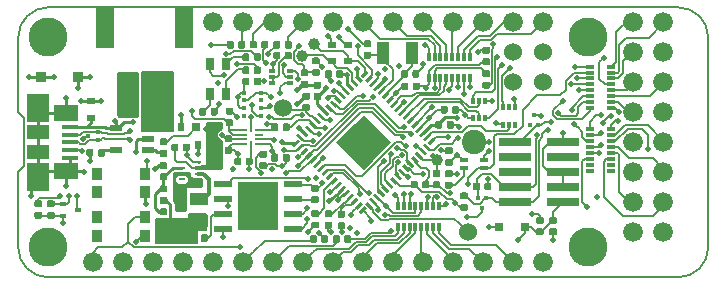
<source format=gbr>
G04 #@! TF.GenerationSoftware,KiCad,Pcbnew,5.1.5+dfsg1-2~bpo10+1*
G04 #@! TF.CreationDate,2020-03-27T19:14:24+01:00*
G04 #@! TF.ProjectId,quick-feather-board,71756963-6b2d-4666-9561-746865722d62,rev?*
G04 #@! TF.SameCoordinates,Original*
G04 #@! TF.FileFunction,Copper,L1,Top*
G04 #@! TF.FilePolarity,Positive*
%FSLAX46Y46*%
G04 Gerber Fmt 4.6, Leading zero omitted, Abs format (unit mm)*
G04 Created by KiCad (PCBNEW 5.1.5+dfsg1-2~bpo10+1) date 2020-03-27 19:14:24*
%MOMM*%
%LPD*%
G04 APERTURE LIST*
%ADD10C,0.150000*%
%ADD11R,0.350000X0.350000*%
%ADD12R,2.790000X0.740000*%
%ADD13R,0.900000X1.000000*%
%ADD14C,0.100000*%
%ADD15R,0.510000X0.400000*%
%ADD16C,0.550000*%
%ADD17R,0.800000X0.300000*%
%ADD18R,0.300000X0.800000*%
%ADD19R,1.600000X1.100000*%
%ADD20R,0.250000X0.650000*%
%ADD21R,0.650000X0.250000*%
%ADD22R,0.600000X0.300000*%
%ADD23R,0.300000X0.600000*%
%ADD24C,1.524000*%
%ADD25R,0.800000X1.000000*%
%ADD26C,1.676400*%
%ADD27R,0.550000X0.250000*%
%ADD28R,1.500000X0.500000*%
%ADD29R,1.700000X2.000000*%
%ADD30R,1.500000X3.400000*%
%ADD31R,1.000000X3.500000*%
%ADD32R,1.380000X0.450000*%
%ADD33R,2.100000X1.475000*%
%ADD34R,1.900000X1.175000*%
%ADD35R,1.900000X2.375000*%
%ADD36R,0.900000X0.950000*%
%ADD37R,0.800000X0.800000*%
%ADD38R,0.800000X0.600000*%
%ADD39R,0.600000X0.800000*%
%ADD40R,1.100000X1.900000*%
%ADD41C,1.000000*%
%ADD42R,0.750000X0.450000*%
%ADD43C,2.060000*%
%ADD44R,1.050000X0.600000*%
%ADD45C,3.302000*%
%ADD46R,0.300000X0.300000*%
%ADD47C,0.500000*%
%ADD48C,0.250000*%
%ADD49C,0.200000*%
%ADD50C,0.300000*%
%ADD51C,0.254000*%
G04 APERTURE END LIST*
D10*
X123101100Y-102463600D02*
X123609100Y-102971600D01*
X123609100Y-102971600D02*
X123609100Y-107035600D01*
X123609100Y-107035600D02*
X123101100Y-107543600D01*
X178981100Y-93573600D02*
G75*
G02X181521100Y-96113600I0J-2540000D01*
G01*
X181521100Y-113893600D02*
G75*
G02X178981100Y-116433600I-2540000J0D01*
G01*
X125641100Y-116433600D02*
X178981100Y-116433600D01*
X181521100Y-113893600D02*
X181521100Y-96113600D01*
X178981100Y-93573600D02*
X125641100Y-93573600D01*
X123101100Y-96113600D02*
G75*
G02X125641100Y-93573600I2540000J0D01*
G01*
X123101100Y-96113600D02*
X123101100Y-102463600D01*
X123101100Y-107543600D02*
X123101100Y-113893600D01*
X125641100Y-116433600D02*
G75*
G02X123101100Y-113893600I0J2540000D01*
G01*
D11*
X143675000Y-102760000D03*
X143675000Y-102110000D03*
X143675000Y-101460000D03*
X143675000Y-100810000D03*
X142225000Y-102760000D03*
X142225000Y-102110000D03*
X142225000Y-101460000D03*
X142225000Y-100810000D03*
D12*
X165125000Y-105003600D03*
X169195000Y-105003600D03*
X165125000Y-106273600D03*
X169195000Y-106273600D03*
X165125000Y-107543600D03*
X169195000Y-107543600D03*
X165125000Y-108813600D03*
X169195000Y-108813600D03*
X165125000Y-110083600D03*
X169195000Y-110083600D03*
D13*
X129780000Y-112950000D03*
X133880000Y-112950000D03*
X133880000Y-111350000D03*
X129780000Y-111350000D03*
X129780000Y-109250000D03*
X133880000Y-109250000D03*
X133880000Y-107650000D03*
X129780000Y-107650000D03*
G04 #@! TA.AperFunction,SMDPad,CuDef*
D14*
G36*
X137492258Y-105107410D02*
G01*
X137506576Y-105109534D01*
X137520617Y-105113051D01*
X137534246Y-105117928D01*
X137547331Y-105124117D01*
X137559747Y-105131558D01*
X137571373Y-105140181D01*
X137582098Y-105149902D01*
X137591819Y-105160627D01*
X137600442Y-105172253D01*
X137607883Y-105184669D01*
X137614072Y-105197754D01*
X137618949Y-105211383D01*
X137622466Y-105225424D01*
X137624590Y-105239742D01*
X137625300Y-105254200D01*
X137625300Y-105599200D01*
X137624590Y-105613658D01*
X137622466Y-105627976D01*
X137618949Y-105642017D01*
X137614072Y-105655646D01*
X137607883Y-105668731D01*
X137600442Y-105681147D01*
X137591819Y-105692773D01*
X137582098Y-105703498D01*
X137571373Y-105713219D01*
X137559747Y-105721842D01*
X137547331Y-105729283D01*
X137534246Y-105735472D01*
X137520617Y-105740349D01*
X137506576Y-105743866D01*
X137492258Y-105745990D01*
X137477800Y-105746700D01*
X137182800Y-105746700D01*
X137168342Y-105745990D01*
X137154024Y-105743866D01*
X137139983Y-105740349D01*
X137126354Y-105735472D01*
X137113269Y-105729283D01*
X137100853Y-105721842D01*
X137089227Y-105713219D01*
X137078502Y-105703498D01*
X137068781Y-105692773D01*
X137060158Y-105681147D01*
X137052717Y-105668731D01*
X137046528Y-105655646D01*
X137041651Y-105642017D01*
X137038134Y-105627976D01*
X137036010Y-105613658D01*
X137035300Y-105599200D01*
X137035300Y-105254200D01*
X137036010Y-105239742D01*
X137038134Y-105225424D01*
X137041651Y-105211383D01*
X137046528Y-105197754D01*
X137052717Y-105184669D01*
X137060158Y-105172253D01*
X137068781Y-105160627D01*
X137078502Y-105149902D01*
X137089227Y-105140181D01*
X137100853Y-105131558D01*
X137113269Y-105124117D01*
X137126354Y-105117928D01*
X137139983Y-105113051D01*
X137154024Y-105109534D01*
X137168342Y-105107410D01*
X137182800Y-105106700D01*
X137477800Y-105106700D01*
X137492258Y-105107410D01*
G37*
G04 #@! TD.AperFunction*
G04 #@! TA.AperFunction,SMDPad,CuDef*
G36*
X136522258Y-105107410D02*
G01*
X136536576Y-105109534D01*
X136550617Y-105113051D01*
X136564246Y-105117928D01*
X136577331Y-105124117D01*
X136589747Y-105131558D01*
X136601373Y-105140181D01*
X136612098Y-105149902D01*
X136621819Y-105160627D01*
X136630442Y-105172253D01*
X136637883Y-105184669D01*
X136644072Y-105197754D01*
X136648949Y-105211383D01*
X136652466Y-105225424D01*
X136654590Y-105239742D01*
X136655300Y-105254200D01*
X136655300Y-105599200D01*
X136654590Y-105613658D01*
X136652466Y-105627976D01*
X136648949Y-105642017D01*
X136644072Y-105655646D01*
X136637883Y-105668731D01*
X136630442Y-105681147D01*
X136621819Y-105692773D01*
X136612098Y-105703498D01*
X136601373Y-105713219D01*
X136589747Y-105721842D01*
X136577331Y-105729283D01*
X136564246Y-105735472D01*
X136550617Y-105740349D01*
X136536576Y-105743866D01*
X136522258Y-105745990D01*
X136507800Y-105746700D01*
X136212800Y-105746700D01*
X136198342Y-105745990D01*
X136184024Y-105743866D01*
X136169983Y-105740349D01*
X136156354Y-105735472D01*
X136143269Y-105729283D01*
X136130853Y-105721842D01*
X136119227Y-105713219D01*
X136108502Y-105703498D01*
X136098781Y-105692773D01*
X136090158Y-105681147D01*
X136082717Y-105668731D01*
X136076528Y-105655646D01*
X136071651Y-105642017D01*
X136068134Y-105627976D01*
X136066010Y-105613658D01*
X136065300Y-105599200D01*
X136065300Y-105254200D01*
X136066010Y-105239742D01*
X136068134Y-105225424D01*
X136071651Y-105211383D01*
X136076528Y-105197754D01*
X136082717Y-105184669D01*
X136090158Y-105172253D01*
X136098781Y-105160627D01*
X136108502Y-105149902D01*
X136119227Y-105140181D01*
X136130853Y-105131558D01*
X136143269Y-105124117D01*
X136156354Y-105117928D01*
X136169983Y-105113051D01*
X136184024Y-105109534D01*
X136198342Y-105107410D01*
X136212800Y-105106700D01*
X136507800Y-105106700D01*
X136522258Y-105107410D01*
G37*
G04 #@! TD.AperFunction*
D15*
X126895300Y-111201700D03*
X126895300Y-110201700D03*
X128195300Y-110701700D03*
D16*
X153915635Y-104990000D03*
X153137817Y-104212183D03*
X152360000Y-103434365D03*
X153137817Y-105767817D03*
X152360000Y-104990000D03*
X151582183Y-104212183D03*
X152360000Y-106545635D03*
X151582183Y-105767817D03*
X150804365Y-104990000D03*
G04 #@! TA.AperFunction,SMDPad,CuDef*
D14*
G36*
X153915635Y-105767817D02*
G01*
X153137818Y-104990000D01*
X153915635Y-104212183D01*
X154693452Y-104990000D01*
X153915635Y-105767817D01*
G37*
G04 #@! TD.AperFunction*
G04 #@! TA.AperFunction,SMDPad,CuDef*
G36*
X153137817Y-104990000D02*
G01*
X152360000Y-104212183D01*
X153137817Y-103434366D01*
X153915634Y-104212183D01*
X153137817Y-104990000D01*
G37*
G04 #@! TD.AperFunction*
G04 #@! TA.AperFunction,SMDPad,CuDef*
G36*
X152360000Y-104212182D02*
G01*
X151582183Y-103434365D01*
X152360000Y-102656548D01*
X153137817Y-103434365D01*
X152360000Y-104212182D01*
G37*
G04 #@! TD.AperFunction*
G04 #@! TA.AperFunction,SMDPad,CuDef*
G36*
X153137817Y-106545634D02*
G01*
X152360000Y-105767817D01*
X153137817Y-104990000D01*
X153915634Y-105767817D01*
X153137817Y-106545634D01*
G37*
G04 #@! TD.AperFunction*
G04 #@! TA.AperFunction,SMDPad,CuDef*
G36*
X152360000Y-105767817D02*
G01*
X151582183Y-104990000D01*
X152360000Y-104212183D01*
X153137817Y-104990000D01*
X152360000Y-105767817D01*
G37*
G04 #@! TD.AperFunction*
G04 #@! TA.AperFunction,SMDPad,CuDef*
G36*
X151582183Y-104990000D02*
G01*
X150804366Y-104212183D01*
X151582183Y-103434366D01*
X152360000Y-104212183D01*
X151582183Y-104990000D01*
G37*
G04 #@! TD.AperFunction*
G04 #@! TA.AperFunction,SMDPad,CuDef*
G36*
X152360000Y-107323452D02*
G01*
X151582183Y-106545635D01*
X152360000Y-105767818D01*
X153137817Y-106545635D01*
X152360000Y-107323452D01*
G37*
G04 #@! TD.AperFunction*
G04 #@! TA.AperFunction,SMDPad,CuDef*
G36*
X151582183Y-106545634D02*
G01*
X150804366Y-105767817D01*
X151582183Y-104990000D01*
X152360000Y-105767817D01*
X151582183Y-106545634D01*
G37*
G04 #@! TD.AperFunction*
G04 #@! TA.AperFunction,SMDPad,CuDef*
G36*
X150804365Y-105767817D02*
G01*
X150026548Y-104990000D01*
X150804365Y-104212183D01*
X151582182Y-104990000D01*
X150804365Y-105767817D01*
G37*
G04 #@! TD.AperFunction*
G04 #@! TA.AperFunction,SMDPad,CuDef*
G36*
X147138016Y-104908683D02*
G01*
X146643041Y-104413708D01*
X146833960Y-104222789D01*
X147328935Y-104717764D01*
X147138016Y-104908683D01*
G37*
G04 #@! TD.AperFunction*
G04 #@! TA.AperFunction,SMDPad,CuDef*
G36*
X147491570Y-104555130D02*
G01*
X146996595Y-104060155D01*
X147187514Y-103869236D01*
X147682489Y-104364211D01*
X147491570Y-104555130D01*
G37*
G04 #@! TD.AperFunction*
G04 #@! TA.AperFunction,SMDPad,CuDef*
G36*
X147845123Y-104201576D02*
G01*
X147350148Y-103706601D01*
X147541067Y-103515682D01*
X148036042Y-104010657D01*
X147845123Y-104201576D01*
G37*
G04 #@! TD.AperFunction*
G04 #@! TA.AperFunction,SMDPad,CuDef*
G36*
X148198677Y-103848023D02*
G01*
X147703702Y-103353048D01*
X147894621Y-103162129D01*
X148389596Y-103657104D01*
X148198677Y-103848023D01*
G37*
G04 #@! TD.AperFunction*
G04 #@! TA.AperFunction,SMDPad,CuDef*
G36*
X148552230Y-103494469D02*
G01*
X148057255Y-102999494D01*
X148248174Y-102808575D01*
X148743149Y-103303550D01*
X148552230Y-103494469D01*
G37*
G04 #@! TD.AperFunction*
G04 #@! TA.AperFunction,SMDPad,CuDef*
G36*
X148905783Y-103140916D02*
G01*
X148410808Y-102645941D01*
X148601727Y-102455022D01*
X149096702Y-102949997D01*
X148905783Y-103140916D01*
G37*
G04 #@! TD.AperFunction*
G04 #@! TA.AperFunction,SMDPad,CuDef*
G36*
X149259337Y-102787363D02*
G01*
X148764362Y-102292388D01*
X148955281Y-102101469D01*
X149450256Y-102596444D01*
X149259337Y-102787363D01*
G37*
G04 #@! TD.AperFunction*
G04 #@! TA.AperFunction,SMDPad,CuDef*
G36*
X149612890Y-102433809D02*
G01*
X149117915Y-101938834D01*
X149308834Y-101747915D01*
X149803809Y-102242890D01*
X149612890Y-102433809D01*
G37*
G04 #@! TD.AperFunction*
G04 #@! TA.AperFunction,SMDPad,CuDef*
G36*
X149966444Y-102080256D02*
G01*
X149471469Y-101585281D01*
X149662388Y-101394362D01*
X150157363Y-101889337D01*
X149966444Y-102080256D01*
G37*
G04 #@! TD.AperFunction*
G04 #@! TA.AperFunction,SMDPad,CuDef*
G36*
X150319997Y-101726702D02*
G01*
X149825022Y-101231727D01*
X150015941Y-101040808D01*
X150510916Y-101535783D01*
X150319997Y-101726702D01*
G37*
G04 #@! TD.AperFunction*
G04 #@! TA.AperFunction,SMDPad,CuDef*
G36*
X150673550Y-101373149D02*
G01*
X150178575Y-100878174D01*
X150369494Y-100687255D01*
X150864469Y-101182230D01*
X150673550Y-101373149D01*
G37*
G04 #@! TD.AperFunction*
G04 #@! TA.AperFunction,SMDPad,CuDef*
G36*
X151027104Y-101019596D02*
G01*
X150532129Y-100524621D01*
X150723048Y-100333702D01*
X151218023Y-100828677D01*
X151027104Y-101019596D01*
G37*
G04 #@! TD.AperFunction*
G04 #@! TA.AperFunction,SMDPad,CuDef*
G36*
X151380657Y-100666042D02*
G01*
X150885682Y-100171067D01*
X151076601Y-99980148D01*
X151571576Y-100475123D01*
X151380657Y-100666042D01*
G37*
G04 #@! TD.AperFunction*
G04 #@! TA.AperFunction,SMDPad,CuDef*
G36*
X151734211Y-100312489D02*
G01*
X151239236Y-99817514D01*
X151430155Y-99626595D01*
X151925130Y-100121570D01*
X151734211Y-100312489D01*
G37*
G04 #@! TD.AperFunction*
G04 #@! TA.AperFunction,SMDPad,CuDef*
G36*
X152087764Y-99958935D02*
G01*
X151592789Y-99463960D01*
X151783708Y-99273041D01*
X152278683Y-99768016D01*
X152087764Y-99958935D01*
G37*
G04 #@! TD.AperFunction*
G04 #@! TA.AperFunction,SMDPad,CuDef*
G36*
X152773658Y-99110407D02*
G01*
X152306967Y-99577098D01*
X152116048Y-99386179D01*
X152582739Y-98919488D01*
X152773658Y-99110407D01*
G37*
G04 #@! TD.AperFunction*
G04 #@! TA.AperFunction,SMDPad,CuDef*
G36*
X153127211Y-99463960D02*
G01*
X152632236Y-99958935D01*
X152441317Y-99768016D01*
X152936292Y-99273041D01*
X153127211Y-99463960D01*
G37*
G04 #@! TD.AperFunction*
G04 #@! TA.AperFunction,SMDPad,CuDef*
G36*
X153480764Y-99817514D02*
G01*
X152985789Y-100312489D01*
X152794870Y-100121570D01*
X153289845Y-99626595D01*
X153480764Y-99817514D01*
G37*
G04 #@! TD.AperFunction*
G04 #@! TA.AperFunction,SMDPad,CuDef*
G36*
X153834318Y-100171067D02*
G01*
X153339343Y-100666042D01*
X153148424Y-100475123D01*
X153643399Y-99980148D01*
X153834318Y-100171067D01*
G37*
G04 #@! TD.AperFunction*
G04 #@! TA.AperFunction,SMDPad,CuDef*
G36*
X154187871Y-100524621D02*
G01*
X153692896Y-101019596D01*
X153501977Y-100828677D01*
X153996952Y-100333702D01*
X154187871Y-100524621D01*
G37*
G04 #@! TD.AperFunction*
G04 #@! TA.AperFunction,SMDPad,CuDef*
G36*
X154541425Y-100878174D02*
G01*
X154046450Y-101373149D01*
X153855531Y-101182230D01*
X154350506Y-100687255D01*
X154541425Y-100878174D01*
G37*
G04 #@! TD.AperFunction*
G04 #@! TA.AperFunction,SMDPad,CuDef*
G36*
X154894978Y-101231727D02*
G01*
X154400003Y-101726702D01*
X154209084Y-101535783D01*
X154704059Y-101040808D01*
X154894978Y-101231727D01*
G37*
G04 #@! TD.AperFunction*
G04 #@! TA.AperFunction,SMDPad,CuDef*
G36*
X155248531Y-101585281D02*
G01*
X154753556Y-102080256D01*
X154562637Y-101889337D01*
X155057612Y-101394362D01*
X155248531Y-101585281D01*
G37*
G04 #@! TD.AperFunction*
G04 #@! TA.AperFunction,SMDPad,CuDef*
G36*
X155602085Y-101938834D02*
G01*
X155107110Y-102433809D01*
X154916191Y-102242890D01*
X155411166Y-101747915D01*
X155602085Y-101938834D01*
G37*
G04 #@! TD.AperFunction*
G04 #@! TA.AperFunction,SMDPad,CuDef*
G36*
X155955638Y-102292388D02*
G01*
X155460663Y-102787363D01*
X155269744Y-102596444D01*
X155764719Y-102101469D01*
X155955638Y-102292388D01*
G37*
G04 #@! TD.AperFunction*
G04 #@! TA.AperFunction,SMDPad,CuDef*
G36*
X156309192Y-102645941D02*
G01*
X155814217Y-103140916D01*
X155623298Y-102949997D01*
X156118273Y-102455022D01*
X156309192Y-102645941D01*
G37*
G04 #@! TD.AperFunction*
G04 #@! TA.AperFunction,SMDPad,CuDef*
G36*
X156662745Y-102999494D02*
G01*
X156167770Y-103494469D01*
X155976851Y-103303550D01*
X156471826Y-102808575D01*
X156662745Y-102999494D01*
G37*
G04 #@! TD.AperFunction*
G04 #@! TA.AperFunction,SMDPad,CuDef*
G36*
X157016298Y-103353048D02*
G01*
X156521323Y-103848023D01*
X156330404Y-103657104D01*
X156825379Y-103162129D01*
X157016298Y-103353048D01*
G37*
G04 #@! TD.AperFunction*
G04 #@! TA.AperFunction,SMDPad,CuDef*
G36*
X157369852Y-103706601D02*
G01*
X156874877Y-104201576D01*
X156683958Y-104010657D01*
X157178933Y-103515682D01*
X157369852Y-103706601D01*
G37*
G04 #@! TD.AperFunction*
G04 #@! TA.AperFunction,SMDPad,CuDef*
G36*
X157723405Y-104060155D02*
G01*
X157228430Y-104555130D01*
X157037511Y-104364211D01*
X157532486Y-103869236D01*
X157723405Y-104060155D01*
G37*
G04 #@! TD.AperFunction*
G04 #@! TA.AperFunction,SMDPad,CuDef*
G36*
X158076959Y-104413708D02*
G01*
X157581984Y-104908683D01*
X157391065Y-104717764D01*
X157886040Y-104222789D01*
X158076959Y-104413708D01*
G37*
G04 #@! TD.AperFunction*
G04 #@! TA.AperFunction,SMDPad,CuDef*
G36*
X158430512Y-104767261D02*
G01*
X157963821Y-105233952D01*
X157772902Y-105043033D01*
X158239593Y-104576342D01*
X158430512Y-104767261D01*
G37*
G04 #@! TD.AperFunction*
G04 #@! TA.AperFunction,SMDPad,CuDef*
G36*
X157886040Y-105757211D02*
G01*
X157391065Y-105262236D01*
X157581984Y-105071317D01*
X158076959Y-105566292D01*
X157886040Y-105757211D01*
G37*
G04 #@! TD.AperFunction*
G04 #@! TA.AperFunction,SMDPad,CuDef*
G36*
X157532486Y-106110764D02*
G01*
X157037511Y-105615789D01*
X157228430Y-105424870D01*
X157723405Y-105919845D01*
X157532486Y-106110764D01*
G37*
G04 #@! TD.AperFunction*
G04 #@! TA.AperFunction,SMDPad,CuDef*
G36*
X157178933Y-106464318D02*
G01*
X156683958Y-105969343D01*
X156874877Y-105778424D01*
X157369852Y-106273399D01*
X157178933Y-106464318D01*
G37*
G04 #@! TD.AperFunction*
G04 #@! TA.AperFunction,SMDPad,CuDef*
G36*
X156825379Y-106817871D02*
G01*
X156330404Y-106322896D01*
X156521323Y-106131977D01*
X157016298Y-106626952D01*
X156825379Y-106817871D01*
G37*
G04 #@! TD.AperFunction*
G04 #@! TA.AperFunction,SMDPad,CuDef*
G36*
X156471826Y-107171425D02*
G01*
X155976851Y-106676450D01*
X156167770Y-106485531D01*
X156662745Y-106980506D01*
X156471826Y-107171425D01*
G37*
G04 #@! TD.AperFunction*
G04 #@! TA.AperFunction,SMDPad,CuDef*
G36*
X156118273Y-107524978D02*
G01*
X155623298Y-107030003D01*
X155814217Y-106839084D01*
X156309192Y-107334059D01*
X156118273Y-107524978D01*
G37*
G04 #@! TD.AperFunction*
G04 #@! TA.AperFunction,SMDPad,CuDef*
G36*
X155764719Y-107878531D02*
G01*
X155269744Y-107383556D01*
X155460663Y-107192637D01*
X155955638Y-107687612D01*
X155764719Y-107878531D01*
G37*
G04 #@! TD.AperFunction*
G04 #@! TA.AperFunction,SMDPad,CuDef*
G36*
X155411166Y-108232085D02*
G01*
X154916191Y-107737110D01*
X155107110Y-107546191D01*
X155602085Y-108041166D01*
X155411166Y-108232085D01*
G37*
G04 #@! TD.AperFunction*
G04 #@! TA.AperFunction,SMDPad,CuDef*
G36*
X155057612Y-108585638D02*
G01*
X154562637Y-108090663D01*
X154753556Y-107899744D01*
X155248531Y-108394719D01*
X155057612Y-108585638D01*
G37*
G04 #@! TD.AperFunction*
G04 #@! TA.AperFunction,SMDPad,CuDef*
G36*
X154704059Y-108939192D02*
G01*
X154209084Y-108444217D01*
X154400003Y-108253298D01*
X154894978Y-108748273D01*
X154704059Y-108939192D01*
G37*
G04 #@! TD.AperFunction*
G04 #@! TA.AperFunction,SMDPad,CuDef*
G36*
X154350506Y-109292745D02*
G01*
X153855531Y-108797770D01*
X154046450Y-108606851D01*
X154541425Y-109101826D01*
X154350506Y-109292745D01*
G37*
G04 #@! TD.AperFunction*
G04 #@! TA.AperFunction,SMDPad,CuDef*
G36*
X153996952Y-109646298D02*
G01*
X153501977Y-109151323D01*
X153692896Y-108960404D01*
X154187871Y-109455379D01*
X153996952Y-109646298D01*
G37*
G04 #@! TD.AperFunction*
G04 #@! TA.AperFunction,SMDPad,CuDef*
G36*
X153643399Y-109999852D02*
G01*
X153148424Y-109504877D01*
X153339343Y-109313958D01*
X153834318Y-109808933D01*
X153643399Y-109999852D01*
G37*
G04 #@! TD.AperFunction*
G04 #@! TA.AperFunction,SMDPad,CuDef*
G36*
X153289845Y-110353405D02*
G01*
X152794870Y-109858430D01*
X152985789Y-109667511D01*
X153480764Y-110162486D01*
X153289845Y-110353405D01*
G37*
G04 #@! TD.AperFunction*
G04 #@! TA.AperFunction,SMDPad,CuDef*
G36*
X152936292Y-110706959D02*
G01*
X152441317Y-110211984D01*
X152632236Y-110021065D01*
X153127211Y-110516040D01*
X152936292Y-110706959D01*
G37*
G04 #@! TD.AperFunction*
G04 #@! TA.AperFunction,SMDPad,CuDef*
G36*
X152603952Y-110593821D02*
G01*
X152137261Y-111060512D01*
X151946342Y-110869593D01*
X152413033Y-110402902D01*
X152603952Y-110593821D01*
G37*
G04 #@! TD.AperFunction*
G04 #@! TA.AperFunction,SMDPad,CuDef*
G36*
X152278683Y-110211984D02*
G01*
X151783708Y-110706959D01*
X151592789Y-110516040D01*
X152087764Y-110021065D01*
X152278683Y-110211984D01*
G37*
G04 #@! TD.AperFunction*
G04 #@! TA.AperFunction,SMDPad,CuDef*
G36*
X151925130Y-109858430D02*
G01*
X151430155Y-110353405D01*
X151239236Y-110162486D01*
X151734211Y-109667511D01*
X151925130Y-109858430D01*
G37*
G04 #@! TD.AperFunction*
G04 #@! TA.AperFunction,SMDPad,CuDef*
G36*
X151571576Y-109504877D02*
G01*
X151076601Y-109999852D01*
X150885682Y-109808933D01*
X151380657Y-109313958D01*
X151571576Y-109504877D01*
G37*
G04 #@! TD.AperFunction*
G04 #@! TA.AperFunction,SMDPad,CuDef*
G36*
X151218023Y-109151323D02*
G01*
X150723048Y-109646298D01*
X150532129Y-109455379D01*
X151027104Y-108960404D01*
X151218023Y-109151323D01*
G37*
G04 #@! TD.AperFunction*
G04 #@! TA.AperFunction,SMDPad,CuDef*
G36*
X150864469Y-108797770D02*
G01*
X150369494Y-109292745D01*
X150178575Y-109101826D01*
X150673550Y-108606851D01*
X150864469Y-108797770D01*
G37*
G04 #@! TD.AperFunction*
G04 #@! TA.AperFunction,SMDPad,CuDef*
G36*
X150510916Y-108444217D02*
G01*
X150015941Y-108939192D01*
X149825022Y-108748273D01*
X150319997Y-108253298D01*
X150510916Y-108444217D01*
G37*
G04 #@! TD.AperFunction*
G04 #@! TA.AperFunction,SMDPad,CuDef*
G36*
X150157363Y-108090663D02*
G01*
X149662388Y-108585638D01*
X149471469Y-108394719D01*
X149966444Y-107899744D01*
X150157363Y-108090663D01*
G37*
G04 #@! TD.AperFunction*
G04 #@! TA.AperFunction,SMDPad,CuDef*
G36*
X149803809Y-107737110D02*
G01*
X149308834Y-108232085D01*
X149117915Y-108041166D01*
X149612890Y-107546191D01*
X149803809Y-107737110D01*
G37*
G04 #@! TD.AperFunction*
G04 #@! TA.AperFunction,SMDPad,CuDef*
G36*
X149450256Y-107383556D02*
G01*
X148955281Y-107878531D01*
X148764362Y-107687612D01*
X149259337Y-107192637D01*
X149450256Y-107383556D01*
G37*
G04 #@! TD.AperFunction*
G04 #@! TA.AperFunction,SMDPad,CuDef*
G36*
X149096702Y-107030003D02*
G01*
X148601727Y-107524978D01*
X148410808Y-107334059D01*
X148905783Y-106839084D01*
X149096702Y-107030003D01*
G37*
G04 #@! TD.AperFunction*
G04 #@! TA.AperFunction,SMDPad,CuDef*
G36*
X148743149Y-106676450D02*
G01*
X148248174Y-107171425D01*
X148057255Y-106980506D01*
X148552230Y-106485531D01*
X148743149Y-106676450D01*
G37*
G04 #@! TD.AperFunction*
G04 #@! TA.AperFunction,SMDPad,CuDef*
G36*
X148389596Y-106322896D02*
G01*
X147894621Y-106817871D01*
X147703702Y-106626952D01*
X148198677Y-106131977D01*
X148389596Y-106322896D01*
G37*
G04 #@! TD.AperFunction*
G04 #@! TA.AperFunction,SMDPad,CuDef*
G36*
X148036042Y-105969343D02*
G01*
X147541067Y-106464318D01*
X147350148Y-106273399D01*
X147845123Y-105778424D01*
X148036042Y-105969343D01*
G37*
G04 #@! TD.AperFunction*
G04 #@! TA.AperFunction,SMDPad,CuDef*
G36*
X147682489Y-105615789D02*
G01*
X147187514Y-106110764D01*
X146996595Y-105919845D01*
X147491570Y-105424870D01*
X147682489Y-105615789D01*
G37*
G04 #@! TD.AperFunction*
G04 #@! TA.AperFunction,SMDPad,CuDef*
G36*
X147328935Y-105262236D02*
G01*
X146833960Y-105757211D01*
X146643041Y-105566292D01*
X147138016Y-105071317D01*
X147328935Y-105262236D01*
G37*
G04 #@! TD.AperFunction*
G04 #@! TA.AperFunction,SMDPad,CuDef*
G36*
X146947098Y-104936967D02*
G01*
X146480407Y-105403658D01*
X146289488Y-105212739D01*
X146756179Y-104746048D01*
X146947098Y-104936967D01*
G37*
G04 #@! TD.AperFunction*
G04 #@! TA.AperFunction,SMDPad,CuDef*
G36*
X126057258Y-110892410D02*
G01*
X126071576Y-110894534D01*
X126085617Y-110898051D01*
X126099246Y-110902928D01*
X126112331Y-110909117D01*
X126124747Y-110916558D01*
X126136373Y-110925181D01*
X126147098Y-110934902D01*
X126156819Y-110945627D01*
X126165442Y-110957253D01*
X126172883Y-110969669D01*
X126179072Y-110982754D01*
X126183949Y-110996383D01*
X126187466Y-111010424D01*
X126189590Y-111024742D01*
X126190300Y-111039200D01*
X126190300Y-111334200D01*
X126189590Y-111348658D01*
X126187466Y-111362976D01*
X126183949Y-111377017D01*
X126179072Y-111390646D01*
X126172883Y-111403731D01*
X126165442Y-111416147D01*
X126156819Y-111427773D01*
X126147098Y-111438498D01*
X126136373Y-111448219D01*
X126124747Y-111456842D01*
X126112331Y-111464283D01*
X126099246Y-111470472D01*
X126085617Y-111475349D01*
X126071576Y-111478866D01*
X126057258Y-111480990D01*
X126042800Y-111481700D01*
X125697800Y-111481700D01*
X125683342Y-111480990D01*
X125669024Y-111478866D01*
X125654983Y-111475349D01*
X125641354Y-111470472D01*
X125628269Y-111464283D01*
X125615853Y-111456842D01*
X125604227Y-111448219D01*
X125593502Y-111438498D01*
X125583781Y-111427773D01*
X125575158Y-111416147D01*
X125567717Y-111403731D01*
X125561528Y-111390646D01*
X125556651Y-111377017D01*
X125553134Y-111362976D01*
X125551010Y-111348658D01*
X125550300Y-111334200D01*
X125550300Y-111039200D01*
X125551010Y-111024742D01*
X125553134Y-111010424D01*
X125556651Y-110996383D01*
X125561528Y-110982754D01*
X125567717Y-110969669D01*
X125575158Y-110957253D01*
X125583781Y-110945627D01*
X125593502Y-110934902D01*
X125604227Y-110925181D01*
X125615853Y-110916558D01*
X125628269Y-110909117D01*
X125641354Y-110902928D01*
X125654983Y-110898051D01*
X125669024Y-110894534D01*
X125683342Y-110892410D01*
X125697800Y-110891700D01*
X126042800Y-110891700D01*
X126057258Y-110892410D01*
G37*
G04 #@! TD.AperFunction*
G04 #@! TA.AperFunction,SMDPad,CuDef*
G36*
X126057258Y-109922410D02*
G01*
X126071576Y-109924534D01*
X126085617Y-109928051D01*
X126099246Y-109932928D01*
X126112331Y-109939117D01*
X126124747Y-109946558D01*
X126136373Y-109955181D01*
X126147098Y-109964902D01*
X126156819Y-109975627D01*
X126165442Y-109987253D01*
X126172883Y-109999669D01*
X126179072Y-110012754D01*
X126183949Y-110026383D01*
X126187466Y-110040424D01*
X126189590Y-110054742D01*
X126190300Y-110069200D01*
X126190300Y-110364200D01*
X126189590Y-110378658D01*
X126187466Y-110392976D01*
X126183949Y-110407017D01*
X126179072Y-110420646D01*
X126172883Y-110433731D01*
X126165442Y-110446147D01*
X126156819Y-110457773D01*
X126147098Y-110468498D01*
X126136373Y-110478219D01*
X126124747Y-110486842D01*
X126112331Y-110494283D01*
X126099246Y-110500472D01*
X126085617Y-110505349D01*
X126071576Y-110508866D01*
X126057258Y-110510990D01*
X126042800Y-110511700D01*
X125697800Y-110511700D01*
X125683342Y-110510990D01*
X125669024Y-110508866D01*
X125654983Y-110505349D01*
X125641354Y-110500472D01*
X125628269Y-110494283D01*
X125615853Y-110486842D01*
X125604227Y-110478219D01*
X125593502Y-110468498D01*
X125583781Y-110457773D01*
X125575158Y-110446147D01*
X125567717Y-110433731D01*
X125561528Y-110420646D01*
X125556651Y-110407017D01*
X125553134Y-110392976D01*
X125551010Y-110378658D01*
X125550300Y-110364200D01*
X125550300Y-110069200D01*
X125551010Y-110054742D01*
X125553134Y-110040424D01*
X125556651Y-110026383D01*
X125561528Y-110012754D01*
X125567717Y-109999669D01*
X125575158Y-109987253D01*
X125583781Y-109975627D01*
X125593502Y-109964902D01*
X125604227Y-109955181D01*
X125615853Y-109946558D01*
X125628269Y-109939117D01*
X125641354Y-109932928D01*
X125654983Y-109928051D01*
X125669024Y-109924534D01*
X125683342Y-109922410D01*
X125697800Y-109921700D01*
X126042800Y-109921700D01*
X126057258Y-109922410D01*
G37*
G04 #@! TD.AperFunction*
D17*
X173311000Y-106893000D03*
X173311000Y-105893000D03*
X173311000Y-106393000D03*
X173311000Y-105393000D03*
X173311000Y-104893000D03*
X173311000Y-104393000D03*
X171511000Y-106893000D03*
X171511000Y-106393000D03*
X171511000Y-105893000D03*
X171511000Y-105393000D03*
X171511000Y-104893000D03*
X171511000Y-104393000D03*
X173311000Y-107393000D03*
X171511000Y-107393000D03*
X173311000Y-103893000D03*
X171511000Y-103893000D03*
D18*
X158240000Y-110360000D03*
X157240000Y-110360000D03*
X157740000Y-110360000D03*
X156740000Y-110360000D03*
X156240000Y-110360000D03*
X155740000Y-110360000D03*
X158240000Y-112160000D03*
X157740000Y-112160000D03*
X157240000Y-112160000D03*
X156740000Y-112160000D03*
X156240000Y-112160000D03*
X155740000Y-112160000D03*
X158740000Y-110360000D03*
X158740000Y-112160000D03*
X155240000Y-110360000D03*
X155240000Y-112160000D03*
D17*
X173311000Y-101593000D03*
X173311000Y-100593000D03*
X173311000Y-101093000D03*
X173311000Y-100093000D03*
X173311000Y-99593000D03*
X173311000Y-99093000D03*
X171511000Y-101593000D03*
X171511000Y-101093000D03*
X171511000Y-100593000D03*
X171511000Y-100093000D03*
X171511000Y-99593000D03*
X171511000Y-99093000D03*
X173311000Y-102093000D03*
X171511000Y-102093000D03*
X173311000Y-98593000D03*
X171511000Y-98593000D03*
D18*
X160850000Y-97740000D03*
X159850000Y-97740000D03*
X160350000Y-97740000D03*
X159350000Y-97740000D03*
X158850000Y-97740000D03*
X158350000Y-97740000D03*
X160850000Y-99540000D03*
X160350000Y-99540000D03*
X159850000Y-99540000D03*
X159350000Y-99540000D03*
X158850000Y-99540000D03*
X158350000Y-99540000D03*
X161350000Y-97740000D03*
X161350000Y-99540000D03*
X157850000Y-97740000D03*
X157850000Y-99540000D03*
D19*
X138380000Y-109830000D03*
X138380000Y-111630000D03*
D20*
X142800000Y-105240000D03*
D21*
X142100000Y-105145000D03*
X142100000Y-104750000D03*
X142100000Y-104350000D03*
X142100000Y-103950000D03*
D20*
X142800000Y-103800000D03*
D21*
X143500000Y-103950000D03*
X143500000Y-104350000D03*
X143500000Y-104750000D03*
X143500000Y-105145000D03*
D22*
X144630000Y-98940000D03*
X144630000Y-99440000D03*
X144630000Y-99940000D03*
X146130000Y-99940000D03*
X146130000Y-99440000D03*
X146130000Y-98940000D03*
D23*
X165140000Y-102010000D03*
X164640000Y-102010000D03*
X164140000Y-102010000D03*
X164140000Y-103510000D03*
X164640000Y-103510000D03*
X165140000Y-103510000D03*
X162590000Y-101480000D03*
X162090000Y-101480000D03*
X161590000Y-101480000D03*
X161590000Y-102980000D03*
X162090000Y-102980000D03*
X162590000Y-102980000D03*
D24*
X165011000Y-99923000D03*
X165011000Y-97383000D03*
X167551000Y-97383000D03*
X167551000Y-99923000D03*
D25*
X140700000Y-98380000D03*
X140700000Y-100880000D03*
X139300000Y-100880000D03*
X139300000Y-98380000D03*
D26*
X152311000Y-115163000D03*
X159931000Y-115163000D03*
X142151000Y-115163000D03*
X139611000Y-115163000D03*
X144691000Y-115163000D03*
X165011000Y-115163000D03*
X149771000Y-115163000D03*
X157391000Y-115163000D03*
X147231000Y-115163000D03*
X167551000Y-115163000D03*
X162471000Y-115163000D03*
X154851000Y-115163000D03*
X137061000Y-115163000D03*
X129441000Y-115163000D03*
X134521000Y-115163000D03*
X131981000Y-115163000D03*
G04 #@! TA.AperFunction,SMDPad,CuDef*
D14*
G36*
X148486958Y-97820710D02*
G01*
X148501276Y-97822834D01*
X148515317Y-97826351D01*
X148528946Y-97831228D01*
X148542031Y-97837417D01*
X148554447Y-97844858D01*
X148566073Y-97853481D01*
X148576798Y-97863202D01*
X148586519Y-97873927D01*
X148595142Y-97885553D01*
X148602583Y-97897969D01*
X148608772Y-97911054D01*
X148613649Y-97924683D01*
X148617166Y-97938724D01*
X148619290Y-97953042D01*
X148620000Y-97967500D01*
X148620000Y-98262500D01*
X148619290Y-98276958D01*
X148617166Y-98291276D01*
X148613649Y-98305317D01*
X148608772Y-98318946D01*
X148602583Y-98332031D01*
X148595142Y-98344447D01*
X148586519Y-98356073D01*
X148576798Y-98366798D01*
X148566073Y-98376519D01*
X148554447Y-98385142D01*
X148542031Y-98392583D01*
X148528946Y-98398772D01*
X148515317Y-98403649D01*
X148501276Y-98407166D01*
X148486958Y-98409290D01*
X148472500Y-98410000D01*
X148127500Y-98410000D01*
X148113042Y-98409290D01*
X148098724Y-98407166D01*
X148084683Y-98403649D01*
X148071054Y-98398772D01*
X148057969Y-98392583D01*
X148045553Y-98385142D01*
X148033927Y-98376519D01*
X148023202Y-98366798D01*
X148013481Y-98356073D01*
X148004858Y-98344447D01*
X147997417Y-98332031D01*
X147991228Y-98318946D01*
X147986351Y-98305317D01*
X147982834Y-98291276D01*
X147980710Y-98276958D01*
X147980000Y-98262500D01*
X147980000Y-97967500D01*
X147980710Y-97953042D01*
X147982834Y-97938724D01*
X147986351Y-97924683D01*
X147991228Y-97911054D01*
X147997417Y-97897969D01*
X148004858Y-97885553D01*
X148013481Y-97873927D01*
X148023202Y-97863202D01*
X148033927Y-97853481D01*
X148045553Y-97844858D01*
X148057969Y-97837417D01*
X148071054Y-97831228D01*
X148084683Y-97826351D01*
X148098724Y-97822834D01*
X148113042Y-97820710D01*
X148127500Y-97820000D01*
X148472500Y-97820000D01*
X148486958Y-97820710D01*
G37*
G04 #@! TD.AperFunction*
G04 #@! TA.AperFunction,SMDPad,CuDef*
G36*
X148486958Y-98790710D02*
G01*
X148501276Y-98792834D01*
X148515317Y-98796351D01*
X148528946Y-98801228D01*
X148542031Y-98807417D01*
X148554447Y-98814858D01*
X148566073Y-98823481D01*
X148576798Y-98833202D01*
X148586519Y-98843927D01*
X148595142Y-98855553D01*
X148602583Y-98867969D01*
X148608772Y-98881054D01*
X148613649Y-98894683D01*
X148617166Y-98908724D01*
X148619290Y-98923042D01*
X148620000Y-98937500D01*
X148620000Y-99232500D01*
X148619290Y-99246958D01*
X148617166Y-99261276D01*
X148613649Y-99275317D01*
X148608772Y-99288946D01*
X148602583Y-99302031D01*
X148595142Y-99314447D01*
X148586519Y-99326073D01*
X148576798Y-99336798D01*
X148566073Y-99346519D01*
X148554447Y-99355142D01*
X148542031Y-99362583D01*
X148528946Y-99368772D01*
X148515317Y-99373649D01*
X148501276Y-99377166D01*
X148486958Y-99379290D01*
X148472500Y-99380000D01*
X148127500Y-99380000D01*
X148113042Y-99379290D01*
X148098724Y-99377166D01*
X148084683Y-99373649D01*
X148071054Y-99368772D01*
X148057969Y-99362583D01*
X148045553Y-99355142D01*
X148033927Y-99346519D01*
X148023202Y-99336798D01*
X148013481Y-99326073D01*
X148004858Y-99314447D01*
X147997417Y-99302031D01*
X147991228Y-99288946D01*
X147986351Y-99275317D01*
X147982834Y-99261276D01*
X147980710Y-99246958D01*
X147980000Y-99232500D01*
X147980000Y-98937500D01*
X147980710Y-98923042D01*
X147982834Y-98908724D01*
X147986351Y-98894683D01*
X147991228Y-98881054D01*
X147997417Y-98867969D01*
X148004858Y-98855553D01*
X148013481Y-98843927D01*
X148023202Y-98833202D01*
X148033927Y-98823481D01*
X148045553Y-98814858D01*
X148057969Y-98807417D01*
X148071054Y-98801228D01*
X148084683Y-98796351D01*
X148098724Y-98792834D01*
X148113042Y-98790710D01*
X148127500Y-98790000D01*
X148472500Y-98790000D01*
X148486958Y-98790710D01*
G37*
G04 #@! TD.AperFunction*
D27*
X138285000Y-106650000D03*
X138285000Y-107150000D03*
X138285000Y-107650000D03*
X138285000Y-108150000D03*
X136935000Y-108150000D03*
X136935000Y-107650000D03*
X136935000Y-107150000D03*
X136935000Y-106650000D03*
D28*
X140400000Y-108495000D03*
X140400000Y-109765000D03*
X140400000Y-111035000D03*
X140400000Y-112305000D03*
X146400000Y-112305000D03*
X146400000Y-111035000D03*
X146400000Y-109765000D03*
X146400000Y-108495000D03*
D29*
X142550000Y-109400000D03*
X142550000Y-111400000D03*
X144250000Y-109400000D03*
X144250000Y-111400000D03*
D30*
X137119100Y-95350000D03*
X130419100Y-95350000D03*
D31*
X134769100Y-100900000D03*
X132769100Y-100900000D03*
D32*
X127480000Y-106303600D03*
X127480000Y-105653600D03*
X127480000Y-105003600D03*
X127480000Y-104353600D03*
X127480000Y-103703600D03*
D33*
X127120000Y-102541100D03*
D34*
X124820000Y-104166100D03*
D35*
X124820000Y-107916100D03*
X124820000Y-102091100D03*
D34*
X124820000Y-105841100D03*
D33*
X127120000Y-107466100D03*
D36*
X128175000Y-99450000D03*
X125025000Y-99450000D03*
D37*
X138180000Y-103730000D03*
X139680000Y-103730000D03*
D38*
X129290000Y-102930000D03*
X129290000Y-101530000D03*
D39*
X139750000Y-105200000D03*
X138350000Y-105200000D03*
X135490000Y-103720000D03*
X136890000Y-103720000D03*
D38*
X136680000Y-111880000D03*
X136680000Y-110480000D03*
G04 #@! TA.AperFunction,SMDPad,CuDef*
D14*
G36*
X129336958Y-105570710D02*
G01*
X129351276Y-105572834D01*
X129365317Y-105576351D01*
X129378946Y-105581228D01*
X129392031Y-105587417D01*
X129404447Y-105594858D01*
X129416073Y-105603481D01*
X129426798Y-105613202D01*
X129436519Y-105623927D01*
X129445142Y-105635553D01*
X129452583Y-105647969D01*
X129458772Y-105661054D01*
X129463649Y-105674683D01*
X129467166Y-105688724D01*
X129469290Y-105703042D01*
X129470000Y-105717500D01*
X129470000Y-106062500D01*
X129469290Y-106076958D01*
X129467166Y-106091276D01*
X129463649Y-106105317D01*
X129458772Y-106118946D01*
X129452583Y-106132031D01*
X129445142Y-106144447D01*
X129436519Y-106156073D01*
X129426798Y-106166798D01*
X129416073Y-106176519D01*
X129404447Y-106185142D01*
X129392031Y-106192583D01*
X129378946Y-106198772D01*
X129365317Y-106203649D01*
X129351276Y-106207166D01*
X129336958Y-106209290D01*
X129322500Y-106210000D01*
X129027500Y-106210000D01*
X129013042Y-106209290D01*
X128998724Y-106207166D01*
X128984683Y-106203649D01*
X128971054Y-106198772D01*
X128957969Y-106192583D01*
X128945553Y-106185142D01*
X128933927Y-106176519D01*
X128923202Y-106166798D01*
X128913481Y-106156073D01*
X128904858Y-106144447D01*
X128897417Y-106132031D01*
X128891228Y-106118946D01*
X128886351Y-106105317D01*
X128882834Y-106091276D01*
X128880710Y-106076958D01*
X128880000Y-106062500D01*
X128880000Y-105717500D01*
X128880710Y-105703042D01*
X128882834Y-105688724D01*
X128886351Y-105674683D01*
X128891228Y-105661054D01*
X128897417Y-105647969D01*
X128904858Y-105635553D01*
X128913481Y-105623927D01*
X128923202Y-105613202D01*
X128933927Y-105603481D01*
X128945553Y-105594858D01*
X128957969Y-105587417D01*
X128971054Y-105581228D01*
X128984683Y-105576351D01*
X128998724Y-105572834D01*
X129013042Y-105570710D01*
X129027500Y-105570000D01*
X129322500Y-105570000D01*
X129336958Y-105570710D01*
G37*
G04 #@! TD.AperFunction*
G04 #@! TA.AperFunction,SMDPad,CuDef*
G36*
X130306958Y-105570710D02*
G01*
X130321276Y-105572834D01*
X130335317Y-105576351D01*
X130348946Y-105581228D01*
X130362031Y-105587417D01*
X130374447Y-105594858D01*
X130386073Y-105603481D01*
X130396798Y-105613202D01*
X130406519Y-105623927D01*
X130415142Y-105635553D01*
X130422583Y-105647969D01*
X130428772Y-105661054D01*
X130433649Y-105674683D01*
X130437166Y-105688724D01*
X130439290Y-105703042D01*
X130440000Y-105717500D01*
X130440000Y-106062500D01*
X130439290Y-106076958D01*
X130437166Y-106091276D01*
X130433649Y-106105317D01*
X130428772Y-106118946D01*
X130422583Y-106132031D01*
X130415142Y-106144447D01*
X130406519Y-106156073D01*
X130396798Y-106166798D01*
X130386073Y-106176519D01*
X130374447Y-106185142D01*
X130362031Y-106192583D01*
X130348946Y-106198772D01*
X130335317Y-106203649D01*
X130321276Y-106207166D01*
X130306958Y-106209290D01*
X130292500Y-106210000D01*
X129997500Y-106210000D01*
X129983042Y-106209290D01*
X129968724Y-106207166D01*
X129954683Y-106203649D01*
X129941054Y-106198772D01*
X129927969Y-106192583D01*
X129915553Y-106185142D01*
X129903927Y-106176519D01*
X129893202Y-106166798D01*
X129883481Y-106156073D01*
X129874858Y-106144447D01*
X129867417Y-106132031D01*
X129861228Y-106118946D01*
X129856351Y-106105317D01*
X129852834Y-106091276D01*
X129850710Y-106076958D01*
X129850000Y-106062500D01*
X129850000Y-105717500D01*
X129850710Y-105703042D01*
X129852834Y-105688724D01*
X129856351Y-105674683D01*
X129861228Y-105661054D01*
X129867417Y-105647969D01*
X129874858Y-105635553D01*
X129883481Y-105623927D01*
X129893202Y-105613202D01*
X129903927Y-105603481D01*
X129915553Y-105594858D01*
X129927969Y-105587417D01*
X129941054Y-105581228D01*
X129954683Y-105576351D01*
X129968724Y-105572834D01*
X129983042Y-105570710D01*
X129997500Y-105570000D01*
X130292500Y-105570000D01*
X130306958Y-105570710D01*
G37*
G04 #@! TD.AperFunction*
G04 #@! TA.AperFunction,SMDPad,CuDef*
G36*
X135586958Y-105650710D02*
G01*
X135601276Y-105652834D01*
X135615317Y-105656351D01*
X135628946Y-105661228D01*
X135642031Y-105667417D01*
X135654447Y-105674858D01*
X135666073Y-105683481D01*
X135676798Y-105693202D01*
X135686519Y-105703927D01*
X135695142Y-105715553D01*
X135702583Y-105727969D01*
X135708772Y-105741054D01*
X135713649Y-105754683D01*
X135717166Y-105768724D01*
X135719290Y-105783042D01*
X135720000Y-105797500D01*
X135720000Y-106092500D01*
X135719290Y-106106958D01*
X135717166Y-106121276D01*
X135713649Y-106135317D01*
X135708772Y-106148946D01*
X135702583Y-106162031D01*
X135695142Y-106174447D01*
X135686519Y-106186073D01*
X135676798Y-106196798D01*
X135666073Y-106206519D01*
X135654447Y-106215142D01*
X135642031Y-106222583D01*
X135628946Y-106228772D01*
X135615317Y-106233649D01*
X135601276Y-106237166D01*
X135586958Y-106239290D01*
X135572500Y-106240000D01*
X135227500Y-106240000D01*
X135213042Y-106239290D01*
X135198724Y-106237166D01*
X135184683Y-106233649D01*
X135171054Y-106228772D01*
X135157969Y-106222583D01*
X135145553Y-106215142D01*
X135133927Y-106206519D01*
X135123202Y-106196798D01*
X135113481Y-106186073D01*
X135104858Y-106174447D01*
X135097417Y-106162031D01*
X135091228Y-106148946D01*
X135086351Y-106135317D01*
X135082834Y-106121276D01*
X135080710Y-106106958D01*
X135080000Y-106092500D01*
X135080000Y-105797500D01*
X135080710Y-105783042D01*
X135082834Y-105768724D01*
X135086351Y-105754683D01*
X135091228Y-105741054D01*
X135097417Y-105727969D01*
X135104858Y-105715553D01*
X135113481Y-105703927D01*
X135123202Y-105693202D01*
X135133927Y-105683481D01*
X135145553Y-105674858D01*
X135157969Y-105667417D01*
X135171054Y-105661228D01*
X135184683Y-105656351D01*
X135198724Y-105652834D01*
X135213042Y-105650710D01*
X135227500Y-105650000D01*
X135572500Y-105650000D01*
X135586958Y-105650710D01*
G37*
G04 #@! TD.AperFunction*
G04 #@! TA.AperFunction,SMDPad,CuDef*
G36*
X135586958Y-104680710D02*
G01*
X135601276Y-104682834D01*
X135615317Y-104686351D01*
X135628946Y-104691228D01*
X135642031Y-104697417D01*
X135654447Y-104704858D01*
X135666073Y-104713481D01*
X135676798Y-104723202D01*
X135686519Y-104733927D01*
X135695142Y-104745553D01*
X135702583Y-104757969D01*
X135708772Y-104771054D01*
X135713649Y-104784683D01*
X135717166Y-104798724D01*
X135719290Y-104813042D01*
X135720000Y-104827500D01*
X135720000Y-105122500D01*
X135719290Y-105136958D01*
X135717166Y-105151276D01*
X135713649Y-105165317D01*
X135708772Y-105178946D01*
X135702583Y-105192031D01*
X135695142Y-105204447D01*
X135686519Y-105216073D01*
X135676798Y-105226798D01*
X135666073Y-105236519D01*
X135654447Y-105245142D01*
X135642031Y-105252583D01*
X135628946Y-105258772D01*
X135615317Y-105263649D01*
X135601276Y-105267166D01*
X135586958Y-105269290D01*
X135572500Y-105270000D01*
X135227500Y-105270000D01*
X135213042Y-105269290D01*
X135198724Y-105267166D01*
X135184683Y-105263649D01*
X135171054Y-105258772D01*
X135157969Y-105252583D01*
X135145553Y-105245142D01*
X135133927Y-105236519D01*
X135123202Y-105226798D01*
X135113481Y-105216073D01*
X135104858Y-105204447D01*
X135097417Y-105192031D01*
X135091228Y-105178946D01*
X135086351Y-105165317D01*
X135082834Y-105151276D01*
X135080710Y-105136958D01*
X135080000Y-105122500D01*
X135080000Y-104827500D01*
X135080710Y-104813042D01*
X135082834Y-104798724D01*
X135086351Y-104784683D01*
X135091228Y-104771054D01*
X135097417Y-104757969D01*
X135104858Y-104745553D01*
X135113481Y-104733927D01*
X135123202Y-104723202D01*
X135133927Y-104713481D01*
X135145553Y-104704858D01*
X135157969Y-104697417D01*
X135171054Y-104691228D01*
X135184683Y-104686351D01*
X135198724Y-104682834D01*
X135213042Y-104680710D01*
X135227500Y-104680000D01*
X135572500Y-104680000D01*
X135586958Y-104680710D01*
G37*
G04 #@! TD.AperFunction*
G04 #@! TA.AperFunction,SMDPad,CuDef*
G36*
X135586958Y-108660710D02*
G01*
X135601276Y-108662834D01*
X135615317Y-108666351D01*
X135628946Y-108671228D01*
X135642031Y-108677417D01*
X135654447Y-108684858D01*
X135666073Y-108693481D01*
X135676798Y-108703202D01*
X135686519Y-108713927D01*
X135695142Y-108725553D01*
X135702583Y-108737969D01*
X135708772Y-108751054D01*
X135713649Y-108764683D01*
X135717166Y-108778724D01*
X135719290Y-108793042D01*
X135720000Y-108807500D01*
X135720000Y-109102500D01*
X135719290Y-109116958D01*
X135717166Y-109131276D01*
X135713649Y-109145317D01*
X135708772Y-109158946D01*
X135702583Y-109172031D01*
X135695142Y-109184447D01*
X135686519Y-109196073D01*
X135676798Y-109206798D01*
X135666073Y-109216519D01*
X135654447Y-109225142D01*
X135642031Y-109232583D01*
X135628946Y-109238772D01*
X135615317Y-109243649D01*
X135601276Y-109247166D01*
X135586958Y-109249290D01*
X135572500Y-109250000D01*
X135227500Y-109250000D01*
X135213042Y-109249290D01*
X135198724Y-109247166D01*
X135184683Y-109243649D01*
X135171054Y-109238772D01*
X135157969Y-109232583D01*
X135145553Y-109225142D01*
X135133927Y-109216519D01*
X135123202Y-109206798D01*
X135113481Y-109196073D01*
X135104858Y-109184447D01*
X135097417Y-109172031D01*
X135091228Y-109158946D01*
X135086351Y-109145317D01*
X135082834Y-109131276D01*
X135080710Y-109116958D01*
X135080000Y-109102500D01*
X135080000Y-108807500D01*
X135080710Y-108793042D01*
X135082834Y-108778724D01*
X135086351Y-108764683D01*
X135091228Y-108751054D01*
X135097417Y-108737969D01*
X135104858Y-108725553D01*
X135113481Y-108713927D01*
X135123202Y-108703202D01*
X135133927Y-108693481D01*
X135145553Y-108684858D01*
X135157969Y-108677417D01*
X135171054Y-108671228D01*
X135184683Y-108666351D01*
X135198724Y-108662834D01*
X135213042Y-108660710D01*
X135227500Y-108660000D01*
X135572500Y-108660000D01*
X135586958Y-108660710D01*
G37*
G04 #@! TD.AperFunction*
G04 #@! TA.AperFunction,SMDPad,CuDef*
G36*
X135586958Y-109630710D02*
G01*
X135601276Y-109632834D01*
X135615317Y-109636351D01*
X135628946Y-109641228D01*
X135642031Y-109647417D01*
X135654447Y-109654858D01*
X135666073Y-109663481D01*
X135676798Y-109673202D01*
X135686519Y-109683927D01*
X135695142Y-109695553D01*
X135702583Y-109707969D01*
X135708772Y-109721054D01*
X135713649Y-109734683D01*
X135717166Y-109748724D01*
X135719290Y-109763042D01*
X135720000Y-109777500D01*
X135720000Y-110072500D01*
X135719290Y-110086958D01*
X135717166Y-110101276D01*
X135713649Y-110115317D01*
X135708772Y-110128946D01*
X135702583Y-110142031D01*
X135695142Y-110154447D01*
X135686519Y-110166073D01*
X135676798Y-110176798D01*
X135666073Y-110186519D01*
X135654447Y-110195142D01*
X135642031Y-110202583D01*
X135628946Y-110208772D01*
X135615317Y-110213649D01*
X135601276Y-110217166D01*
X135586958Y-110219290D01*
X135572500Y-110220000D01*
X135227500Y-110220000D01*
X135213042Y-110219290D01*
X135198724Y-110217166D01*
X135184683Y-110213649D01*
X135171054Y-110208772D01*
X135157969Y-110202583D01*
X135145553Y-110195142D01*
X135133927Y-110186519D01*
X135123202Y-110176798D01*
X135113481Y-110166073D01*
X135104858Y-110154447D01*
X135097417Y-110142031D01*
X135091228Y-110128946D01*
X135086351Y-110115317D01*
X135082834Y-110101276D01*
X135080710Y-110086958D01*
X135080000Y-110072500D01*
X135080000Y-109777500D01*
X135080710Y-109763042D01*
X135082834Y-109748724D01*
X135086351Y-109734683D01*
X135091228Y-109721054D01*
X135097417Y-109707969D01*
X135104858Y-109695553D01*
X135113481Y-109683927D01*
X135123202Y-109673202D01*
X135133927Y-109663481D01*
X135145553Y-109654858D01*
X135157969Y-109647417D01*
X135171054Y-109641228D01*
X135184683Y-109636351D01*
X135198724Y-109632834D01*
X135213042Y-109630710D01*
X135227500Y-109630000D01*
X135572500Y-109630000D01*
X135586958Y-109630710D01*
G37*
G04 #@! TD.AperFunction*
G04 #@! TA.AperFunction,SMDPad,CuDef*
G36*
X135576958Y-106670710D02*
G01*
X135591276Y-106672834D01*
X135605317Y-106676351D01*
X135618946Y-106681228D01*
X135632031Y-106687417D01*
X135644447Y-106694858D01*
X135656073Y-106703481D01*
X135666798Y-106713202D01*
X135676519Y-106723927D01*
X135685142Y-106735553D01*
X135692583Y-106747969D01*
X135698772Y-106761054D01*
X135703649Y-106774683D01*
X135707166Y-106788724D01*
X135709290Y-106803042D01*
X135710000Y-106817500D01*
X135710000Y-107112500D01*
X135709290Y-107126958D01*
X135707166Y-107141276D01*
X135703649Y-107155317D01*
X135698772Y-107168946D01*
X135692583Y-107182031D01*
X135685142Y-107194447D01*
X135676519Y-107206073D01*
X135666798Y-107216798D01*
X135656073Y-107226519D01*
X135644447Y-107235142D01*
X135632031Y-107242583D01*
X135618946Y-107248772D01*
X135605317Y-107253649D01*
X135591276Y-107257166D01*
X135576958Y-107259290D01*
X135562500Y-107260000D01*
X135217500Y-107260000D01*
X135203042Y-107259290D01*
X135188724Y-107257166D01*
X135174683Y-107253649D01*
X135161054Y-107248772D01*
X135147969Y-107242583D01*
X135135553Y-107235142D01*
X135123927Y-107226519D01*
X135113202Y-107216798D01*
X135103481Y-107206073D01*
X135094858Y-107194447D01*
X135087417Y-107182031D01*
X135081228Y-107168946D01*
X135076351Y-107155317D01*
X135072834Y-107141276D01*
X135070710Y-107126958D01*
X135070000Y-107112500D01*
X135070000Y-106817500D01*
X135070710Y-106803042D01*
X135072834Y-106788724D01*
X135076351Y-106774683D01*
X135081228Y-106761054D01*
X135087417Y-106747969D01*
X135094858Y-106735553D01*
X135103481Y-106723927D01*
X135113202Y-106713202D01*
X135123927Y-106703481D01*
X135135553Y-106694858D01*
X135147969Y-106687417D01*
X135161054Y-106681228D01*
X135174683Y-106676351D01*
X135188724Y-106672834D01*
X135203042Y-106670710D01*
X135217500Y-106670000D01*
X135562500Y-106670000D01*
X135576958Y-106670710D01*
G37*
G04 #@! TD.AperFunction*
G04 #@! TA.AperFunction,SMDPad,CuDef*
G36*
X135576958Y-107640710D02*
G01*
X135591276Y-107642834D01*
X135605317Y-107646351D01*
X135618946Y-107651228D01*
X135632031Y-107657417D01*
X135644447Y-107664858D01*
X135656073Y-107673481D01*
X135666798Y-107683202D01*
X135676519Y-107693927D01*
X135685142Y-107705553D01*
X135692583Y-107717969D01*
X135698772Y-107731054D01*
X135703649Y-107744683D01*
X135707166Y-107758724D01*
X135709290Y-107773042D01*
X135710000Y-107787500D01*
X135710000Y-108082500D01*
X135709290Y-108096958D01*
X135707166Y-108111276D01*
X135703649Y-108125317D01*
X135698772Y-108138946D01*
X135692583Y-108152031D01*
X135685142Y-108164447D01*
X135676519Y-108176073D01*
X135666798Y-108186798D01*
X135656073Y-108196519D01*
X135644447Y-108205142D01*
X135632031Y-108212583D01*
X135618946Y-108218772D01*
X135605317Y-108223649D01*
X135591276Y-108227166D01*
X135576958Y-108229290D01*
X135562500Y-108230000D01*
X135217500Y-108230000D01*
X135203042Y-108229290D01*
X135188724Y-108227166D01*
X135174683Y-108223649D01*
X135161054Y-108218772D01*
X135147969Y-108212583D01*
X135135553Y-108205142D01*
X135123927Y-108196519D01*
X135113202Y-108186798D01*
X135103481Y-108176073D01*
X135094858Y-108164447D01*
X135087417Y-108152031D01*
X135081228Y-108138946D01*
X135076351Y-108125317D01*
X135072834Y-108111276D01*
X135070710Y-108096958D01*
X135070000Y-108082500D01*
X135070000Y-107787500D01*
X135070710Y-107773042D01*
X135072834Y-107758724D01*
X135076351Y-107744683D01*
X135081228Y-107731054D01*
X135087417Y-107717969D01*
X135094858Y-107705553D01*
X135103481Y-107693927D01*
X135113202Y-107683202D01*
X135123927Y-107673481D01*
X135135553Y-107664858D01*
X135147969Y-107657417D01*
X135161054Y-107651228D01*
X135174683Y-107646351D01*
X135188724Y-107642834D01*
X135203042Y-107640710D01*
X135217500Y-107640000D01*
X135562500Y-107640000D01*
X135576958Y-107640710D01*
G37*
G04 #@! TD.AperFunction*
G04 #@! TA.AperFunction,SMDPad,CuDef*
G36*
X135566958Y-110600710D02*
G01*
X135581276Y-110602834D01*
X135595317Y-110606351D01*
X135608946Y-110611228D01*
X135622031Y-110617417D01*
X135634447Y-110624858D01*
X135646073Y-110633481D01*
X135656798Y-110643202D01*
X135666519Y-110653927D01*
X135675142Y-110665553D01*
X135682583Y-110677969D01*
X135688772Y-110691054D01*
X135693649Y-110704683D01*
X135697166Y-110718724D01*
X135699290Y-110733042D01*
X135700000Y-110747500D01*
X135700000Y-111042500D01*
X135699290Y-111056958D01*
X135697166Y-111071276D01*
X135693649Y-111085317D01*
X135688772Y-111098946D01*
X135682583Y-111112031D01*
X135675142Y-111124447D01*
X135666519Y-111136073D01*
X135656798Y-111146798D01*
X135646073Y-111156519D01*
X135634447Y-111165142D01*
X135622031Y-111172583D01*
X135608946Y-111178772D01*
X135595317Y-111183649D01*
X135581276Y-111187166D01*
X135566958Y-111189290D01*
X135552500Y-111190000D01*
X135207500Y-111190000D01*
X135193042Y-111189290D01*
X135178724Y-111187166D01*
X135164683Y-111183649D01*
X135151054Y-111178772D01*
X135137969Y-111172583D01*
X135125553Y-111165142D01*
X135113927Y-111156519D01*
X135103202Y-111146798D01*
X135093481Y-111136073D01*
X135084858Y-111124447D01*
X135077417Y-111112031D01*
X135071228Y-111098946D01*
X135066351Y-111085317D01*
X135062834Y-111071276D01*
X135060710Y-111056958D01*
X135060000Y-111042500D01*
X135060000Y-110747500D01*
X135060710Y-110733042D01*
X135062834Y-110718724D01*
X135066351Y-110704683D01*
X135071228Y-110691054D01*
X135077417Y-110677969D01*
X135084858Y-110665553D01*
X135093481Y-110653927D01*
X135103202Y-110643202D01*
X135113927Y-110633481D01*
X135125553Y-110624858D01*
X135137969Y-110617417D01*
X135151054Y-110611228D01*
X135164683Y-110606351D01*
X135178724Y-110602834D01*
X135193042Y-110600710D01*
X135207500Y-110600000D01*
X135552500Y-110600000D01*
X135566958Y-110600710D01*
G37*
G04 #@! TD.AperFunction*
G04 #@! TA.AperFunction,SMDPad,CuDef*
G36*
X135566958Y-111570710D02*
G01*
X135581276Y-111572834D01*
X135595317Y-111576351D01*
X135608946Y-111581228D01*
X135622031Y-111587417D01*
X135634447Y-111594858D01*
X135646073Y-111603481D01*
X135656798Y-111613202D01*
X135666519Y-111623927D01*
X135675142Y-111635553D01*
X135682583Y-111647969D01*
X135688772Y-111661054D01*
X135693649Y-111674683D01*
X135697166Y-111688724D01*
X135699290Y-111703042D01*
X135700000Y-111717500D01*
X135700000Y-112012500D01*
X135699290Y-112026958D01*
X135697166Y-112041276D01*
X135693649Y-112055317D01*
X135688772Y-112068946D01*
X135682583Y-112082031D01*
X135675142Y-112094447D01*
X135666519Y-112106073D01*
X135656798Y-112116798D01*
X135646073Y-112126519D01*
X135634447Y-112135142D01*
X135622031Y-112142583D01*
X135608946Y-112148772D01*
X135595317Y-112153649D01*
X135581276Y-112157166D01*
X135566958Y-112159290D01*
X135552500Y-112160000D01*
X135207500Y-112160000D01*
X135193042Y-112159290D01*
X135178724Y-112157166D01*
X135164683Y-112153649D01*
X135151054Y-112148772D01*
X135137969Y-112142583D01*
X135125553Y-112135142D01*
X135113927Y-112126519D01*
X135103202Y-112116798D01*
X135093481Y-112106073D01*
X135084858Y-112094447D01*
X135077417Y-112082031D01*
X135071228Y-112068946D01*
X135066351Y-112055317D01*
X135062834Y-112041276D01*
X135060710Y-112026958D01*
X135060000Y-112012500D01*
X135060000Y-111717500D01*
X135060710Y-111703042D01*
X135062834Y-111688724D01*
X135066351Y-111674683D01*
X135071228Y-111661054D01*
X135077417Y-111647969D01*
X135084858Y-111635553D01*
X135093481Y-111623927D01*
X135103202Y-111613202D01*
X135113927Y-111603481D01*
X135125553Y-111594858D01*
X135137969Y-111587417D01*
X135151054Y-111581228D01*
X135164683Y-111576351D01*
X135178724Y-111572834D01*
X135193042Y-111570710D01*
X135207500Y-111570000D01*
X135552500Y-111570000D01*
X135566958Y-111570710D01*
G37*
G04 #@! TD.AperFunction*
D40*
X154025000Y-97430000D03*
X156435000Y-97430000D03*
G04 #@! TA.AperFunction,SMDPad,CuDef*
D14*
G36*
X152846958Y-96370710D02*
G01*
X152861276Y-96372834D01*
X152875317Y-96376351D01*
X152888946Y-96381228D01*
X152902031Y-96387417D01*
X152914447Y-96394858D01*
X152926073Y-96403481D01*
X152936798Y-96413202D01*
X152946519Y-96423927D01*
X152955142Y-96435553D01*
X152962583Y-96447969D01*
X152968772Y-96461054D01*
X152973649Y-96474683D01*
X152977166Y-96488724D01*
X152979290Y-96503042D01*
X152980000Y-96517500D01*
X152980000Y-96812500D01*
X152979290Y-96826958D01*
X152977166Y-96841276D01*
X152973649Y-96855317D01*
X152968772Y-96868946D01*
X152962583Y-96882031D01*
X152955142Y-96894447D01*
X152946519Y-96906073D01*
X152936798Y-96916798D01*
X152926073Y-96926519D01*
X152914447Y-96935142D01*
X152902031Y-96942583D01*
X152888946Y-96948772D01*
X152875317Y-96953649D01*
X152861276Y-96957166D01*
X152846958Y-96959290D01*
X152832500Y-96960000D01*
X152487500Y-96960000D01*
X152473042Y-96959290D01*
X152458724Y-96957166D01*
X152444683Y-96953649D01*
X152431054Y-96948772D01*
X152417969Y-96942583D01*
X152405553Y-96935142D01*
X152393927Y-96926519D01*
X152383202Y-96916798D01*
X152373481Y-96906073D01*
X152364858Y-96894447D01*
X152357417Y-96882031D01*
X152351228Y-96868946D01*
X152346351Y-96855317D01*
X152342834Y-96841276D01*
X152340710Y-96826958D01*
X152340000Y-96812500D01*
X152340000Y-96517500D01*
X152340710Y-96503042D01*
X152342834Y-96488724D01*
X152346351Y-96474683D01*
X152351228Y-96461054D01*
X152357417Y-96447969D01*
X152364858Y-96435553D01*
X152373481Y-96423927D01*
X152383202Y-96413202D01*
X152393927Y-96403481D01*
X152405553Y-96394858D01*
X152417969Y-96387417D01*
X152431054Y-96381228D01*
X152444683Y-96376351D01*
X152458724Y-96372834D01*
X152473042Y-96370710D01*
X152487500Y-96370000D01*
X152832500Y-96370000D01*
X152846958Y-96370710D01*
G37*
G04 #@! TD.AperFunction*
G04 #@! TA.AperFunction,SMDPad,CuDef*
G36*
X152846958Y-97340710D02*
G01*
X152861276Y-97342834D01*
X152875317Y-97346351D01*
X152888946Y-97351228D01*
X152902031Y-97357417D01*
X152914447Y-97364858D01*
X152926073Y-97373481D01*
X152936798Y-97383202D01*
X152946519Y-97393927D01*
X152955142Y-97405553D01*
X152962583Y-97417969D01*
X152968772Y-97431054D01*
X152973649Y-97444683D01*
X152977166Y-97458724D01*
X152979290Y-97473042D01*
X152980000Y-97487500D01*
X152980000Y-97782500D01*
X152979290Y-97796958D01*
X152977166Y-97811276D01*
X152973649Y-97825317D01*
X152968772Y-97838946D01*
X152962583Y-97852031D01*
X152955142Y-97864447D01*
X152946519Y-97876073D01*
X152936798Y-97886798D01*
X152926073Y-97896519D01*
X152914447Y-97905142D01*
X152902031Y-97912583D01*
X152888946Y-97918772D01*
X152875317Y-97923649D01*
X152861276Y-97927166D01*
X152846958Y-97929290D01*
X152832500Y-97930000D01*
X152487500Y-97930000D01*
X152473042Y-97929290D01*
X152458724Y-97927166D01*
X152444683Y-97923649D01*
X152431054Y-97918772D01*
X152417969Y-97912583D01*
X152405553Y-97905142D01*
X152393927Y-97896519D01*
X152383202Y-97886798D01*
X152373481Y-97876073D01*
X152364858Y-97864447D01*
X152357417Y-97852031D01*
X152351228Y-97838946D01*
X152346351Y-97825317D01*
X152342834Y-97811276D01*
X152340710Y-97796958D01*
X152340000Y-97782500D01*
X152340000Y-97487500D01*
X152340710Y-97473042D01*
X152342834Y-97458724D01*
X152346351Y-97444683D01*
X152351228Y-97431054D01*
X152357417Y-97417969D01*
X152364858Y-97405553D01*
X152373481Y-97393927D01*
X152383202Y-97383202D01*
X152393927Y-97373481D01*
X152405553Y-97364858D01*
X152417969Y-97357417D01*
X152431054Y-97351228D01*
X152444683Y-97346351D01*
X152458724Y-97342834D01*
X152473042Y-97340710D01*
X152487500Y-97340000D01*
X152832500Y-97340000D01*
X152846958Y-97340710D01*
G37*
G04 #@! TD.AperFunction*
G04 #@! TA.AperFunction,SMDPad,CuDef*
G36*
X148616958Y-99870710D02*
G01*
X148631276Y-99872834D01*
X148645317Y-99876351D01*
X148658946Y-99881228D01*
X148672031Y-99887417D01*
X148684447Y-99894858D01*
X148696073Y-99903481D01*
X148706798Y-99913202D01*
X148716519Y-99923927D01*
X148725142Y-99935553D01*
X148732583Y-99947969D01*
X148738772Y-99961054D01*
X148743649Y-99974683D01*
X148747166Y-99988724D01*
X148749290Y-100003042D01*
X148750000Y-100017500D01*
X148750000Y-100312500D01*
X148749290Y-100326958D01*
X148747166Y-100341276D01*
X148743649Y-100355317D01*
X148738772Y-100368946D01*
X148732583Y-100382031D01*
X148725142Y-100394447D01*
X148716519Y-100406073D01*
X148706798Y-100416798D01*
X148696073Y-100426519D01*
X148684447Y-100435142D01*
X148672031Y-100442583D01*
X148658946Y-100448772D01*
X148645317Y-100453649D01*
X148631276Y-100457166D01*
X148616958Y-100459290D01*
X148602500Y-100460000D01*
X148257500Y-100460000D01*
X148243042Y-100459290D01*
X148228724Y-100457166D01*
X148214683Y-100453649D01*
X148201054Y-100448772D01*
X148187969Y-100442583D01*
X148175553Y-100435142D01*
X148163927Y-100426519D01*
X148153202Y-100416798D01*
X148143481Y-100406073D01*
X148134858Y-100394447D01*
X148127417Y-100382031D01*
X148121228Y-100368946D01*
X148116351Y-100355317D01*
X148112834Y-100341276D01*
X148110710Y-100326958D01*
X148110000Y-100312500D01*
X148110000Y-100017500D01*
X148110710Y-100003042D01*
X148112834Y-99988724D01*
X148116351Y-99974683D01*
X148121228Y-99961054D01*
X148127417Y-99947969D01*
X148134858Y-99935553D01*
X148143481Y-99923927D01*
X148153202Y-99913202D01*
X148163927Y-99903481D01*
X148175553Y-99894858D01*
X148187969Y-99887417D01*
X148201054Y-99881228D01*
X148214683Y-99876351D01*
X148228724Y-99872834D01*
X148243042Y-99870710D01*
X148257500Y-99870000D01*
X148602500Y-99870000D01*
X148616958Y-99870710D01*
G37*
G04 #@! TD.AperFunction*
G04 #@! TA.AperFunction,SMDPad,CuDef*
G36*
X148616958Y-100840710D02*
G01*
X148631276Y-100842834D01*
X148645317Y-100846351D01*
X148658946Y-100851228D01*
X148672031Y-100857417D01*
X148684447Y-100864858D01*
X148696073Y-100873481D01*
X148706798Y-100883202D01*
X148716519Y-100893927D01*
X148725142Y-100905553D01*
X148732583Y-100917969D01*
X148738772Y-100931054D01*
X148743649Y-100944683D01*
X148747166Y-100958724D01*
X148749290Y-100973042D01*
X148750000Y-100987500D01*
X148750000Y-101282500D01*
X148749290Y-101296958D01*
X148747166Y-101311276D01*
X148743649Y-101325317D01*
X148738772Y-101338946D01*
X148732583Y-101352031D01*
X148725142Y-101364447D01*
X148716519Y-101376073D01*
X148706798Y-101386798D01*
X148696073Y-101396519D01*
X148684447Y-101405142D01*
X148672031Y-101412583D01*
X148658946Y-101418772D01*
X148645317Y-101423649D01*
X148631276Y-101427166D01*
X148616958Y-101429290D01*
X148602500Y-101430000D01*
X148257500Y-101430000D01*
X148243042Y-101429290D01*
X148228724Y-101427166D01*
X148214683Y-101423649D01*
X148201054Y-101418772D01*
X148187969Y-101412583D01*
X148175553Y-101405142D01*
X148163927Y-101396519D01*
X148153202Y-101386798D01*
X148143481Y-101376073D01*
X148134858Y-101364447D01*
X148127417Y-101352031D01*
X148121228Y-101338946D01*
X148116351Y-101325317D01*
X148112834Y-101311276D01*
X148110710Y-101296958D01*
X148110000Y-101282500D01*
X148110000Y-100987500D01*
X148110710Y-100973042D01*
X148112834Y-100958724D01*
X148116351Y-100944683D01*
X148121228Y-100931054D01*
X148127417Y-100917969D01*
X148134858Y-100905553D01*
X148143481Y-100893927D01*
X148153202Y-100883202D01*
X148163927Y-100873481D01*
X148175553Y-100864858D01*
X148187969Y-100857417D01*
X148201054Y-100851228D01*
X148214683Y-100846351D01*
X148228724Y-100842834D01*
X148243042Y-100840710D01*
X148257500Y-100840000D01*
X148602500Y-100840000D01*
X148616958Y-100840710D01*
G37*
G04 #@! TD.AperFunction*
G04 #@! TA.AperFunction,SMDPad,CuDef*
G36*
X167457258Y-111322410D02*
G01*
X167471576Y-111324534D01*
X167485617Y-111328051D01*
X167499246Y-111332928D01*
X167512331Y-111339117D01*
X167524747Y-111346558D01*
X167536373Y-111355181D01*
X167547098Y-111364902D01*
X167556819Y-111375627D01*
X167565442Y-111387253D01*
X167572883Y-111399669D01*
X167579072Y-111412754D01*
X167583949Y-111426383D01*
X167587466Y-111440424D01*
X167589590Y-111454742D01*
X167590300Y-111469200D01*
X167590300Y-111764200D01*
X167589590Y-111778658D01*
X167587466Y-111792976D01*
X167583949Y-111807017D01*
X167579072Y-111820646D01*
X167572883Y-111833731D01*
X167565442Y-111846147D01*
X167556819Y-111857773D01*
X167547098Y-111868498D01*
X167536373Y-111878219D01*
X167524747Y-111886842D01*
X167512331Y-111894283D01*
X167499246Y-111900472D01*
X167485617Y-111905349D01*
X167471576Y-111908866D01*
X167457258Y-111910990D01*
X167442800Y-111911700D01*
X167097800Y-111911700D01*
X167083342Y-111910990D01*
X167069024Y-111908866D01*
X167054983Y-111905349D01*
X167041354Y-111900472D01*
X167028269Y-111894283D01*
X167015853Y-111886842D01*
X167004227Y-111878219D01*
X166993502Y-111868498D01*
X166983781Y-111857773D01*
X166975158Y-111846147D01*
X166967717Y-111833731D01*
X166961528Y-111820646D01*
X166956651Y-111807017D01*
X166953134Y-111792976D01*
X166951010Y-111778658D01*
X166950300Y-111764200D01*
X166950300Y-111469200D01*
X166951010Y-111454742D01*
X166953134Y-111440424D01*
X166956651Y-111426383D01*
X166961528Y-111412754D01*
X166967717Y-111399669D01*
X166975158Y-111387253D01*
X166983781Y-111375627D01*
X166993502Y-111364902D01*
X167004227Y-111355181D01*
X167015853Y-111346558D01*
X167028269Y-111339117D01*
X167041354Y-111332928D01*
X167054983Y-111328051D01*
X167069024Y-111324534D01*
X167083342Y-111322410D01*
X167097800Y-111321700D01*
X167442800Y-111321700D01*
X167457258Y-111322410D01*
G37*
G04 #@! TD.AperFunction*
G04 #@! TA.AperFunction,SMDPad,CuDef*
G36*
X167457258Y-112292410D02*
G01*
X167471576Y-112294534D01*
X167485617Y-112298051D01*
X167499246Y-112302928D01*
X167512331Y-112309117D01*
X167524747Y-112316558D01*
X167536373Y-112325181D01*
X167547098Y-112334902D01*
X167556819Y-112345627D01*
X167565442Y-112357253D01*
X167572883Y-112369669D01*
X167579072Y-112382754D01*
X167583949Y-112396383D01*
X167587466Y-112410424D01*
X167589590Y-112424742D01*
X167590300Y-112439200D01*
X167590300Y-112734200D01*
X167589590Y-112748658D01*
X167587466Y-112762976D01*
X167583949Y-112777017D01*
X167579072Y-112790646D01*
X167572883Y-112803731D01*
X167565442Y-112816147D01*
X167556819Y-112827773D01*
X167547098Y-112838498D01*
X167536373Y-112848219D01*
X167524747Y-112856842D01*
X167512331Y-112864283D01*
X167499246Y-112870472D01*
X167485617Y-112875349D01*
X167471576Y-112878866D01*
X167457258Y-112880990D01*
X167442800Y-112881700D01*
X167097800Y-112881700D01*
X167083342Y-112880990D01*
X167069024Y-112878866D01*
X167054983Y-112875349D01*
X167041354Y-112870472D01*
X167028269Y-112864283D01*
X167015853Y-112856842D01*
X167004227Y-112848219D01*
X166993502Y-112838498D01*
X166983781Y-112827773D01*
X166975158Y-112816147D01*
X166967717Y-112803731D01*
X166961528Y-112790646D01*
X166956651Y-112777017D01*
X166953134Y-112762976D01*
X166951010Y-112748658D01*
X166950300Y-112734200D01*
X166950300Y-112439200D01*
X166951010Y-112424742D01*
X166953134Y-112410424D01*
X166956651Y-112396383D01*
X166961528Y-112382754D01*
X166967717Y-112369669D01*
X166975158Y-112357253D01*
X166983781Y-112345627D01*
X166993502Y-112334902D01*
X167004227Y-112325181D01*
X167015853Y-112316558D01*
X167028269Y-112309117D01*
X167041354Y-112302928D01*
X167054983Y-112298051D01*
X167069024Y-112294534D01*
X167083342Y-112292410D01*
X167097800Y-112291700D01*
X167442800Y-112291700D01*
X167457258Y-112292410D01*
G37*
G04 #@! TD.AperFunction*
G04 #@! TA.AperFunction,SMDPad,CuDef*
G36*
X150656958Y-111770710D02*
G01*
X150671276Y-111772834D01*
X150685317Y-111776351D01*
X150698946Y-111781228D01*
X150712031Y-111787417D01*
X150724447Y-111794858D01*
X150736073Y-111803481D01*
X150746798Y-111813202D01*
X150756519Y-111823927D01*
X150765142Y-111835553D01*
X150772583Y-111847969D01*
X150778772Y-111861054D01*
X150783649Y-111874683D01*
X150787166Y-111888724D01*
X150789290Y-111903042D01*
X150790000Y-111917500D01*
X150790000Y-112212500D01*
X150789290Y-112226958D01*
X150787166Y-112241276D01*
X150783649Y-112255317D01*
X150778772Y-112268946D01*
X150772583Y-112282031D01*
X150765142Y-112294447D01*
X150756519Y-112306073D01*
X150746798Y-112316798D01*
X150736073Y-112326519D01*
X150724447Y-112335142D01*
X150712031Y-112342583D01*
X150698946Y-112348772D01*
X150685317Y-112353649D01*
X150671276Y-112357166D01*
X150656958Y-112359290D01*
X150642500Y-112360000D01*
X150297500Y-112360000D01*
X150283042Y-112359290D01*
X150268724Y-112357166D01*
X150254683Y-112353649D01*
X150241054Y-112348772D01*
X150227969Y-112342583D01*
X150215553Y-112335142D01*
X150203927Y-112326519D01*
X150193202Y-112316798D01*
X150183481Y-112306073D01*
X150174858Y-112294447D01*
X150167417Y-112282031D01*
X150161228Y-112268946D01*
X150156351Y-112255317D01*
X150152834Y-112241276D01*
X150150710Y-112226958D01*
X150150000Y-112212500D01*
X150150000Y-111917500D01*
X150150710Y-111903042D01*
X150152834Y-111888724D01*
X150156351Y-111874683D01*
X150161228Y-111861054D01*
X150167417Y-111847969D01*
X150174858Y-111835553D01*
X150183481Y-111823927D01*
X150193202Y-111813202D01*
X150203927Y-111803481D01*
X150215553Y-111794858D01*
X150227969Y-111787417D01*
X150241054Y-111781228D01*
X150254683Y-111776351D01*
X150268724Y-111772834D01*
X150283042Y-111770710D01*
X150297500Y-111770000D01*
X150642500Y-111770000D01*
X150656958Y-111770710D01*
G37*
G04 #@! TD.AperFunction*
G04 #@! TA.AperFunction,SMDPad,CuDef*
G36*
X150656958Y-110800710D02*
G01*
X150671276Y-110802834D01*
X150685317Y-110806351D01*
X150698946Y-110811228D01*
X150712031Y-110817417D01*
X150724447Y-110824858D01*
X150736073Y-110833481D01*
X150746798Y-110843202D01*
X150756519Y-110853927D01*
X150765142Y-110865553D01*
X150772583Y-110877969D01*
X150778772Y-110891054D01*
X150783649Y-110904683D01*
X150787166Y-110918724D01*
X150789290Y-110933042D01*
X150790000Y-110947500D01*
X150790000Y-111242500D01*
X150789290Y-111256958D01*
X150787166Y-111271276D01*
X150783649Y-111285317D01*
X150778772Y-111298946D01*
X150772583Y-111312031D01*
X150765142Y-111324447D01*
X150756519Y-111336073D01*
X150746798Y-111346798D01*
X150736073Y-111356519D01*
X150724447Y-111365142D01*
X150712031Y-111372583D01*
X150698946Y-111378772D01*
X150685317Y-111383649D01*
X150671276Y-111387166D01*
X150656958Y-111389290D01*
X150642500Y-111390000D01*
X150297500Y-111390000D01*
X150283042Y-111389290D01*
X150268724Y-111387166D01*
X150254683Y-111383649D01*
X150241054Y-111378772D01*
X150227969Y-111372583D01*
X150215553Y-111365142D01*
X150203927Y-111356519D01*
X150193202Y-111346798D01*
X150183481Y-111336073D01*
X150174858Y-111324447D01*
X150167417Y-111312031D01*
X150161228Y-111298946D01*
X150156351Y-111285317D01*
X150152834Y-111271276D01*
X150150710Y-111256958D01*
X150150000Y-111242500D01*
X150150000Y-110947500D01*
X150150710Y-110933042D01*
X150152834Y-110918724D01*
X150156351Y-110904683D01*
X150161228Y-110891054D01*
X150167417Y-110877969D01*
X150174858Y-110865553D01*
X150183481Y-110853927D01*
X150193202Y-110843202D01*
X150203927Y-110833481D01*
X150215553Y-110824858D01*
X150227969Y-110817417D01*
X150241054Y-110811228D01*
X150254683Y-110806351D01*
X150268724Y-110802834D01*
X150283042Y-110800710D01*
X150297500Y-110800000D01*
X150642500Y-110800000D01*
X150656958Y-110800710D01*
G37*
G04 #@! TD.AperFunction*
G04 #@! TA.AperFunction,SMDPad,CuDef*
G36*
X148406958Y-109570710D02*
G01*
X148421276Y-109572834D01*
X148435317Y-109576351D01*
X148448946Y-109581228D01*
X148462031Y-109587417D01*
X148474447Y-109594858D01*
X148486073Y-109603481D01*
X148496798Y-109613202D01*
X148506519Y-109623927D01*
X148515142Y-109635553D01*
X148522583Y-109647969D01*
X148528772Y-109661054D01*
X148533649Y-109674683D01*
X148537166Y-109688724D01*
X148539290Y-109703042D01*
X148540000Y-109717500D01*
X148540000Y-110012500D01*
X148539290Y-110026958D01*
X148537166Y-110041276D01*
X148533649Y-110055317D01*
X148528772Y-110068946D01*
X148522583Y-110082031D01*
X148515142Y-110094447D01*
X148506519Y-110106073D01*
X148496798Y-110116798D01*
X148486073Y-110126519D01*
X148474447Y-110135142D01*
X148462031Y-110142583D01*
X148448946Y-110148772D01*
X148435317Y-110153649D01*
X148421276Y-110157166D01*
X148406958Y-110159290D01*
X148392500Y-110160000D01*
X148047500Y-110160000D01*
X148033042Y-110159290D01*
X148018724Y-110157166D01*
X148004683Y-110153649D01*
X147991054Y-110148772D01*
X147977969Y-110142583D01*
X147965553Y-110135142D01*
X147953927Y-110126519D01*
X147943202Y-110116798D01*
X147933481Y-110106073D01*
X147924858Y-110094447D01*
X147917417Y-110082031D01*
X147911228Y-110068946D01*
X147906351Y-110055317D01*
X147902834Y-110041276D01*
X147900710Y-110026958D01*
X147900000Y-110012500D01*
X147900000Y-109717500D01*
X147900710Y-109703042D01*
X147902834Y-109688724D01*
X147906351Y-109674683D01*
X147911228Y-109661054D01*
X147917417Y-109647969D01*
X147924858Y-109635553D01*
X147933481Y-109623927D01*
X147943202Y-109613202D01*
X147953927Y-109603481D01*
X147965553Y-109594858D01*
X147977969Y-109587417D01*
X147991054Y-109581228D01*
X148004683Y-109576351D01*
X148018724Y-109572834D01*
X148033042Y-109570710D01*
X148047500Y-109570000D01*
X148392500Y-109570000D01*
X148406958Y-109570710D01*
G37*
G04 #@! TD.AperFunction*
G04 #@! TA.AperFunction,SMDPad,CuDef*
G36*
X148406958Y-108600710D02*
G01*
X148421276Y-108602834D01*
X148435317Y-108606351D01*
X148448946Y-108611228D01*
X148462031Y-108617417D01*
X148474447Y-108624858D01*
X148486073Y-108633481D01*
X148496798Y-108643202D01*
X148506519Y-108653927D01*
X148515142Y-108665553D01*
X148522583Y-108677969D01*
X148528772Y-108691054D01*
X148533649Y-108704683D01*
X148537166Y-108718724D01*
X148539290Y-108733042D01*
X148540000Y-108747500D01*
X148540000Y-109042500D01*
X148539290Y-109056958D01*
X148537166Y-109071276D01*
X148533649Y-109085317D01*
X148528772Y-109098946D01*
X148522583Y-109112031D01*
X148515142Y-109124447D01*
X148506519Y-109136073D01*
X148496798Y-109146798D01*
X148486073Y-109156519D01*
X148474447Y-109165142D01*
X148462031Y-109172583D01*
X148448946Y-109178772D01*
X148435317Y-109183649D01*
X148421276Y-109187166D01*
X148406958Y-109189290D01*
X148392500Y-109190000D01*
X148047500Y-109190000D01*
X148033042Y-109189290D01*
X148018724Y-109187166D01*
X148004683Y-109183649D01*
X147991054Y-109178772D01*
X147977969Y-109172583D01*
X147965553Y-109165142D01*
X147953927Y-109156519D01*
X147943202Y-109146798D01*
X147933481Y-109136073D01*
X147924858Y-109124447D01*
X147917417Y-109112031D01*
X147911228Y-109098946D01*
X147906351Y-109085317D01*
X147902834Y-109071276D01*
X147900710Y-109056958D01*
X147900000Y-109042500D01*
X147900000Y-108747500D01*
X147900710Y-108733042D01*
X147902834Y-108718724D01*
X147906351Y-108704683D01*
X147911228Y-108691054D01*
X147917417Y-108677969D01*
X147924858Y-108665553D01*
X147933481Y-108653927D01*
X147943202Y-108643202D01*
X147953927Y-108633481D01*
X147965553Y-108624858D01*
X147977969Y-108617417D01*
X147991054Y-108611228D01*
X148004683Y-108606351D01*
X148018724Y-108602834D01*
X148033042Y-108600710D01*
X148047500Y-108600000D01*
X148392500Y-108600000D01*
X148406958Y-108600710D01*
G37*
G04 #@! TD.AperFunction*
D41*
X148160000Y-96710000D03*
X147140000Y-97720000D03*
G04 #@! TA.AperFunction,SMDPad,CuDef*
D14*
G36*
X149546958Y-111730710D02*
G01*
X149561276Y-111732834D01*
X149575317Y-111736351D01*
X149588946Y-111741228D01*
X149602031Y-111747417D01*
X149614447Y-111754858D01*
X149626073Y-111763481D01*
X149636798Y-111773202D01*
X149646519Y-111783927D01*
X149655142Y-111795553D01*
X149662583Y-111807969D01*
X149668772Y-111821054D01*
X149673649Y-111834683D01*
X149677166Y-111848724D01*
X149679290Y-111863042D01*
X149680000Y-111877500D01*
X149680000Y-112172500D01*
X149679290Y-112186958D01*
X149677166Y-112201276D01*
X149673649Y-112215317D01*
X149668772Y-112228946D01*
X149662583Y-112242031D01*
X149655142Y-112254447D01*
X149646519Y-112266073D01*
X149636798Y-112276798D01*
X149626073Y-112286519D01*
X149614447Y-112295142D01*
X149602031Y-112302583D01*
X149588946Y-112308772D01*
X149575317Y-112313649D01*
X149561276Y-112317166D01*
X149546958Y-112319290D01*
X149532500Y-112320000D01*
X149187500Y-112320000D01*
X149173042Y-112319290D01*
X149158724Y-112317166D01*
X149144683Y-112313649D01*
X149131054Y-112308772D01*
X149117969Y-112302583D01*
X149105553Y-112295142D01*
X149093927Y-112286519D01*
X149083202Y-112276798D01*
X149073481Y-112266073D01*
X149064858Y-112254447D01*
X149057417Y-112242031D01*
X149051228Y-112228946D01*
X149046351Y-112215317D01*
X149042834Y-112201276D01*
X149040710Y-112186958D01*
X149040000Y-112172500D01*
X149040000Y-111877500D01*
X149040710Y-111863042D01*
X149042834Y-111848724D01*
X149046351Y-111834683D01*
X149051228Y-111821054D01*
X149057417Y-111807969D01*
X149064858Y-111795553D01*
X149073481Y-111783927D01*
X149083202Y-111773202D01*
X149093927Y-111763481D01*
X149105553Y-111754858D01*
X149117969Y-111747417D01*
X149131054Y-111741228D01*
X149144683Y-111736351D01*
X149158724Y-111732834D01*
X149173042Y-111730710D01*
X149187500Y-111730000D01*
X149532500Y-111730000D01*
X149546958Y-111730710D01*
G37*
G04 #@! TD.AperFunction*
G04 #@! TA.AperFunction,SMDPad,CuDef*
G36*
X149546958Y-110760710D02*
G01*
X149561276Y-110762834D01*
X149575317Y-110766351D01*
X149588946Y-110771228D01*
X149602031Y-110777417D01*
X149614447Y-110784858D01*
X149626073Y-110793481D01*
X149636798Y-110803202D01*
X149646519Y-110813927D01*
X149655142Y-110825553D01*
X149662583Y-110837969D01*
X149668772Y-110851054D01*
X149673649Y-110864683D01*
X149677166Y-110878724D01*
X149679290Y-110893042D01*
X149680000Y-110907500D01*
X149680000Y-111202500D01*
X149679290Y-111216958D01*
X149677166Y-111231276D01*
X149673649Y-111245317D01*
X149668772Y-111258946D01*
X149662583Y-111272031D01*
X149655142Y-111284447D01*
X149646519Y-111296073D01*
X149636798Y-111306798D01*
X149626073Y-111316519D01*
X149614447Y-111325142D01*
X149602031Y-111332583D01*
X149588946Y-111338772D01*
X149575317Y-111343649D01*
X149561276Y-111347166D01*
X149546958Y-111349290D01*
X149532500Y-111350000D01*
X149187500Y-111350000D01*
X149173042Y-111349290D01*
X149158724Y-111347166D01*
X149144683Y-111343649D01*
X149131054Y-111338772D01*
X149117969Y-111332583D01*
X149105553Y-111325142D01*
X149093927Y-111316519D01*
X149083202Y-111306798D01*
X149073481Y-111296073D01*
X149064858Y-111284447D01*
X149057417Y-111272031D01*
X149051228Y-111258946D01*
X149046351Y-111245317D01*
X149042834Y-111231276D01*
X149040710Y-111216958D01*
X149040000Y-111202500D01*
X149040000Y-110907500D01*
X149040710Y-110893042D01*
X149042834Y-110878724D01*
X149046351Y-110864683D01*
X149051228Y-110851054D01*
X149057417Y-110837969D01*
X149064858Y-110825553D01*
X149073481Y-110813927D01*
X149083202Y-110803202D01*
X149093927Y-110793481D01*
X149105553Y-110784858D01*
X149117969Y-110777417D01*
X149131054Y-110771228D01*
X149144683Y-110766351D01*
X149158724Y-110762834D01*
X149173042Y-110760710D01*
X149187500Y-110760000D01*
X149532500Y-110760000D01*
X149546958Y-110760710D01*
G37*
G04 #@! TD.AperFunction*
G04 #@! TA.AperFunction,SMDPad,CuDef*
G36*
X148436958Y-111710710D02*
G01*
X148451276Y-111712834D01*
X148465317Y-111716351D01*
X148478946Y-111721228D01*
X148492031Y-111727417D01*
X148504447Y-111734858D01*
X148516073Y-111743481D01*
X148526798Y-111753202D01*
X148536519Y-111763927D01*
X148545142Y-111775553D01*
X148552583Y-111787969D01*
X148558772Y-111801054D01*
X148563649Y-111814683D01*
X148567166Y-111828724D01*
X148569290Y-111843042D01*
X148570000Y-111857500D01*
X148570000Y-112152500D01*
X148569290Y-112166958D01*
X148567166Y-112181276D01*
X148563649Y-112195317D01*
X148558772Y-112208946D01*
X148552583Y-112222031D01*
X148545142Y-112234447D01*
X148536519Y-112246073D01*
X148526798Y-112256798D01*
X148516073Y-112266519D01*
X148504447Y-112275142D01*
X148492031Y-112282583D01*
X148478946Y-112288772D01*
X148465317Y-112293649D01*
X148451276Y-112297166D01*
X148436958Y-112299290D01*
X148422500Y-112300000D01*
X148077500Y-112300000D01*
X148063042Y-112299290D01*
X148048724Y-112297166D01*
X148034683Y-112293649D01*
X148021054Y-112288772D01*
X148007969Y-112282583D01*
X147995553Y-112275142D01*
X147983927Y-112266519D01*
X147973202Y-112256798D01*
X147963481Y-112246073D01*
X147954858Y-112234447D01*
X147947417Y-112222031D01*
X147941228Y-112208946D01*
X147936351Y-112195317D01*
X147932834Y-112181276D01*
X147930710Y-112166958D01*
X147930000Y-112152500D01*
X147930000Y-111857500D01*
X147930710Y-111843042D01*
X147932834Y-111828724D01*
X147936351Y-111814683D01*
X147941228Y-111801054D01*
X147947417Y-111787969D01*
X147954858Y-111775553D01*
X147963481Y-111763927D01*
X147973202Y-111753202D01*
X147983927Y-111743481D01*
X147995553Y-111734858D01*
X148007969Y-111727417D01*
X148021054Y-111721228D01*
X148034683Y-111716351D01*
X148048724Y-111712834D01*
X148063042Y-111710710D01*
X148077500Y-111710000D01*
X148422500Y-111710000D01*
X148436958Y-111710710D01*
G37*
G04 #@! TD.AperFunction*
G04 #@! TA.AperFunction,SMDPad,CuDef*
G36*
X148436958Y-110740710D02*
G01*
X148451276Y-110742834D01*
X148465317Y-110746351D01*
X148478946Y-110751228D01*
X148492031Y-110757417D01*
X148504447Y-110764858D01*
X148516073Y-110773481D01*
X148526798Y-110783202D01*
X148536519Y-110793927D01*
X148545142Y-110805553D01*
X148552583Y-110817969D01*
X148558772Y-110831054D01*
X148563649Y-110844683D01*
X148567166Y-110858724D01*
X148569290Y-110873042D01*
X148570000Y-110887500D01*
X148570000Y-111182500D01*
X148569290Y-111196958D01*
X148567166Y-111211276D01*
X148563649Y-111225317D01*
X148558772Y-111238946D01*
X148552583Y-111252031D01*
X148545142Y-111264447D01*
X148536519Y-111276073D01*
X148526798Y-111286798D01*
X148516073Y-111296519D01*
X148504447Y-111305142D01*
X148492031Y-111312583D01*
X148478946Y-111318772D01*
X148465317Y-111323649D01*
X148451276Y-111327166D01*
X148436958Y-111329290D01*
X148422500Y-111330000D01*
X148077500Y-111330000D01*
X148063042Y-111329290D01*
X148048724Y-111327166D01*
X148034683Y-111323649D01*
X148021054Y-111318772D01*
X148007969Y-111312583D01*
X147995553Y-111305142D01*
X147983927Y-111296519D01*
X147973202Y-111286798D01*
X147963481Y-111276073D01*
X147954858Y-111264447D01*
X147947417Y-111252031D01*
X147941228Y-111238946D01*
X147936351Y-111225317D01*
X147932834Y-111211276D01*
X147930710Y-111196958D01*
X147930000Y-111182500D01*
X147930000Y-110887500D01*
X147930710Y-110873042D01*
X147932834Y-110858724D01*
X147936351Y-110844683D01*
X147941228Y-110831054D01*
X147947417Y-110817969D01*
X147954858Y-110805553D01*
X147963481Y-110793927D01*
X147973202Y-110783202D01*
X147983927Y-110773481D01*
X147995553Y-110764858D01*
X148007969Y-110757417D01*
X148021054Y-110751228D01*
X148034683Y-110746351D01*
X148048724Y-110742834D01*
X148063042Y-110740710D01*
X148077500Y-110740000D01*
X148422500Y-110740000D01*
X148436958Y-110740710D01*
G37*
G04 #@! TD.AperFunction*
D42*
X162540000Y-106460000D03*
X162540000Y-107170000D03*
X160840000Y-106470000D03*
X160840000Y-107170000D03*
D43*
X161690000Y-104980000D03*
G04 #@! TA.AperFunction,SMDPad,CuDef*
D14*
G36*
X159746958Y-107360710D02*
G01*
X159761276Y-107362834D01*
X159775317Y-107366351D01*
X159788946Y-107371228D01*
X159802031Y-107377417D01*
X159814447Y-107384858D01*
X159826073Y-107393481D01*
X159836798Y-107403202D01*
X159846519Y-107413927D01*
X159855142Y-107425553D01*
X159862583Y-107437969D01*
X159868772Y-107451054D01*
X159873649Y-107464683D01*
X159877166Y-107478724D01*
X159879290Y-107493042D01*
X159880000Y-107507500D01*
X159880000Y-107802500D01*
X159879290Y-107816958D01*
X159877166Y-107831276D01*
X159873649Y-107845317D01*
X159868772Y-107858946D01*
X159862583Y-107872031D01*
X159855142Y-107884447D01*
X159846519Y-107896073D01*
X159836798Y-107906798D01*
X159826073Y-107916519D01*
X159814447Y-107925142D01*
X159802031Y-107932583D01*
X159788946Y-107938772D01*
X159775317Y-107943649D01*
X159761276Y-107947166D01*
X159746958Y-107949290D01*
X159732500Y-107950000D01*
X159387500Y-107950000D01*
X159373042Y-107949290D01*
X159358724Y-107947166D01*
X159344683Y-107943649D01*
X159331054Y-107938772D01*
X159317969Y-107932583D01*
X159305553Y-107925142D01*
X159293927Y-107916519D01*
X159283202Y-107906798D01*
X159273481Y-107896073D01*
X159264858Y-107884447D01*
X159257417Y-107872031D01*
X159251228Y-107858946D01*
X159246351Y-107845317D01*
X159242834Y-107831276D01*
X159240710Y-107816958D01*
X159240000Y-107802500D01*
X159240000Y-107507500D01*
X159240710Y-107493042D01*
X159242834Y-107478724D01*
X159246351Y-107464683D01*
X159251228Y-107451054D01*
X159257417Y-107437969D01*
X159264858Y-107425553D01*
X159273481Y-107413927D01*
X159283202Y-107403202D01*
X159293927Y-107393481D01*
X159305553Y-107384858D01*
X159317969Y-107377417D01*
X159331054Y-107371228D01*
X159344683Y-107366351D01*
X159358724Y-107362834D01*
X159373042Y-107360710D01*
X159387500Y-107360000D01*
X159732500Y-107360000D01*
X159746958Y-107360710D01*
G37*
G04 #@! TD.AperFunction*
G04 #@! TA.AperFunction,SMDPad,CuDef*
G36*
X159746958Y-108330710D02*
G01*
X159761276Y-108332834D01*
X159775317Y-108336351D01*
X159788946Y-108341228D01*
X159802031Y-108347417D01*
X159814447Y-108354858D01*
X159826073Y-108363481D01*
X159836798Y-108373202D01*
X159846519Y-108383927D01*
X159855142Y-108395553D01*
X159862583Y-108407969D01*
X159868772Y-108421054D01*
X159873649Y-108434683D01*
X159877166Y-108448724D01*
X159879290Y-108463042D01*
X159880000Y-108477500D01*
X159880000Y-108772500D01*
X159879290Y-108786958D01*
X159877166Y-108801276D01*
X159873649Y-108815317D01*
X159868772Y-108828946D01*
X159862583Y-108842031D01*
X159855142Y-108854447D01*
X159846519Y-108866073D01*
X159836798Y-108876798D01*
X159826073Y-108886519D01*
X159814447Y-108895142D01*
X159802031Y-108902583D01*
X159788946Y-108908772D01*
X159775317Y-108913649D01*
X159761276Y-108917166D01*
X159746958Y-108919290D01*
X159732500Y-108920000D01*
X159387500Y-108920000D01*
X159373042Y-108919290D01*
X159358724Y-108917166D01*
X159344683Y-108913649D01*
X159331054Y-108908772D01*
X159317969Y-108902583D01*
X159305553Y-108895142D01*
X159293927Y-108886519D01*
X159283202Y-108876798D01*
X159273481Y-108866073D01*
X159264858Y-108854447D01*
X159257417Y-108842031D01*
X159251228Y-108828946D01*
X159246351Y-108815317D01*
X159242834Y-108801276D01*
X159240710Y-108786958D01*
X159240000Y-108772500D01*
X159240000Y-108477500D01*
X159240710Y-108463042D01*
X159242834Y-108448724D01*
X159246351Y-108434683D01*
X159251228Y-108421054D01*
X159257417Y-108407969D01*
X159264858Y-108395553D01*
X159273481Y-108383927D01*
X159283202Y-108373202D01*
X159293927Y-108363481D01*
X159305553Y-108354858D01*
X159317969Y-108347417D01*
X159331054Y-108341228D01*
X159344683Y-108336351D01*
X159358724Y-108332834D01*
X159373042Y-108330710D01*
X159387500Y-108330000D01*
X159732500Y-108330000D01*
X159746958Y-108330710D01*
G37*
G04 #@! TD.AperFunction*
G04 #@! TA.AperFunction,SMDPad,CuDef*
G36*
X159756958Y-106400710D02*
G01*
X159771276Y-106402834D01*
X159785317Y-106406351D01*
X159798946Y-106411228D01*
X159812031Y-106417417D01*
X159824447Y-106424858D01*
X159836073Y-106433481D01*
X159846798Y-106443202D01*
X159856519Y-106453927D01*
X159865142Y-106465553D01*
X159872583Y-106477969D01*
X159878772Y-106491054D01*
X159883649Y-106504683D01*
X159887166Y-106518724D01*
X159889290Y-106533042D01*
X159890000Y-106547500D01*
X159890000Y-106842500D01*
X159889290Y-106856958D01*
X159887166Y-106871276D01*
X159883649Y-106885317D01*
X159878772Y-106898946D01*
X159872583Y-106912031D01*
X159865142Y-106924447D01*
X159856519Y-106936073D01*
X159846798Y-106946798D01*
X159836073Y-106956519D01*
X159824447Y-106965142D01*
X159812031Y-106972583D01*
X159798946Y-106978772D01*
X159785317Y-106983649D01*
X159771276Y-106987166D01*
X159756958Y-106989290D01*
X159742500Y-106990000D01*
X159397500Y-106990000D01*
X159383042Y-106989290D01*
X159368724Y-106987166D01*
X159354683Y-106983649D01*
X159341054Y-106978772D01*
X159327969Y-106972583D01*
X159315553Y-106965142D01*
X159303927Y-106956519D01*
X159293202Y-106946798D01*
X159283481Y-106936073D01*
X159274858Y-106924447D01*
X159267417Y-106912031D01*
X159261228Y-106898946D01*
X159256351Y-106885317D01*
X159252834Y-106871276D01*
X159250710Y-106856958D01*
X159250000Y-106842500D01*
X159250000Y-106547500D01*
X159250710Y-106533042D01*
X159252834Y-106518724D01*
X159256351Y-106504683D01*
X159261228Y-106491054D01*
X159267417Y-106477969D01*
X159274858Y-106465553D01*
X159283481Y-106453927D01*
X159293202Y-106443202D01*
X159303927Y-106433481D01*
X159315553Y-106424858D01*
X159327969Y-106417417D01*
X159341054Y-106411228D01*
X159354683Y-106406351D01*
X159368724Y-106402834D01*
X159383042Y-106400710D01*
X159397500Y-106400000D01*
X159742500Y-106400000D01*
X159756958Y-106400710D01*
G37*
G04 #@! TD.AperFunction*
G04 #@! TA.AperFunction,SMDPad,CuDef*
G36*
X159756958Y-105430710D02*
G01*
X159771276Y-105432834D01*
X159785317Y-105436351D01*
X159798946Y-105441228D01*
X159812031Y-105447417D01*
X159824447Y-105454858D01*
X159836073Y-105463481D01*
X159846798Y-105473202D01*
X159856519Y-105483927D01*
X159865142Y-105495553D01*
X159872583Y-105507969D01*
X159878772Y-105521054D01*
X159883649Y-105534683D01*
X159887166Y-105548724D01*
X159889290Y-105563042D01*
X159890000Y-105577500D01*
X159890000Y-105872500D01*
X159889290Y-105886958D01*
X159887166Y-105901276D01*
X159883649Y-105915317D01*
X159878772Y-105928946D01*
X159872583Y-105942031D01*
X159865142Y-105954447D01*
X159856519Y-105966073D01*
X159846798Y-105976798D01*
X159836073Y-105986519D01*
X159824447Y-105995142D01*
X159812031Y-106002583D01*
X159798946Y-106008772D01*
X159785317Y-106013649D01*
X159771276Y-106017166D01*
X159756958Y-106019290D01*
X159742500Y-106020000D01*
X159397500Y-106020000D01*
X159383042Y-106019290D01*
X159368724Y-106017166D01*
X159354683Y-106013649D01*
X159341054Y-106008772D01*
X159327969Y-106002583D01*
X159315553Y-105995142D01*
X159303927Y-105986519D01*
X159293202Y-105976798D01*
X159283481Y-105966073D01*
X159274858Y-105954447D01*
X159267417Y-105942031D01*
X159261228Y-105928946D01*
X159256351Y-105915317D01*
X159252834Y-105901276D01*
X159250710Y-105886958D01*
X159250000Y-105872500D01*
X159250000Y-105577500D01*
X159250710Y-105563042D01*
X159252834Y-105548724D01*
X159256351Y-105534683D01*
X159261228Y-105521054D01*
X159267417Y-105507969D01*
X159274858Y-105495553D01*
X159283481Y-105483927D01*
X159293202Y-105473202D01*
X159303927Y-105463481D01*
X159315553Y-105454858D01*
X159327969Y-105447417D01*
X159341054Y-105441228D01*
X159354683Y-105436351D01*
X159368724Y-105432834D01*
X159383042Y-105430710D01*
X159397500Y-105430000D01*
X159742500Y-105430000D01*
X159756958Y-105430710D01*
G37*
G04 #@! TD.AperFunction*
G04 #@! TA.AperFunction,SMDPad,CuDef*
G36*
X143516958Y-99530710D02*
G01*
X143531276Y-99532834D01*
X143545317Y-99536351D01*
X143558946Y-99541228D01*
X143572031Y-99547417D01*
X143584447Y-99554858D01*
X143596073Y-99563481D01*
X143606798Y-99573202D01*
X143616519Y-99583927D01*
X143625142Y-99595553D01*
X143632583Y-99607969D01*
X143638772Y-99621054D01*
X143643649Y-99634683D01*
X143647166Y-99648724D01*
X143649290Y-99663042D01*
X143650000Y-99677500D01*
X143650000Y-100022500D01*
X143649290Y-100036958D01*
X143647166Y-100051276D01*
X143643649Y-100065317D01*
X143638772Y-100078946D01*
X143632583Y-100092031D01*
X143625142Y-100104447D01*
X143616519Y-100116073D01*
X143606798Y-100126798D01*
X143596073Y-100136519D01*
X143584447Y-100145142D01*
X143572031Y-100152583D01*
X143558946Y-100158772D01*
X143545317Y-100163649D01*
X143531276Y-100167166D01*
X143516958Y-100169290D01*
X143502500Y-100170000D01*
X143207500Y-100170000D01*
X143193042Y-100169290D01*
X143178724Y-100167166D01*
X143164683Y-100163649D01*
X143151054Y-100158772D01*
X143137969Y-100152583D01*
X143125553Y-100145142D01*
X143113927Y-100136519D01*
X143103202Y-100126798D01*
X143093481Y-100116073D01*
X143084858Y-100104447D01*
X143077417Y-100092031D01*
X143071228Y-100078946D01*
X143066351Y-100065317D01*
X143062834Y-100051276D01*
X143060710Y-100036958D01*
X143060000Y-100022500D01*
X143060000Y-99677500D01*
X143060710Y-99663042D01*
X143062834Y-99648724D01*
X143066351Y-99634683D01*
X143071228Y-99621054D01*
X143077417Y-99607969D01*
X143084858Y-99595553D01*
X143093481Y-99583927D01*
X143103202Y-99573202D01*
X143113927Y-99563481D01*
X143125553Y-99554858D01*
X143137969Y-99547417D01*
X143151054Y-99541228D01*
X143164683Y-99536351D01*
X143178724Y-99532834D01*
X143193042Y-99530710D01*
X143207500Y-99530000D01*
X143502500Y-99530000D01*
X143516958Y-99530710D01*
G37*
G04 #@! TD.AperFunction*
G04 #@! TA.AperFunction,SMDPad,CuDef*
G36*
X142546958Y-99530710D02*
G01*
X142561276Y-99532834D01*
X142575317Y-99536351D01*
X142588946Y-99541228D01*
X142602031Y-99547417D01*
X142614447Y-99554858D01*
X142626073Y-99563481D01*
X142636798Y-99573202D01*
X142646519Y-99583927D01*
X142655142Y-99595553D01*
X142662583Y-99607969D01*
X142668772Y-99621054D01*
X142673649Y-99634683D01*
X142677166Y-99648724D01*
X142679290Y-99663042D01*
X142680000Y-99677500D01*
X142680000Y-100022500D01*
X142679290Y-100036958D01*
X142677166Y-100051276D01*
X142673649Y-100065317D01*
X142668772Y-100078946D01*
X142662583Y-100092031D01*
X142655142Y-100104447D01*
X142646519Y-100116073D01*
X142636798Y-100126798D01*
X142626073Y-100136519D01*
X142614447Y-100145142D01*
X142602031Y-100152583D01*
X142588946Y-100158772D01*
X142575317Y-100163649D01*
X142561276Y-100167166D01*
X142546958Y-100169290D01*
X142532500Y-100170000D01*
X142237500Y-100170000D01*
X142223042Y-100169290D01*
X142208724Y-100167166D01*
X142194683Y-100163649D01*
X142181054Y-100158772D01*
X142167969Y-100152583D01*
X142155553Y-100145142D01*
X142143927Y-100136519D01*
X142133202Y-100126798D01*
X142123481Y-100116073D01*
X142114858Y-100104447D01*
X142107417Y-100092031D01*
X142101228Y-100078946D01*
X142096351Y-100065317D01*
X142092834Y-100051276D01*
X142090710Y-100036958D01*
X142090000Y-100022500D01*
X142090000Y-99677500D01*
X142090710Y-99663042D01*
X142092834Y-99648724D01*
X142096351Y-99634683D01*
X142101228Y-99621054D01*
X142107417Y-99607969D01*
X142114858Y-99595553D01*
X142123481Y-99583927D01*
X142133202Y-99573202D01*
X142143927Y-99563481D01*
X142155553Y-99554858D01*
X142167969Y-99547417D01*
X142181054Y-99541228D01*
X142194683Y-99536351D01*
X142208724Y-99532834D01*
X142223042Y-99530710D01*
X142237500Y-99530000D01*
X142532500Y-99530000D01*
X142546958Y-99530710D01*
G37*
G04 #@! TD.AperFunction*
G04 #@! TA.AperFunction,SMDPad,CuDef*
G36*
X141087958Y-105383710D02*
G01*
X141102276Y-105385834D01*
X141116317Y-105389351D01*
X141129946Y-105394228D01*
X141143031Y-105400417D01*
X141155447Y-105407858D01*
X141167073Y-105416481D01*
X141177798Y-105426202D01*
X141187519Y-105436927D01*
X141196142Y-105448553D01*
X141203583Y-105460969D01*
X141209772Y-105474054D01*
X141214649Y-105487683D01*
X141218166Y-105501724D01*
X141220290Y-105516042D01*
X141221000Y-105530500D01*
X141221000Y-105825500D01*
X141220290Y-105839958D01*
X141218166Y-105854276D01*
X141214649Y-105868317D01*
X141209772Y-105881946D01*
X141203583Y-105895031D01*
X141196142Y-105907447D01*
X141187519Y-105919073D01*
X141177798Y-105929798D01*
X141167073Y-105939519D01*
X141155447Y-105948142D01*
X141143031Y-105955583D01*
X141129946Y-105961772D01*
X141116317Y-105966649D01*
X141102276Y-105970166D01*
X141087958Y-105972290D01*
X141073500Y-105973000D01*
X140728500Y-105973000D01*
X140714042Y-105972290D01*
X140699724Y-105970166D01*
X140685683Y-105966649D01*
X140672054Y-105961772D01*
X140658969Y-105955583D01*
X140646553Y-105948142D01*
X140634927Y-105939519D01*
X140624202Y-105929798D01*
X140614481Y-105919073D01*
X140605858Y-105907447D01*
X140598417Y-105895031D01*
X140592228Y-105881946D01*
X140587351Y-105868317D01*
X140583834Y-105854276D01*
X140581710Y-105839958D01*
X140581000Y-105825500D01*
X140581000Y-105530500D01*
X140581710Y-105516042D01*
X140583834Y-105501724D01*
X140587351Y-105487683D01*
X140592228Y-105474054D01*
X140598417Y-105460969D01*
X140605858Y-105448553D01*
X140614481Y-105436927D01*
X140624202Y-105426202D01*
X140634927Y-105416481D01*
X140646553Y-105407858D01*
X140658969Y-105400417D01*
X140672054Y-105394228D01*
X140685683Y-105389351D01*
X140699724Y-105385834D01*
X140714042Y-105383710D01*
X140728500Y-105383000D01*
X141073500Y-105383000D01*
X141087958Y-105383710D01*
G37*
G04 #@! TD.AperFunction*
G04 #@! TA.AperFunction,SMDPad,CuDef*
G36*
X141087958Y-104413710D02*
G01*
X141102276Y-104415834D01*
X141116317Y-104419351D01*
X141129946Y-104424228D01*
X141143031Y-104430417D01*
X141155447Y-104437858D01*
X141167073Y-104446481D01*
X141177798Y-104456202D01*
X141187519Y-104466927D01*
X141196142Y-104478553D01*
X141203583Y-104490969D01*
X141209772Y-104504054D01*
X141214649Y-104517683D01*
X141218166Y-104531724D01*
X141220290Y-104546042D01*
X141221000Y-104560500D01*
X141221000Y-104855500D01*
X141220290Y-104869958D01*
X141218166Y-104884276D01*
X141214649Y-104898317D01*
X141209772Y-104911946D01*
X141203583Y-104925031D01*
X141196142Y-104937447D01*
X141187519Y-104949073D01*
X141177798Y-104959798D01*
X141167073Y-104969519D01*
X141155447Y-104978142D01*
X141143031Y-104985583D01*
X141129946Y-104991772D01*
X141116317Y-104996649D01*
X141102276Y-105000166D01*
X141087958Y-105002290D01*
X141073500Y-105003000D01*
X140728500Y-105003000D01*
X140714042Y-105002290D01*
X140699724Y-105000166D01*
X140685683Y-104996649D01*
X140672054Y-104991772D01*
X140658969Y-104985583D01*
X140646553Y-104978142D01*
X140634927Y-104969519D01*
X140624202Y-104959798D01*
X140614481Y-104949073D01*
X140605858Y-104937447D01*
X140598417Y-104925031D01*
X140592228Y-104911946D01*
X140587351Y-104898317D01*
X140583834Y-104884276D01*
X140581710Y-104869958D01*
X140581000Y-104855500D01*
X140581000Y-104560500D01*
X140581710Y-104546042D01*
X140583834Y-104531724D01*
X140587351Y-104517683D01*
X140592228Y-104504054D01*
X140598417Y-104490969D01*
X140605858Y-104478553D01*
X140614481Y-104466927D01*
X140624202Y-104456202D01*
X140634927Y-104446481D01*
X140646553Y-104437858D01*
X140658969Y-104430417D01*
X140672054Y-104424228D01*
X140685683Y-104419351D01*
X140699724Y-104415834D01*
X140714042Y-104413710D01*
X140728500Y-104413000D01*
X141073500Y-104413000D01*
X141087958Y-104413710D01*
G37*
G04 #@! TD.AperFunction*
G04 #@! TA.AperFunction,SMDPad,CuDef*
G36*
X144987958Y-103403710D02*
G01*
X145002276Y-103405834D01*
X145016317Y-103409351D01*
X145029946Y-103414228D01*
X145043031Y-103420417D01*
X145055447Y-103427858D01*
X145067073Y-103436481D01*
X145077798Y-103446202D01*
X145087519Y-103456927D01*
X145096142Y-103468553D01*
X145103583Y-103480969D01*
X145109772Y-103494054D01*
X145114649Y-103507683D01*
X145118166Y-103521724D01*
X145120290Y-103536042D01*
X145121000Y-103550500D01*
X145121000Y-103895500D01*
X145120290Y-103909958D01*
X145118166Y-103924276D01*
X145114649Y-103938317D01*
X145109772Y-103951946D01*
X145103583Y-103965031D01*
X145096142Y-103977447D01*
X145087519Y-103989073D01*
X145077798Y-103999798D01*
X145067073Y-104009519D01*
X145055447Y-104018142D01*
X145043031Y-104025583D01*
X145029946Y-104031772D01*
X145016317Y-104036649D01*
X145002276Y-104040166D01*
X144987958Y-104042290D01*
X144973500Y-104043000D01*
X144678500Y-104043000D01*
X144664042Y-104042290D01*
X144649724Y-104040166D01*
X144635683Y-104036649D01*
X144622054Y-104031772D01*
X144608969Y-104025583D01*
X144596553Y-104018142D01*
X144584927Y-104009519D01*
X144574202Y-103999798D01*
X144564481Y-103989073D01*
X144555858Y-103977447D01*
X144548417Y-103965031D01*
X144542228Y-103951946D01*
X144537351Y-103938317D01*
X144533834Y-103924276D01*
X144531710Y-103909958D01*
X144531000Y-103895500D01*
X144531000Y-103550500D01*
X144531710Y-103536042D01*
X144533834Y-103521724D01*
X144537351Y-103507683D01*
X144542228Y-103494054D01*
X144548417Y-103480969D01*
X144555858Y-103468553D01*
X144564481Y-103456927D01*
X144574202Y-103446202D01*
X144584927Y-103436481D01*
X144596553Y-103427858D01*
X144608969Y-103420417D01*
X144622054Y-103414228D01*
X144635683Y-103409351D01*
X144649724Y-103405834D01*
X144664042Y-103403710D01*
X144678500Y-103403000D01*
X144973500Y-103403000D01*
X144987958Y-103403710D01*
G37*
G04 #@! TD.AperFunction*
G04 #@! TA.AperFunction,SMDPad,CuDef*
G36*
X145957958Y-103403710D02*
G01*
X145972276Y-103405834D01*
X145986317Y-103409351D01*
X145999946Y-103414228D01*
X146013031Y-103420417D01*
X146025447Y-103427858D01*
X146037073Y-103436481D01*
X146047798Y-103446202D01*
X146057519Y-103456927D01*
X146066142Y-103468553D01*
X146073583Y-103480969D01*
X146079772Y-103494054D01*
X146084649Y-103507683D01*
X146088166Y-103521724D01*
X146090290Y-103536042D01*
X146091000Y-103550500D01*
X146091000Y-103895500D01*
X146090290Y-103909958D01*
X146088166Y-103924276D01*
X146084649Y-103938317D01*
X146079772Y-103951946D01*
X146073583Y-103965031D01*
X146066142Y-103977447D01*
X146057519Y-103989073D01*
X146047798Y-103999798D01*
X146037073Y-104009519D01*
X146025447Y-104018142D01*
X146013031Y-104025583D01*
X145999946Y-104031772D01*
X145986317Y-104036649D01*
X145972276Y-104040166D01*
X145957958Y-104042290D01*
X145943500Y-104043000D01*
X145648500Y-104043000D01*
X145634042Y-104042290D01*
X145619724Y-104040166D01*
X145605683Y-104036649D01*
X145592054Y-104031772D01*
X145578969Y-104025583D01*
X145566553Y-104018142D01*
X145554927Y-104009519D01*
X145544202Y-103999798D01*
X145534481Y-103989073D01*
X145525858Y-103977447D01*
X145518417Y-103965031D01*
X145512228Y-103951946D01*
X145507351Y-103938317D01*
X145503834Y-103924276D01*
X145501710Y-103909958D01*
X145501000Y-103895500D01*
X145501000Y-103550500D01*
X145501710Y-103536042D01*
X145503834Y-103521724D01*
X145507351Y-103507683D01*
X145512228Y-103494054D01*
X145518417Y-103480969D01*
X145525858Y-103468553D01*
X145534481Y-103456927D01*
X145544202Y-103446202D01*
X145554927Y-103436481D01*
X145566553Y-103427858D01*
X145578969Y-103420417D01*
X145592054Y-103414228D01*
X145605683Y-103409351D01*
X145619724Y-103405834D01*
X145634042Y-103403710D01*
X145648500Y-103403000D01*
X145943500Y-103403000D01*
X145957958Y-103403710D01*
G37*
G04 #@! TD.AperFunction*
G04 #@! TA.AperFunction,SMDPad,CuDef*
G36*
X147666958Y-100790710D02*
G01*
X147681276Y-100792834D01*
X147695317Y-100796351D01*
X147708946Y-100801228D01*
X147722031Y-100807417D01*
X147734447Y-100814858D01*
X147746073Y-100823481D01*
X147756798Y-100833202D01*
X147766519Y-100843927D01*
X147775142Y-100855553D01*
X147782583Y-100867969D01*
X147788772Y-100881054D01*
X147793649Y-100894683D01*
X147797166Y-100908724D01*
X147799290Y-100923042D01*
X147800000Y-100937500D01*
X147800000Y-101232500D01*
X147799290Y-101246958D01*
X147797166Y-101261276D01*
X147793649Y-101275317D01*
X147788772Y-101288946D01*
X147782583Y-101302031D01*
X147775142Y-101314447D01*
X147766519Y-101326073D01*
X147756798Y-101336798D01*
X147746073Y-101346519D01*
X147734447Y-101355142D01*
X147722031Y-101362583D01*
X147708946Y-101368772D01*
X147695317Y-101373649D01*
X147681276Y-101377166D01*
X147666958Y-101379290D01*
X147652500Y-101380000D01*
X147307500Y-101380000D01*
X147293042Y-101379290D01*
X147278724Y-101377166D01*
X147264683Y-101373649D01*
X147251054Y-101368772D01*
X147237969Y-101362583D01*
X147225553Y-101355142D01*
X147213927Y-101346519D01*
X147203202Y-101336798D01*
X147193481Y-101326073D01*
X147184858Y-101314447D01*
X147177417Y-101302031D01*
X147171228Y-101288946D01*
X147166351Y-101275317D01*
X147162834Y-101261276D01*
X147160710Y-101246958D01*
X147160000Y-101232500D01*
X147160000Y-100937500D01*
X147160710Y-100923042D01*
X147162834Y-100908724D01*
X147166351Y-100894683D01*
X147171228Y-100881054D01*
X147177417Y-100867969D01*
X147184858Y-100855553D01*
X147193481Y-100843927D01*
X147203202Y-100833202D01*
X147213927Y-100823481D01*
X147225553Y-100814858D01*
X147237969Y-100807417D01*
X147251054Y-100801228D01*
X147264683Y-100796351D01*
X147278724Y-100792834D01*
X147293042Y-100790710D01*
X147307500Y-100790000D01*
X147652500Y-100790000D01*
X147666958Y-100790710D01*
G37*
G04 #@! TD.AperFunction*
G04 #@! TA.AperFunction,SMDPad,CuDef*
G36*
X147666958Y-101760710D02*
G01*
X147681276Y-101762834D01*
X147695317Y-101766351D01*
X147708946Y-101771228D01*
X147722031Y-101777417D01*
X147734447Y-101784858D01*
X147746073Y-101793481D01*
X147756798Y-101803202D01*
X147766519Y-101813927D01*
X147775142Y-101825553D01*
X147782583Y-101837969D01*
X147788772Y-101851054D01*
X147793649Y-101864683D01*
X147797166Y-101878724D01*
X147799290Y-101893042D01*
X147800000Y-101907500D01*
X147800000Y-102202500D01*
X147799290Y-102216958D01*
X147797166Y-102231276D01*
X147793649Y-102245317D01*
X147788772Y-102258946D01*
X147782583Y-102272031D01*
X147775142Y-102284447D01*
X147766519Y-102296073D01*
X147756798Y-102306798D01*
X147746073Y-102316519D01*
X147734447Y-102325142D01*
X147722031Y-102332583D01*
X147708946Y-102338772D01*
X147695317Y-102343649D01*
X147681276Y-102347166D01*
X147666958Y-102349290D01*
X147652500Y-102350000D01*
X147307500Y-102350000D01*
X147293042Y-102349290D01*
X147278724Y-102347166D01*
X147264683Y-102343649D01*
X147251054Y-102338772D01*
X147237969Y-102332583D01*
X147225553Y-102325142D01*
X147213927Y-102316519D01*
X147203202Y-102306798D01*
X147193481Y-102296073D01*
X147184858Y-102284447D01*
X147177417Y-102272031D01*
X147171228Y-102258946D01*
X147166351Y-102245317D01*
X147162834Y-102231276D01*
X147160710Y-102216958D01*
X147160000Y-102202500D01*
X147160000Y-101907500D01*
X147160710Y-101893042D01*
X147162834Y-101878724D01*
X147166351Y-101864683D01*
X147171228Y-101851054D01*
X147177417Y-101837969D01*
X147184858Y-101825553D01*
X147193481Y-101813927D01*
X147203202Y-101803202D01*
X147213927Y-101793481D01*
X147225553Y-101784858D01*
X147237969Y-101777417D01*
X147251054Y-101771228D01*
X147264683Y-101766351D01*
X147278724Y-101762834D01*
X147293042Y-101760710D01*
X147307500Y-101760000D01*
X147652500Y-101760000D01*
X147666958Y-101760710D01*
G37*
G04 #@! TD.AperFunction*
G04 #@! TA.AperFunction,SMDPad,CuDef*
G36*
X141166958Y-102065710D02*
G01*
X141181276Y-102067834D01*
X141195317Y-102071351D01*
X141208946Y-102076228D01*
X141222031Y-102082417D01*
X141234447Y-102089858D01*
X141246073Y-102098481D01*
X141256798Y-102108202D01*
X141266519Y-102118927D01*
X141275142Y-102130553D01*
X141282583Y-102142969D01*
X141288772Y-102156054D01*
X141293649Y-102169683D01*
X141297166Y-102183724D01*
X141299290Y-102198042D01*
X141300000Y-102212500D01*
X141300000Y-102507500D01*
X141299290Y-102521958D01*
X141297166Y-102536276D01*
X141293649Y-102550317D01*
X141288772Y-102563946D01*
X141282583Y-102577031D01*
X141275142Y-102589447D01*
X141266519Y-102601073D01*
X141256798Y-102611798D01*
X141246073Y-102621519D01*
X141234447Y-102630142D01*
X141222031Y-102637583D01*
X141208946Y-102643772D01*
X141195317Y-102648649D01*
X141181276Y-102652166D01*
X141166958Y-102654290D01*
X141152500Y-102655000D01*
X140807500Y-102655000D01*
X140793042Y-102654290D01*
X140778724Y-102652166D01*
X140764683Y-102648649D01*
X140751054Y-102643772D01*
X140737969Y-102637583D01*
X140725553Y-102630142D01*
X140713927Y-102621519D01*
X140703202Y-102611798D01*
X140693481Y-102601073D01*
X140684858Y-102589447D01*
X140677417Y-102577031D01*
X140671228Y-102563946D01*
X140666351Y-102550317D01*
X140662834Y-102536276D01*
X140660710Y-102521958D01*
X140660000Y-102507500D01*
X140660000Y-102212500D01*
X140660710Y-102198042D01*
X140662834Y-102183724D01*
X140666351Y-102169683D01*
X140671228Y-102156054D01*
X140677417Y-102142969D01*
X140684858Y-102130553D01*
X140693481Y-102118927D01*
X140703202Y-102108202D01*
X140713927Y-102098481D01*
X140725553Y-102089858D01*
X140737969Y-102082417D01*
X140751054Y-102076228D01*
X140764683Y-102071351D01*
X140778724Y-102067834D01*
X140793042Y-102065710D01*
X140807500Y-102065000D01*
X141152500Y-102065000D01*
X141166958Y-102065710D01*
G37*
G04 #@! TD.AperFunction*
G04 #@! TA.AperFunction,SMDPad,CuDef*
G36*
X141166958Y-103035710D02*
G01*
X141181276Y-103037834D01*
X141195317Y-103041351D01*
X141208946Y-103046228D01*
X141222031Y-103052417D01*
X141234447Y-103059858D01*
X141246073Y-103068481D01*
X141256798Y-103078202D01*
X141266519Y-103088927D01*
X141275142Y-103100553D01*
X141282583Y-103112969D01*
X141288772Y-103126054D01*
X141293649Y-103139683D01*
X141297166Y-103153724D01*
X141299290Y-103168042D01*
X141300000Y-103182500D01*
X141300000Y-103477500D01*
X141299290Y-103491958D01*
X141297166Y-103506276D01*
X141293649Y-103520317D01*
X141288772Y-103533946D01*
X141282583Y-103547031D01*
X141275142Y-103559447D01*
X141266519Y-103571073D01*
X141256798Y-103581798D01*
X141246073Y-103591519D01*
X141234447Y-103600142D01*
X141222031Y-103607583D01*
X141208946Y-103613772D01*
X141195317Y-103618649D01*
X141181276Y-103622166D01*
X141166958Y-103624290D01*
X141152500Y-103625000D01*
X140807500Y-103625000D01*
X140793042Y-103624290D01*
X140778724Y-103622166D01*
X140764683Y-103618649D01*
X140751054Y-103613772D01*
X140737969Y-103607583D01*
X140725553Y-103600142D01*
X140713927Y-103591519D01*
X140703202Y-103581798D01*
X140693481Y-103571073D01*
X140684858Y-103559447D01*
X140677417Y-103547031D01*
X140671228Y-103533946D01*
X140666351Y-103520317D01*
X140662834Y-103506276D01*
X140660710Y-103491958D01*
X140660000Y-103477500D01*
X140660000Y-103182500D01*
X140660710Y-103168042D01*
X140662834Y-103153724D01*
X140666351Y-103139683D01*
X140671228Y-103126054D01*
X140677417Y-103112969D01*
X140684858Y-103100553D01*
X140693481Y-103088927D01*
X140703202Y-103078202D01*
X140713927Y-103068481D01*
X140725553Y-103059858D01*
X140737969Y-103052417D01*
X140751054Y-103046228D01*
X140764683Y-103041351D01*
X140778724Y-103037834D01*
X140793042Y-103035710D01*
X140807500Y-103035000D01*
X141152500Y-103035000D01*
X141166958Y-103035710D01*
G37*
G04 #@! TD.AperFunction*
G04 #@! TA.AperFunction,SMDPad,CuDef*
G36*
X147536958Y-99800710D02*
G01*
X147551276Y-99802834D01*
X147565317Y-99806351D01*
X147578946Y-99811228D01*
X147592031Y-99817417D01*
X147604447Y-99824858D01*
X147616073Y-99833481D01*
X147626798Y-99843202D01*
X147636519Y-99853927D01*
X147645142Y-99865553D01*
X147652583Y-99877969D01*
X147658772Y-99891054D01*
X147663649Y-99904683D01*
X147667166Y-99918724D01*
X147669290Y-99933042D01*
X147670000Y-99947500D01*
X147670000Y-100242500D01*
X147669290Y-100256958D01*
X147667166Y-100271276D01*
X147663649Y-100285317D01*
X147658772Y-100298946D01*
X147652583Y-100312031D01*
X147645142Y-100324447D01*
X147636519Y-100336073D01*
X147626798Y-100346798D01*
X147616073Y-100356519D01*
X147604447Y-100365142D01*
X147592031Y-100372583D01*
X147578946Y-100378772D01*
X147565317Y-100383649D01*
X147551276Y-100387166D01*
X147536958Y-100389290D01*
X147522500Y-100390000D01*
X147177500Y-100390000D01*
X147163042Y-100389290D01*
X147148724Y-100387166D01*
X147134683Y-100383649D01*
X147121054Y-100378772D01*
X147107969Y-100372583D01*
X147095553Y-100365142D01*
X147083927Y-100356519D01*
X147073202Y-100346798D01*
X147063481Y-100336073D01*
X147054858Y-100324447D01*
X147047417Y-100312031D01*
X147041228Y-100298946D01*
X147036351Y-100285317D01*
X147032834Y-100271276D01*
X147030710Y-100256958D01*
X147030000Y-100242500D01*
X147030000Y-99947500D01*
X147030710Y-99933042D01*
X147032834Y-99918724D01*
X147036351Y-99904683D01*
X147041228Y-99891054D01*
X147047417Y-99877969D01*
X147054858Y-99865553D01*
X147063481Y-99853927D01*
X147073202Y-99843202D01*
X147083927Y-99833481D01*
X147095553Y-99824858D01*
X147107969Y-99817417D01*
X147121054Y-99811228D01*
X147134683Y-99806351D01*
X147148724Y-99802834D01*
X147163042Y-99800710D01*
X147177500Y-99800000D01*
X147522500Y-99800000D01*
X147536958Y-99800710D01*
G37*
G04 #@! TD.AperFunction*
G04 #@! TA.AperFunction,SMDPad,CuDef*
G36*
X147536958Y-98830710D02*
G01*
X147551276Y-98832834D01*
X147565317Y-98836351D01*
X147578946Y-98841228D01*
X147592031Y-98847417D01*
X147604447Y-98854858D01*
X147616073Y-98863481D01*
X147626798Y-98873202D01*
X147636519Y-98883927D01*
X147645142Y-98895553D01*
X147652583Y-98907969D01*
X147658772Y-98921054D01*
X147663649Y-98934683D01*
X147667166Y-98948724D01*
X147669290Y-98963042D01*
X147670000Y-98977500D01*
X147670000Y-99272500D01*
X147669290Y-99286958D01*
X147667166Y-99301276D01*
X147663649Y-99315317D01*
X147658772Y-99328946D01*
X147652583Y-99342031D01*
X147645142Y-99354447D01*
X147636519Y-99366073D01*
X147626798Y-99376798D01*
X147616073Y-99386519D01*
X147604447Y-99395142D01*
X147592031Y-99402583D01*
X147578946Y-99408772D01*
X147565317Y-99413649D01*
X147551276Y-99417166D01*
X147536958Y-99419290D01*
X147522500Y-99420000D01*
X147177500Y-99420000D01*
X147163042Y-99419290D01*
X147148724Y-99417166D01*
X147134683Y-99413649D01*
X147121054Y-99408772D01*
X147107969Y-99402583D01*
X147095553Y-99395142D01*
X147083927Y-99386519D01*
X147073202Y-99376798D01*
X147063481Y-99366073D01*
X147054858Y-99354447D01*
X147047417Y-99342031D01*
X147041228Y-99328946D01*
X147036351Y-99315317D01*
X147032834Y-99301276D01*
X147030710Y-99286958D01*
X147030000Y-99272500D01*
X147030000Y-98977500D01*
X147030710Y-98963042D01*
X147032834Y-98948724D01*
X147036351Y-98934683D01*
X147041228Y-98921054D01*
X147047417Y-98907969D01*
X147054858Y-98895553D01*
X147063481Y-98883927D01*
X147073202Y-98873202D01*
X147083927Y-98863481D01*
X147095553Y-98854858D01*
X147107969Y-98847417D01*
X147121054Y-98841228D01*
X147134683Y-98836351D01*
X147148724Y-98832834D01*
X147163042Y-98830710D01*
X147177500Y-98830000D01*
X147522500Y-98830000D01*
X147536958Y-98830710D01*
G37*
G04 #@! TD.AperFunction*
G04 #@! TA.AperFunction,SMDPad,CuDef*
G36*
X156006958Y-99940710D02*
G01*
X156021276Y-99942834D01*
X156035317Y-99946351D01*
X156048946Y-99951228D01*
X156062031Y-99957417D01*
X156074447Y-99964858D01*
X156086073Y-99973481D01*
X156096798Y-99983202D01*
X156106519Y-99993927D01*
X156115142Y-100005553D01*
X156122583Y-100017969D01*
X156128772Y-100031054D01*
X156133649Y-100044683D01*
X156137166Y-100058724D01*
X156139290Y-100073042D01*
X156140000Y-100087500D01*
X156140000Y-100432500D01*
X156139290Y-100446958D01*
X156137166Y-100461276D01*
X156133649Y-100475317D01*
X156128772Y-100488946D01*
X156122583Y-100502031D01*
X156115142Y-100514447D01*
X156106519Y-100526073D01*
X156096798Y-100536798D01*
X156086073Y-100546519D01*
X156074447Y-100555142D01*
X156062031Y-100562583D01*
X156048946Y-100568772D01*
X156035317Y-100573649D01*
X156021276Y-100577166D01*
X156006958Y-100579290D01*
X155992500Y-100580000D01*
X155697500Y-100580000D01*
X155683042Y-100579290D01*
X155668724Y-100577166D01*
X155654683Y-100573649D01*
X155641054Y-100568772D01*
X155627969Y-100562583D01*
X155615553Y-100555142D01*
X155603927Y-100546519D01*
X155593202Y-100536798D01*
X155583481Y-100526073D01*
X155574858Y-100514447D01*
X155567417Y-100502031D01*
X155561228Y-100488946D01*
X155556351Y-100475317D01*
X155552834Y-100461276D01*
X155550710Y-100446958D01*
X155550000Y-100432500D01*
X155550000Y-100087500D01*
X155550710Y-100073042D01*
X155552834Y-100058724D01*
X155556351Y-100044683D01*
X155561228Y-100031054D01*
X155567417Y-100017969D01*
X155574858Y-100005553D01*
X155583481Y-99993927D01*
X155593202Y-99983202D01*
X155603927Y-99973481D01*
X155615553Y-99964858D01*
X155627969Y-99957417D01*
X155641054Y-99951228D01*
X155654683Y-99946351D01*
X155668724Y-99942834D01*
X155683042Y-99940710D01*
X155697500Y-99940000D01*
X155992500Y-99940000D01*
X156006958Y-99940710D01*
G37*
G04 #@! TD.AperFunction*
G04 #@! TA.AperFunction,SMDPad,CuDef*
G36*
X156976958Y-99940710D02*
G01*
X156991276Y-99942834D01*
X157005317Y-99946351D01*
X157018946Y-99951228D01*
X157032031Y-99957417D01*
X157044447Y-99964858D01*
X157056073Y-99973481D01*
X157066798Y-99983202D01*
X157076519Y-99993927D01*
X157085142Y-100005553D01*
X157092583Y-100017969D01*
X157098772Y-100031054D01*
X157103649Y-100044683D01*
X157107166Y-100058724D01*
X157109290Y-100073042D01*
X157110000Y-100087500D01*
X157110000Y-100432500D01*
X157109290Y-100446958D01*
X157107166Y-100461276D01*
X157103649Y-100475317D01*
X157098772Y-100488946D01*
X157092583Y-100502031D01*
X157085142Y-100514447D01*
X157076519Y-100526073D01*
X157066798Y-100536798D01*
X157056073Y-100546519D01*
X157044447Y-100555142D01*
X157032031Y-100562583D01*
X157018946Y-100568772D01*
X157005317Y-100573649D01*
X156991276Y-100577166D01*
X156976958Y-100579290D01*
X156962500Y-100580000D01*
X156667500Y-100580000D01*
X156653042Y-100579290D01*
X156638724Y-100577166D01*
X156624683Y-100573649D01*
X156611054Y-100568772D01*
X156597969Y-100562583D01*
X156585553Y-100555142D01*
X156573927Y-100546519D01*
X156563202Y-100536798D01*
X156553481Y-100526073D01*
X156544858Y-100514447D01*
X156537417Y-100502031D01*
X156531228Y-100488946D01*
X156526351Y-100475317D01*
X156522834Y-100461276D01*
X156520710Y-100446958D01*
X156520000Y-100432500D01*
X156520000Y-100087500D01*
X156520710Y-100073042D01*
X156522834Y-100058724D01*
X156526351Y-100044683D01*
X156531228Y-100031054D01*
X156537417Y-100017969D01*
X156544858Y-100005553D01*
X156553481Y-99993927D01*
X156563202Y-99983202D01*
X156573927Y-99973481D01*
X156585553Y-99964858D01*
X156597969Y-99957417D01*
X156611054Y-99951228D01*
X156624683Y-99946351D01*
X156638724Y-99942834D01*
X156653042Y-99940710D01*
X156667500Y-99940000D01*
X156962500Y-99940000D01*
X156976958Y-99940710D01*
G37*
G04 #@! TD.AperFunction*
G04 #@! TA.AperFunction,SMDPad,CuDef*
G36*
X159326958Y-101930710D02*
G01*
X159341276Y-101932834D01*
X159355317Y-101936351D01*
X159368946Y-101941228D01*
X159382031Y-101947417D01*
X159394447Y-101954858D01*
X159406073Y-101963481D01*
X159416798Y-101973202D01*
X159426519Y-101983927D01*
X159435142Y-101995553D01*
X159442583Y-102007969D01*
X159448772Y-102021054D01*
X159453649Y-102034683D01*
X159457166Y-102048724D01*
X159459290Y-102063042D01*
X159460000Y-102077500D01*
X159460000Y-102422500D01*
X159459290Y-102436958D01*
X159457166Y-102451276D01*
X159453649Y-102465317D01*
X159448772Y-102478946D01*
X159442583Y-102492031D01*
X159435142Y-102504447D01*
X159426519Y-102516073D01*
X159416798Y-102526798D01*
X159406073Y-102536519D01*
X159394447Y-102545142D01*
X159382031Y-102552583D01*
X159368946Y-102558772D01*
X159355317Y-102563649D01*
X159341276Y-102567166D01*
X159326958Y-102569290D01*
X159312500Y-102570000D01*
X159017500Y-102570000D01*
X159003042Y-102569290D01*
X158988724Y-102567166D01*
X158974683Y-102563649D01*
X158961054Y-102558772D01*
X158947969Y-102552583D01*
X158935553Y-102545142D01*
X158923927Y-102536519D01*
X158913202Y-102526798D01*
X158903481Y-102516073D01*
X158894858Y-102504447D01*
X158887417Y-102492031D01*
X158881228Y-102478946D01*
X158876351Y-102465317D01*
X158872834Y-102451276D01*
X158870710Y-102436958D01*
X158870000Y-102422500D01*
X158870000Y-102077500D01*
X158870710Y-102063042D01*
X158872834Y-102048724D01*
X158876351Y-102034683D01*
X158881228Y-102021054D01*
X158887417Y-102007969D01*
X158894858Y-101995553D01*
X158903481Y-101983927D01*
X158913202Y-101973202D01*
X158923927Y-101963481D01*
X158935553Y-101954858D01*
X158947969Y-101947417D01*
X158961054Y-101941228D01*
X158974683Y-101936351D01*
X158988724Y-101932834D01*
X159003042Y-101930710D01*
X159017500Y-101930000D01*
X159312500Y-101930000D01*
X159326958Y-101930710D01*
G37*
G04 #@! TD.AperFunction*
G04 #@! TA.AperFunction,SMDPad,CuDef*
G36*
X160296958Y-101930710D02*
G01*
X160311276Y-101932834D01*
X160325317Y-101936351D01*
X160338946Y-101941228D01*
X160352031Y-101947417D01*
X160364447Y-101954858D01*
X160376073Y-101963481D01*
X160386798Y-101973202D01*
X160396519Y-101983927D01*
X160405142Y-101995553D01*
X160412583Y-102007969D01*
X160418772Y-102021054D01*
X160423649Y-102034683D01*
X160427166Y-102048724D01*
X160429290Y-102063042D01*
X160430000Y-102077500D01*
X160430000Y-102422500D01*
X160429290Y-102436958D01*
X160427166Y-102451276D01*
X160423649Y-102465317D01*
X160418772Y-102478946D01*
X160412583Y-102492031D01*
X160405142Y-102504447D01*
X160396519Y-102516073D01*
X160386798Y-102526798D01*
X160376073Y-102536519D01*
X160364447Y-102545142D01*
X160352031Y-102552583D01*
X160338946Y-102558772D01*
X160325317Y-102563649D01*
X160311276Y-102567166D01*
X160296958Y-102569290D01*
X160282500Y-102570000D01*
X159987500Y-102570000D01*
X159973042Y-102569290D01*
X159958724Y-102567166D01*
X159944683Y-102563649D01*
X159931054Y-102558772D01*
X159917969Y-102552583D01*
X159905553Y-102545142D01*
X159893927Y-102536519D01*
X159883202Y-102526798D01*
X159873481Y-102516073D01*
X159864858Y-102504447D01*
X159857417Y-102492031D01*
X159851228Y-102478946D01*
X159846351Y-102465317D01*
X159842834Y-102451276D01*
X159840710Y-102436958D01*
X159840000Y-102422500D01*
X159840000Y-102077500D01*
X159840710Y-102063042D01*
X159842834Y-102048724D01*
X159846351Y-102034683D01*
X159851228Y-102021054D01*
X159857417Y-102007969D01*
X159864858Y-101995553D01*
X159873481Y-101983927D01*
X159883202Y-101973202D01*
X159893927Y-101963481D01*
X159905553Y-101954858D01*
X159917969Y-101947417D01*
X159931054Y-101941228D01*
X159944683Y-101936351D01*
X159958724Y-101932834D01*
X159973042Y-101930710D01*
X159987500Y-101930000D01*
X160282500Y-101930000D01*
X160296958Y-101930710D01*
G37*
G04 #@! TD.AperFunction*
G04 #@! TA.AperFunction,SMDPad,CuDef*
G36*
X146136958Y-97350710D02*
G01*
X146151276Y-97352834D01*
X146165317Y-97356351D01*
X146178946Y-97361228D01*
X146192031Y-97367417D01*
X146204447Y-97374858D01*
X146216073Y-97383481D01*
X146226798Y-97393202D01*
X146236519Y-97403927D01*
X146245142Y-97415553D01*
X146252583Y-97427969D01*
X146258772Y-97441054D01*
X146263649Y-97454683D01*
X146267166Y-97468724D01*
X146269290Y-97483042D01*
X146270000Y-97497500D01*
X146270000Y-97842500D01*
X146269290Y-97856958D01*
X146267166Y-97871276D01*
X146263649Y-97885317D01*
X146258772Y-97898946D01*
X146252583Y-97912031D01*
X146245142Y-97924447D01*
X146236519Y-97936073D01*
X146226798Y-97946798D01*
X146216073Y-97956519D01*
X146204447Y-97965142D01*
X146192031Y-97972583D01*
X146178946Y-97978772D01*
X146165317Y-97983649D01*
X146151276Y-97987166D01*
X146136958Y-97989290D01*
X146122500Y-97990000D01*
X145827500Y-97990000D01*
X145813042Y-97989290D01*
X145798724Y-97987166D01*
X145784683Y-97983649D01*
X145771054Y-97978772D01*
X145757969Y-97972583D01*
X145745553Y-97965142D01*
X145733927Y-97956519D01*
X145723202Y-97946798D01*
X145713481Y-97936073D01*
X145704858Y-97924447D01*
X145697417Y-97912031D01*
X145691228Y-97898946D01*
X145686351Y-97885317D01*
X145682834Y-97871276D01*
X145680710Y-97856958D01*
X145680000Y-97842500D01*
X145680000Y-97497500D01*
X145680710Y-97483042D01*
X145682834Y-97468724D01*
X145686351Y-97454683D01*
X145691228Y-97441054D01*
X145697417Y-97427969D01*
X145704858Y-97415553D01*
X145713481Y-97403927D01*
X145723202Y-97393202D01*
X145733927Y-97383481D01*
X145745553Y-97374858D01*
X145757969Y-97367417D01*
X145771054Y-97361228D01*
X145784683Y-97356351D01*
X145798724Y-97352834D01*
X145813042Y-97350710D01*
X145827500Y-97350000D01*
X146122500Y-97350000D01*
X146136958Y-97350710D01*
G37*
G04 #@! TD.AperFunction*
G04 #@! TA.AperFunction,SMDPad,CuDef*
G36*
X145166958Y-97350710D02*
G01*
X145181276Y-97352834D01*
X145195317Y-97356351D01*
X145208946Y-97361228D01*
X145222031Y-97367417D01*
X145234447Y-97374858D01*
X145246073Y-97383481D01*
X145256798Y-97393202D01*
X145266519Y-97403927D01*
X145275142Y-97415553D01*
X145282583Y-97427969D01*
X145288772Y-97441054D01*
X145293649Y-97454683D01*
X145297166Y-97468724D01*
X145299290Y-97483042D01*
X145300000Y-97497500D01*
X145300000Y-97842500D01*
X145299290Y-97856958D01*
X145297166Y-97871276D01*
X145293649Y-97885317D01*
X145288772Y-97898946D01*
X145282583Y-97912031D01*
X145275142Y-97924447D01*
X145266519Y-97936073D01*
X145256798Y-97946798D01*
X145246073Y-97956519D01*
X145234447Y-97965142D01*
X145222031Y-97972583D01*
X145208946Y-97978772D01*
X145195317Y-97983649D01*
X145181276Y-97987166D01*
X145166958Y-97989290D01*
X145152500Y-97990000D01*
X144857500Y-97990000D01*
X144843042Y-97989290D01*
X144828724Y-97987166D01*
X144814683Y-97983649D01*
X144801054Y-97978772D01*
X144787969Y-97972583D01*
X144775553Y-97965142D01*
X144763927Y-97956519D01*
X144753202Y-97946798D01*
X144743481Y-97936073D01*
X144734858Y-97924447D01*
X144727417Y-97912031D01*
X144721228Y-97898946D01*
X144716351Y-97885317D01*
X144712834Y-97871276D01*
X144710710Y-97856958D01*
X144710000Y-97842500D01*
X144710000Y-97497500D01*
X144710710Y-97483042D01*
X144712834Y-97468724D01*
X144716351Y-97454683D01*
X144721228Y-97441054D01*
X144727417Y-97427969D01*
X144734858Y-97415553D01*
X144743481Y-97403927D01*
X144753202Y-97393202D01*
X144763927Y-97383481D01*
X144775553Y-97374858D01*
X144787969Y-97367417D01*
X144801054Y-97361228D01*
X144814683Y-97356351D01*
X144828724Y-97352834D01*
X144843042Y-97350710D01*
X144857500Y-97350000D01*
X145152500Y-97350000D01*
X145166958Y-97350710D01*
G37*
G04 #@! TD.AperFunction*
G04 #@! TA.AperFunction,SMDPad,CuDef*
G36*
X149516958Y-98910710D02*
G01*
X149531276Y-98912834D01*
X149545317Y-98916351D01*
X149558946Y-98921228D01*
X149572031Y-98927417D01*
X149584447Y-98934858D01*
X149596073Y-98943481D01*
X149606798Y-98953202D01*
X149616519Y-98963927D01*
X149625142Y-98975553D01*
X149632583Y-98987969D01*
X149638772Y-99001054D01*
X149643649Y-99014683D01*
X149647166Y-99028724D01*
X149649290Y-99043042D01*
X149650000Y-99057500D01*
X149650000Y-99402500D01*
X149649290Y-99416958D01*
X149647166Y-99431276D01*
X149643649Y-99445317D01*
X149638772Y-99458946D01*
X149632583Y-99472031D01*
X149625142Y-99484447D01*
X149616519Y-99496073D01*
X149606798Y-99506798D01*
X149596073Y-99516519D01*
X149584447Y-99525142D01*
X149572031Y-99532583D01*
X149558946Y-99538772D01*
X149545317Y-99543649D01*
X149531276Y-99547166D01*
X149516958Y-99549290D01*
X149502500Y-99550000D01*
X149207500Y-99550000D01*
X149193042Y-99549290D01*
X149178724Y-99547166D01*
X149164683Y-99543649D01*
X149151054Y-99538772D01*
X149137969Y-99532583D01*
X149125553Y-99525142D01*
X149113927Y-99516519D01*
X149103202Y-99506798D01*
X149093481Y-99496073D01*
X149084858Y-99484447D01*
X149077417Y-99472031D01*
X149071228Y-99458946D01*
X149066351Y-99445317D01*
X149062834Y-99431276D01*
X149060710Y-99416958D01*
X149060000Y-99402500D01*
X149060000Y-99057500D01*
X149060710Y-99043042D01*
X149062834Y-99028724D01*
X149066351Y-99014683D01*
X149071228Y-99001054D01*
X149077417Y-98987969D01*
X149084858Y-98975553D01*
X149093481Y-98963927D01*
X149103202Y-98953202D01*
X149113927Y-98943481D01*
X149125553Y-98934858D01*
X149137969Y-98927417D01*
X149151054Y-98921228D01*
X149164683Y-98916351D01*
X149178724Y-98912834D01*
X149193042Y-98910710D01*
X149207500Y-98910000D01*
X149502500Y-98910000D01*
X149516958Y-98910710D01*
G37*
G04 #@! TD.AperFunction*
G04 #@! TA.AperFunction,SMDPad,CuDef*
G36*
X150486958Y-98910710D02*
G01*
X150501276Y-98912834D01*
X150515317Y-98916351D01*
X150528946Y-98921228D01*
X150542031Y-98927417D01*
X150554447Y-98934858D01*
X150566073Y-98943481D01*
X150576798Y-98953202D01*
X150586519Y-98963927D01*
X150595142Y-98975553D01*
X150602583Y-98987969D01*
X150608772Y-99001054D01*
X150613649Y-99014683D01*
X150617166Y-99028724D01*
X150619290Y-99043042D01*
X150620000Y-99057500D01*
X150620000Y-99402500D01*
X150619290Y-99416958D01*
X150617166Y-99431276D01*
X150613649Y-99445317D01*
X150608772Y-99458946D01*
X150602583Y-99472031D01*
X150595142Y-99484447D01*
X150586519Y-99496073D01*
X150576798Y-99506798D01*
X150566073Y-99516519D01*
X150554447Y-99525142D01*
X150542031Y-99532583D01*
X150528946Y-99538772D01*
X150515317Y-99543649D01*
X150501276Y-99547166D01*
X150486958Y-99549290D01*
X150472500Y-99550000D01*
X150177500Y-99550000D01*
X150163042Y-99549290D01*
X150148724Y-99547166D01*
X150134683Y-99543649D01*
X150121054Y-99538772D01*
X150107969Y-99532583D01*
X150095553Y-99525142D01*
X150083927Y-99516519D01*
X150073202Y-99506798D01*
X150063481Y-99496073D01*
X150054858Y-99484447D01*
X150047417Y-99472031D01*
X150041228Y-99458946D01*
X150036351Y-99445317D01*
X150032834Y-99431276D01*
X150030710Y-99416958D01*
X150030000Y-99402500D01*
X150030000Y-99057500D01*
X150030710Y-99043042D01*
X150032834Y-99028724D01*
X150036351Y-99014683D01*
X150041228Y-99001054D01*
X150047417Y-98987969D01*
X150054858Y-98975553D01*
X150063481Y-98963927D01*
X150073202Y-98953202D01*
X150083927Y-98943481D01*
X150095553Y-98934858D01*
X150107969Y-98927417D01*
X150121054Y-98921228D01*
X150134683Y-98916351D01*
X150148724Y-98912834D01*
X150163042Y-98910710D01*
X150177500Y-98910000D01*
X150472500Y-98910000D01*
X150486958Y-98910710D01*
G37*
G04 #@! TD.AperFunction*
G04 #@! TA.AperFunction,SMDPad,CuDef*
G36*
X159846958Y-103200710D02*
G01*
X159861276Y-103202834D01*
X159875317Y-103206351D01*
X159888946Y-103211228D01*
X159902031Y-103217417D01*
X159914447Y-103224858D01*
X159926073Y-103233481D01*
X159936798Y-103243202D01*
X159946519Y-103253927D01*
X159955142Y-103265553D01*
X159962583Y-103277969D01*
X159968772Y-103291054D01*
X159973649Y-103304683D01*
X159977166Y-103318724D01*
X159979290Y-103333042D01*
X159980000Y-103347500D01*
X159980000Y-103692500D01*
X159979290Y-103706958D01*
X159977166Y-103721276D01*
X159973649Y-103735317D01*
X159968772Y-103748946D01*
X159962583Y-103762031D01*
X159955142Y-103774447D01*
X159946519Y-103786073D01*
X159936798Y-103796798D01*
X159926073Y-103806519D01*
X159914447Y-103815142D01*
X159902031Y-103822583D01*
X159888946Y-103828772D01*
X159875317Y-103833649D01*
X159861276Y-103837166D01*
X159846958Y-103839290D01*
X159832500Y-103840000D01*
X159537500Y-103840000D01*
X159523042Y-103839290D01*
X159508724Y-103837166D01*
X159494683Y-103833649D01*
X159481054Y-103828772D01*
X159467969Y-103822583D01*
X159455553Y-103815142D01*
X159443927Y-103806519D01*
X159433202Y-103796798D01*
X159423481Y-103786073D01*
X159414858Y-103774447D01*
X159407417Y-103762031D01*
X159401228Y-103748946D01*
X159396351Y-103735317D01*
X159392834Y-103721276D01*
X159390710Y-103706958D01*
X159390000Y-103692500D01*
X159390000Y-103347500D01*
X159390710Y-103333042D01*
X159392834Y-103318724D01*
X159396351Y-103304683D01*
X159401228Y-103291054D01*
X159407417Y-103277969D01*
X159414858Y-103265553D01*
X159423481Y-103253927D01*
X159433202Y-103243202D01*
X159443927Y-103233481D01*
X159455553Y-103224858D01*
X159467969Y-103217417D01*
X159481054Y-103211228D01*
X159494683Y-103206351D01*
X159508724Y-103202834D01*
X159523042Y-103200710D01*
X159537500Y-103200000D01*
X159832500Y-103200000D01*
X159846958Y-103200710D01*
G37*
G04 #@! TD.AperFunction*
G04 #@! TA.AperFunction,SMDPad,CuDef*
G36*
X158876958Y-103200710D02*
G01*
X158891276Y-103202834D01*
X158905317Y-103206351D01*
X158918946Y-103211228D01*
X158932031Y-103217417D01*
X158944447Y-103224858D01*
X158956073Y-103233481D01*
X158966798Y-103243202D01*
X158976519Y-103253927D01*
X158985142Y-103265553D01*
X158992583Y-103277969D01*
X158998772Y-103291054D01*
X159003649Y-103304683D01*
X159007166Y-103318724D01*
X159009290Y-103333042D01*
X159010000Y-103347500D01*
X159010000Y-103692500D01*
X159009290Y-103706958D01*
X159007166Y-103721276D01*
X159003649Y-103735317D01*
X158998772Y-103748946D01*
X158992583Y-103762031D01*
X158985142Y-103774447D01*
X158976519Y-103786073D01*
X158966798Y-103796798D01*
X158956073Y-103806519D01*
X158944447Y-103815142D01*
X158932031Y-103822583D01*
X158918946Y-103828772D01*
X158905317Y-103833649D01*
X158891276Y-103837166D01*
X158876958Y-103839290D01*
X158862500Y-103840000D01*
X158567500Y-103840000D01*
X158553042Y-103839290D01*
X158538724Y-103837166D01*
X158524683Y-103833649D01*
X158511054Y-103828772D01*
X158497969Y-103822583D01*
X158485553Y-103815142D01*
X158473927Y-103806519D01*
X158463202Y-103796798D01*
X158453481Y-103786073D01*
X158444858Y-103774447D01*
X158437417Y-103762031D01*
X158431228Y-103748946D01*
X158426351Y-103735317D01*
X158422834Y-103721276D01*
X158420710Y-103706958D01*
X158420000Y-103692500D01*
X158420000Y-103347500D01*
X158420710Y-103333042D01*
X158422834Y-103318724D01*
X158426351Y-103304683D01*
X158431228Y-103291054D01*
X158437417Y-103277969D01*
X158444858Y-103265553D01*
X158453481Y-103253927D01*
X158463202Y-103243202D01*
X158473927Y-103233481D01*
X158485553Y-103224858D01*
X158497969Y-103217417D01*
X158511054Y-103211228D01*
X158524683Y-103206351D01*
X158538724Y-103202834D01*
X158553042Y-103200710D01*
X158567500Y-103200000D01*
X158862500Y-103200000D01*
X158876958Y-103200710D01*
G37*
G04 #@! TD.AperFunction*
D38*
X149650000Y-98150000D03*
X149650000Y-96750000D03*
G04 #@! TA.AperFunction,SMDPad,CuDef*
D14*
G36*
X144991958Y-106000710D02*
G01*
X145006276Y-106002834D01*
X145020317Y-106006351D01*
X145033946Y-106011228D01*
X145047031Y-106017417D01*
X145059447Y-106024858D01*
X145071073Y-106033481D01*
X145081798Y-106043202D01*
X145091519Y-106053927D01*
X145100142Y-106065553D01*
X145107583Y-106077969D01*
X145113772Y-106091054D01*
X145118649Y-106104683D01*
X145122166Y-106118724D01*
X145124290Y-106133042D01*
X145125000Y-106147500D01*
X145125000Y-106492500D01*
X145124290Y-106506958D01*
X145122166Y-106521276D01*
X145118649Y-106535317D01*
X145113772Y-106548946D01*
X145107583Y-106562031D01*
X145100142Y-106574447D01*
X145091519Y-106586073D01*
X145081798Y-106596798D01*
X145071073Y-106606519D01*
X145059447Y-106615142D01*
X145047031Y-106622583D01*
X145033946Y-106628772D01*
X145020317Y-106633649D01*
X145006276Y-106637166D01*
X144991958Y-106639290D01*
X144977500Y-106640000D01*
X144682500Y-106640000D01*
X144668042Y-106639290D01*
X144653724Y-106637166D01*
X144639683Y-106633649D01*
X144626054Y-106628772D01*
X144612969Y-106622583D01*
X144600553Y-106615142D01*
X144588927Y-106606519D01*
X144578202Y-106596798D01*
X144568481Y-106586073D01*
X144559858Y-106574447D01*
X144552417Y-106562031D01*
X144546228Y-106548946D01*
X144541351Y-106535317D01*
X144537834Y-106521276D01*
X144535710Y-106506958D01*
X144535000Y-106492500D01*
X144535000Y-106147500D01*
X144535710Y-106133042D01*
X144537834Y-106118724D01*
X144541351Y-106104683D01*
X144546228Y-106091054D01*
X144552417Y-106077969D01*
X144559858Y-106065553D01*
X144568481Y-106053927D01*
X144578202Y-106043202D01*
X144588927Y-106033481D01*
X144600553Y-106024858D01*
X144612969Y-106017417D01*
X144626054Y-106011228D01*
X144639683Y-106006351D01*
X144653724Y-106002834D01*
X144668042Y-106000710D01*
X144682500Y-106000000D01*
X144977500Y-106000000D01*
X144991958Y-106000710D01*
G37*
G04 #@! TD.AperFunction*
G04 #@! TA.AperFunction,SMDPad,CuDef*
G36*
X145961958Y-106000710D02*
G01*
X145976276Y-106002834D01*
X145990317Y-106006351D01*
X146003946Y-106011228D01*
X146017031Y-106017417D01*
X146029447Y-106024858D01*
X146041073Y-106033481D01*
X146051798Y-106043202D01*
X146061519Y-106053927D01*
X146070142Y-106065553D01*
X146077583Y-106077969D01*
X146083772Y-106091054D01*
X146088649Y-106104683D01*
X146092166Y-106118724D01*
X146094290Y-106133042D01*
X146095000Y-106147500D01*
X146095000Y-106492500D01*
X146094290Y-106506958D01*
X146092166Y-106521276D01*
X146088649Y-106535317D01*
X146083772Y-106548946D01*
X146077583Y-106562031D01*
X146070142Y-106574447D01*
X146061519Y-106586073D01*
X146051798Y-106596798D01*
X146041073Y-106606519D01*
X146029447Y-106615142D01*
X146017031Y-106622583D01*
X146003946Y-106628772D01*
X145990317Y-106633649D01*
X145976276Y-106637166D01*
X145961958Y-106639290D01*
X145947500Y-106640000D01*
X145652500Y-106640000D01*
X145638042Y-106639290D01*
X145623724Y-106637166D01*
X145609683Y-106633649D01*
X145596054Y-106628772D01*
X145582969Y-106622583D01*
X145570553Y-106615142D01*
X145558927Y-106606519D01*
X145548202Y-106596798D01*
X145538481Y-106586073D01*
X145529858Y-106574447D01*
X145522417Y-106562031D01*
X145516228Y-106548946D01*
X145511351Y-106535317D01*
X145507834Y-106521276D01*
X145505710Y-106506958D01*
X145505000Y-106492500D01*
X145505000Y-106147500D01*
X145505710Y-106133042D01*
X145507834Y-106118724D01*
X145511351Y-106104683D01*
X145516228Y-106091054D01*
X145522417Y-106077969D01*
X145529858Y-106065553D01*
X145538481Y-106053927D01*
X145548202Y-106043202D01*
X145558927Y-106033481D01*
X145570553Y-106024858D01*
X145582969Y-106017417D01*
X145596054Y-106011228D01*
X145609683Y-106006351D01*
X145623724Y-106002834D01*
X145638042Y-106000710D01*
X145652500Y-106000000D01*
X145947500Y-106000000D01*
X145961958Y-106000710D01*
G37*
G04 #@! TD.AperFunction*
D38*
X151040000Y-98150000D03*
X151040000Y-96750000D03*
G04 #@! TA.AperFunction,SMDPad,CuDef*
D14*
G36*
X157756958Y-108270710D02*
G01*
X157771276Y-108272834D01*
X157785317Y-108276351D01*
X157798946Y-108281228D01*
X157812031Y-108287417D01*
X157824447Y-108294858D01*
X157836073Y-108303481D01*
X157846798Y-108313202D01*
X157856519Y-108323927D01*
X157865142Y-108335553D01*
X157872583Y-108347969D01*
X157878772Y-108361054D01*
X157883649Y-108374683D01*
X157887166Y-108388724D01*
X157889290Y-108403042D01*
X157890000Y-108417500D01*
X157890000Y-108762500D01*
X157889290Y-108776958D01*
X157887166Y-108791276D01*
X157883649Y-108805317D01*
X157878772Y-108818946D01*
X157872583Y-108832031D01*
X157865142Y-108844447D01*
X157856519Y-108856073D01*
X157846798Y-108866798D01*
X157836073Y-108876519D01*
X157824447Y-108885142D01*
X157812031Y-108892583D01*
X157798946Y-108898772D01*
X157785317Y-108903649D01*
X157771276Y-108907166D01*
X157756958Y-108909290D01*
X157742500Y-108910000D01*
X157447500Y-108910000D01*
X157433042Y-108909290D01*
X157418724Y-108907166D01*
X157404683Y-108903649D01*
X157391054Y-108898772D01*
X157377969Y-108892583D01*
X157365553Y-108885142D01*
X157353927Y-108876519D01*
X157343202Y-108866798D01*
X157333481Y-108856073D01*
X157324858Y-108844447D01*
X157317417Y-108832031D01*
X157311228Y-108818946D01*
X157306351Y-108805317D01*
X157302834Y-108791276D01*
X157300710Y-108776958D01*
X157300000Y-108762500D01*
X157300000Y-108417500D01*
X157300710Y-108403042D01*
X157302834Y-108388724D01*
X157306351Y-108374683D01*
X157311228Y-108361054D01*
X157317417Y-108347969D01*
X157324858Y-108335553D01*
X157333481Y-108323927D01*
X157343202Y-108313202D01*
X157353927Y-108303481D01*
X157365553Y-108294858D01*
X157377969Y-108287417D01*
X157391054Y-108281228D01*
X157404683Y-108276351D01*
X157418724Y-108272834D01*
X157433042Y-108270710D01*
X157447500Y-108270000D01*
X157742500Y-108270000D01*
X157756958Y-108270710D01*
G37*
G04 #@! TD.AperFunction*
G04 #@! TA.AperFunction,SMDPad,CuDef*
G36*
X156786958Y-108270710D02*
G01*
X156801276Y-108272834D01*
X156815317Y-108276351D01*
X156828946Y-108281228D01*
X156842031Y-108287417D01*
X156854447Y-108294858D01*
X156866073Y-108303481D01*
X156876798Y-108313202D01*
X156886519Y-108323927D01*
X156895142Y-108335553D01*
X156902583Y-108347969D01*
X156908772Y-108361054D01*
X156913649Y-108374683D01*
X156917166Y-108388724D01*
X156919290Y-108403042D01*
X156920000Y-108417500D01*
X156920000Y-108762500D01*
X156919290Y-108776958D01*
X156917166Y-108791276D01*
X156913649Y-108805317D01*
X156908772Y-108818946D01*
X156902583Y-108832031D01*
X156895142Y-108844447D01*
X156886519Y-108856073D01*
X156876798Y-108866798D01*
X156866073Y-108876519D01*
X156854447Y-108885142D01*
X156842031Y-108892583D01*
X156828946Y-108898772D01*
X156815317Y-108903649D01*
X156801276Y-108907166D01*
X156786958Y-108909290D01*
X156772500Y-108910000D01*
X156477500Y-108910000D01*
X156463042Y-108909290D01*
X156448724Y-108907166D01*
X156434683Y-108903649D01*
X156421054Y-108898772D01*
X156407969Y-108892583D01*
X156395553Y-108885142D01*
X156383927Y-108876519D01*
X156373202Y-108866798D01*
X156363481Y-108856073D01*
X156354858Y-108844447D01*
X156347417Y-108832031D01*
X156341228Y-108818946D01*
X156336351Y-108805317D01*
X156332834Y-108791276D01*
X156330710Y-108776958D01*
X156330000Y-108762500D01*
X156330000Y-108417500D01*
X156330710Y-108403042D01*
X156332834Y-108388724D01*
X156336351Y-108374683D01*
X156341228Y-108361054D01*
X156347417Y-108347969D01*
X156354858Y-108335553D01*
X156363481Y-108323927D01*
X156373202Y-108313202D01*
X156383927Y-108303481D01*
X156395553Y-108294858D01*
X156407969Y-108287417D01*
X156421054Y-108281228D01*
X156434683Y-108276351D01*
X156448724Y-108272834D01*
X156463042Y-108270710D01*
X156477500Y-108270000D01*
X156772500Y-108270000D01*
X156786958Y-108270710D01*
G37*
G04 #@! TD.AperFunction*
G04 #@! TA.AperFunction,SMDPad,CuDef*
G36*
X142827958Y-106303710D02*
G01*
X142842276Y-106305834D01*
X142856317Y-106309351D01*
X142869946Y-106314228D01*
X142883031Y-106320417D01*
X142895447Y-106327858D01*
X142907073Y-106336481D01*
X142917798Y-106346202D01*
X142927519Y-106356927D01*
X142936142Y-106368553D01*
X142943583Y-106380969D01*
X142949772Y-106394054D01*
X142954649Y-106407683D01*
X142958166Y-106421724D01*
X142960290Y-106436042D01*
X142961000Y-106450500D01*
X142961000Y-106795500D01*
X142960290Y-106809958D01*
X142958166Y-106824276D01*
X142954649Y-106838317D01*
X142949772Y-106851946D01*
X142943583Y-106865031D01*
X142936142Y-106877447D01*
X142927519Y-106889073D01*
X142917798Y-106899798D01*
X142907073Y-106909519D01*
X142895447Y-106918142D01*
X142883031Y-106925583D01*
X142869946Y-106931772D01*
X142856317Y-106936649D01*
X142842276Y-106940166D01*
X142827958Y-106942290D01*
X142813500Y-106943000D01*
X142518500Y-106943000D01*
X142504042Y-106942290D01*
X142489724Y-106940166D01*
X142475683Y-106936649D01*
X142462054Y-106931772D01*
X142448969Y-106925583D01*
X142436553Y-106918142D01*
X142424927Y-106909519D01*
X142414202Y-106899798D01*
X142404481Y-106889073D01*
X142395858Y-106877447D01*
X142388417Y-106865031D01*
X142382228Y-106851946D01*
X142377351Y-106838317D01*
X142373834Y-106824276D01*
X142371710Y-106809958D01*
X142371000Y-106795500D01*
X142371000Y-106450500D01*
X142371710Y-106436042D01*
X142373834Y-106421724D01*
X142377351Y-106407683D01*
X142382228Y-106394054D01*
X142388417Y-106380969D01*
X142395858Y-106368553D01*
X142404481Y-106356927D01*
X142414202Y-106346202D01*
X142424927Y-106336481D01*
X142436553Y-106327858D01*
X142448969Y-106320417D01*
X142462054Y-106314228D01*
X142475683Y-106309351D01*
X142489724Y-106305834D01*
X142504042Y-106303710D01*
X142518500Y-106303000D01*
X142813500Y-106303000D01*
X142827958Y-106303710D01*
G37*
G04 #@! TD.AperFunction*
G04 #@! TA.AperFunction,SMDPad,CuDef*
G36*
X141857958Y-106303710D02*
G01*
X141872276Y-106305834D01*
X141886317Y-106309351D01*
X141899946Y-106314228D01*
X141913031Y-106320417D01*
X141925447Y-106327858D01*
X141937073Y-106336481D01*
X141947798Y-106346202D01*
X141957519Y-106356927D01*
X141966142Y-106368553D01*
X141973583Y-106380969D01*
X141979772Y-106394054D01*
X141984649Y-106407683D01*
X141988166Y-106421724D01*
X141990290Y-106436042D01*
X141991000Y-106450500D01*
X141991000Y-106795500D01*
X141990290Y-106809958D01*
X141988166Y-106824276D01*
X141984649Y-106838317D01*
X141979772Y-106851946D01*
X141973583Y-106865031D01*
X141966142Y-106877447D01*
X141957519Y-106889073D01*
X141947798Y-106899798D01*
X141937073Y-106909519D01*
X141925447Y-106918142D01*
X141913031Y-106925583D01*
X141899946Y-106931772D01*
X141886317Y-106936649D01*
X141872276Y-106940166D01*
X141857958Y-106942290D01*
X141843500Y-106943000D01*
X141548500Y-106943000D01*
X141534042Y-106942290D01*
X141519724Y-106940166D01*
X141505683Y-106936649D01*
X141492054Y-106931772D01*
X141478969Y-106925583D01*
X141466553Y-106918142D01*
X141454927Y-106909519D01*
X141444202Y-106899798D01*
X141434481Y-106889073D01*
X141425858Y-106877447D01*
X141418417Y-106865031D01*
X141412228Y-106851946D01*
X141407351Y-106838317D01*
X141403834Y-106824276D01*
X141401710Y-106809958D01*
X141401000Y-106795500D01*
X141401000Y-106450500D01*
X141401710Y-106436042D01*
X141403834Y-106421724D01*
X141407351Y-106407683D01*
X141412228Y-106394054D01*
X141418417Y-106380969D01*
X141425858Y-106368553D01*
X141434481Y-106356927D01*
X141444202Y-106346202D01*
X141454927Y-106336481D01*
X141466553Y-106327858D01*
X141478969Y-106320417D01*
X141492054Y-106314228D01*
X141505683Y-106309351D01*
X141519724Y-106305834D01*
X141534042Y-106303710D01*
X141548500Y-106303000D01*
X141843500Y-106303000D01*
X141857958Y-106303710D01*
G37*
G04 #@! TD.AperFunction*
G04 #@! TA.AperFunction,SMDPad,CuDef*
G36*
X144027958Y-105713710D02*
G01*
X144042276Y-105715834D01*
X144056317Y-105719351D01*
X144069946Y-105724228D01*
X144083031Y-105730417D01*
X144095447Y-105737858D01*
X144107073Y-105746481D01*
X144117798Y-105756202D01*
X144127519Y-105766927D01*
X144136142Y-105778553D01*
X144143583Y-105790969D01*
X144149772Y-105804054D01*
X144154649Y-105817683D01*
X144158166Y-105831724D01*
X144160290Y-105846042D01*
X144161000Y-105860500D01*
X144161000Y-106155500D01*
X144160290Y-106169958D01*
X144158166Y-106184276D01*
X144154649Y-106198317D01*
X144149772Y-106211946D01*
X144143583Y-106225031D01*
X144136142Y-106237447D01*
X144127519Y-106249073D01*
X144117798Y-106259798D01*
X144107073Y-106269519D01*
X144095447Y-106278142D01*
X144083031Y-106285583D01*
X144069946Y-106291772D01*
X144056317Y-106296649D01*
X144042276Y-106300166D01*
X144027958Y-106302290D01*
X144013500Y-106303000D01*
X143668500Y-106303000D01*
X143654042Y-106302290D01*
X143639724Y-106300166D01*
X143625683Y-106296649D01*
X143612054Y-106291772D01*
X143598969Y-106285583D01*
X143586553Y-106278142D01*
X143574927Y-106269519D01*
X143564202Y-106259798D01*
X143554481Y-106249073D01*
X143545858Y-106237447D01*
X143538417Y-106225031D01*
X143532228Y-106211946D01*
X143527351Y-106198317D01*
X143523834Y-106184276D01*
X143521710Y-106169958D01*
X143521000Y-106155500D01*
X143521000Y-105860500D01*
X143521710Y-105846042D01*
X143523834Y-105831724D01*
X143527351Y-105817683D01*
X143532228Y-105804054D01*
X143538417Y-105790969D01*
X143545858Y-105778553D01*
X143554481Y-105766927D01*
X143564202Y-105756202D01*
X143574927Y-105746481D01*
X143586553Y-105737858D01*
X143598969Y-105730417D01*
X143612054Y-105724228D01*
X143625683Y-105719351D01*
X143639724Y-105715834D01*
X143654042Y-105713710D01*
X143668500Y-105713000D01*
X144013500Y-105713000D01*
X144027958Y-105713710D01*
G37*
G04 #@! TD.AperFunction*
G04 #@! TA.AperFunction,SMDPad,CuDef*
G36*
X144027958Y-106683710D02*
G01*
X144042276Y-106685834D01*
X144056317Y-106689351D01*
X144069946Y-106694228D01*
X144083031Y-106700417D01*
X144095447Y-106707858D01*
X144107073Y-106716481D01*
X144117798Y-106726202D01*
X144127519Y-106736927D01*
X144136142Y-106748553D01*
X144143583Y-106760969D01*
X144149772Y-106774054D01*
X144154649Y-106787683D01*
X144158166Y-106801724D01*
X144160290Y-106816042D01*
X144161000Y-106830500D01*
X144161000Y-107125500D01*
X144160290Y-107139958D01*
X144158166Y-107154276D01*
X144154649Y-107168317D01*
X144149772Y-107181946D01*
X144143583Y-107195031D01*
X144136142Y-107207447D01*
X144127519Y-107219073D01*
X144117798Y-107229798D01*
X144107073Y-107239519D01*
X144095447Y-107248142D01*
X144083031Y-107255583D01*
X144069946Y-107261772D01*
X144056317Y-107266649D01*
X144042276Y-107270166D01*
X144027958Y-107272290D01*
X144013500Y-107273000D01*
X143668500Y-107273000D01*
X143654042Y-107272290D01*
X143639724Y-107270166D01*
X143625683Y-107266649D01*
X143612054Y-107261772D01*
X143598969Y-107255583D01*
X143586553Y-107248142D01*
X143574927Y-107239519D01*
X143564202Y-107229798D01*
X143554481Y-107219073D01*
X143545858Y-107207447D01*
X143538417Y-107195031D01*
X143532228Y-107181946D01*
X143527351Y-107168317D01*
X143523834Y-107154276D01*
X143521710Y-107139958D01*
X143521000Y-107125500D01*
X143521000Y-106830500D01*
X143521710Y-106816042D01*
X143523834Y-106801724D01*
X143527351Y-106787683D01*
X143532228Y-106774054D01*
X143538417Y-106760969D01*
X143545858Y-106748553D01*
X143554481Y-106736927D01*
X143564202Y-106726202D01*
X143574927Y-106716481D01*
X143586553Y-106707858D01*
X143598969Y-106700417D01*
X143612054Y-106694228D01*
X143625683Y-106689351D01*
X143639724Y-106685834D01*
X143654042Y-106683710D01*
X143668500Y-106683000D01*
X144013500Y-106683000D01*
X144027958Y-106683710D01*
G37*
G04 #@! TD.AperFunction*
G04 #@! TA.AperFunction,SMDPad,CuDef*
G36*
X162906958Y-99860710D02*
G01*
X162921276Y-99862834D01*
X162935317Y-99866351D01*
X162948946Y-99871228D01*
X162962031Y-99877417D01*
X162974447Y-99884858D01*
X162986073Y-99893481D01*
X162996798Y-99903202D01*
X163006519Y-99913927D01*
X163015142Y-99925553D01*
X163022583Y-99937969D01*
X163028772Y-99951054D01*
X163033649Y-99964683D01*
X163037166Y-99978724D01*
X163039290Y-99993042D01*
X163040000Y-100007500D01*
X163040000Y-100302500D01*
X163039290Y-100316958D01*
X163037166Y-100331276D01*
X163033649Y-100345317D01*
X163028772Y-100358946D01*
X163022583Y-100372031D01*
X163015142Y-100384447D01*
X163006519Y-100396073D01*
X162996798Y-100406798D01*
X162986073Y-100416519D01*
X162974447Y-100425142D01*
X162962031Y-100432583D01*
X162948946Y-100438772D01*
X162935317Y-100443649D01*
X162921276Y-100447166D01*
X162906958Y-100449290D01*
X162892500Y-100450000D01*
X162547500Y-100450000D01*
X162533042Y-100449290D01*
X162518724Y-100447166D01*
X162504683Y-100443649D01*
X162491054Y-100438772D01*
X162477969Y-100432583D01*
X162465553Y-100425142D01*
X162453927Y-100416519D01*
X162443202Y-100406798D01*
X162433481Y-100396073D01*
X162424858Y-100384447D01*
X162417417Y-100372031D01*
X162411228Y-100358946D01*
X162406351Y-100345317D01*
X162402834Y-100331276D01*
X162400710Y-100316958D01*
X162400000Y-100302500D01*
X162400000Y-100007500D01*
X162400710Y-99993042D01*
X162402834Y-99978724D01*
X162406351Y-99964683D01*
X162411228Y-99951054D01*
X162417417Y-99937969D01*
X162424858Y-99925553D01*
X162433481Y-99913927D01*
X162443202Y-99903202D01*
X162453927Y-99893481D01*
X162465553Y-99884858D01*
X162477969Y-99877417D01*
X162491054Y-99871228D01*
X162504683Y-99866351D01*
X162518724Y-99862834D01*
X162533042Y-99860710D01*
X162547500Y-99860000D01*
X162892500Y-99860000D01*
X162906958Y-99860710D01*
G37*
G04 #@! TD.AperFunction*
G04 #@! TA.AperFunction,SMDPad,CuDef*
G36*
X162906958Y-98890710D02*
G01*
X162921276Y-98892834D01*
X162935317Y-98896351D01*
X162948946Y-98901228D01*
X162962031Y-98907417D01*
X162974447Y-98914858D01*
X162986073Y-98923481D01*
X162996798Y-98933202D01*
X163006519Y-98943927D01*
X163015142Y-98955553D01*
X163022583Y-98967969D01*
X163028772Y-98981054D01*
X163033649Y-98994683D01*
X163037166Y-99008724D01*
X163039290Y-99023042D01*
X163040000Y-99037500D01*
X163040000Y-99332500D01*
X163039290Y-99346958D01*
X163037166Y-99361276D01*
X163033649Y-99375317D01*
X163028772Y-99388946D01*
X163022583Y-99402031D01*
X163015142Y-99414447D01*
X163006519Y-99426073D01*
X162996798Y-99436798D01*
X162986073Y-99446519D01*
X162974447Y-99455142D01*
X162962031Y-99462583D01*
X162948946Y-99468772D01*
X162935317Y-99473649D01*
X162921276Y-99477166D01*
X162906958Y-99479290D01*
X162892500Y-99480000D01*
X162547500Y-99480000D01*
X162533042Y-99479290D01*
X162518724Y-99477166D01*
X162504683Y-99473649D01*
X162491054Y-99468772D01*
X162477969Y-99462583D01*
X162465553Y-99455142D01*
X162453927Y-99446519D01*
X162443202Y-99436798D01*
X162433481Y-99426073D01*
X162424858Y-99414447D01*
X162417417Y-99402031D01*
X162411228Y-99388946D01*
X162406351Y-99375317D01*
X162402834Y-99361276D01*
X162400710Y-99346958D01*
X162400000Y-99332500D01*
X162400000Y-99037500D01*
X162400710Y-99023042D01*
X162402834Y-99008724D01*
X162406351Y-98994683D01*
X162411228Y-98981054D01*
X162417417Y-98967969D01*
X162424858Y-98955553D01*
X162433481Y-98943927D01*
X162443202Y-98933202D01*
X162453927Y-98923481D01*
X162465553Y-98914858D01*
X162477969Y-98907417D01*
X162491054Y-98901228D01*
X162504683Y-98896351D01*
X162518724Y-98892834D01*
X162533042Y-98890710D01*
X162547500Y-98890000D01*
X162892500Y-98890000D01*
X162906958Y-98890710D01*
G37*
G04 #@! TD.AperFunction*
D41*
X158530000Y-106490000D03*
G04 #@! TA.AperFunction,SMDPad,CuDef*
D14*
G36*
X138876958Y-102100710D02*
G01*
X138891276Y-102102834D01*
X138905317Y-102106351D01*
X138918946Y-102111228D01*
X138932031Y-102117417D01*
X138944447Y-102124858D01*
X138956073Y-102133481D01*
X138966798Y-102143202D01*
X138976519Y-102153927D01*
X138985142Y-102165553D01*
X138992583Y-102177969D01*
X138998772Y-102191054D01*
X139003649Y-102204683D01*
X139007166Y-102218724D01*
X139009290Y-102233042D01*
X139010000Y-102247500D01*
X139010000Y-102592500D01*
X139009290Y-102606958D01*
X139007166Y-102621276D01*
X139003649Y-102635317D01*
X138998772Y-102648946D01*
X138992583Y-102662031D01*
X138985142Y-102674447D01*
X138976519Y-102686073D01*
X138966798Y-102696798D01*
X138956073Y-102706519D01*
X138944447Y-102715142D01*
X138932031Y-102722583D01*
X138918946Y-102728772D01*
X138905317Y-102733649D01*
X138891276Y-102737166D01*
X138876958Y-102739290D01*
X138862500Y-102740000D01*
X138567500Y-102740000D01*
X138553042Y-102739290D01*
X138538724Y-102737166D01*
X138524683Y-102733649D01*
X138511054Y-102728772D01*
X138497969Y-102722583D01*
X138485553Y-102715142D01*
X138473927Y-102706519D01*
X138463202Y-102696798D01*
X138453481Y-102686073D01*
X138444858Y-102674447D01*
X138437417Y-102662031D01*
X138431228Y-102648946D01*
X138426351Y-102635317D01*
X138422834Y-102621276D01*
X138420710Y-102606958D01*
X138420000Y-102592500D01*
X138420000Y-102247500D01*
X138420710Y-102233042D01*
X138422834Y-102218724D01*
X138426351Y-102204683D01*
X138431228Y-102191054D01*
X138437417Y-102177969D01*
X138444858Y-102165553D01*
X138453481Y-102153927D01*
X138463202Y-102143202D01*
X138473927Y-102133481D01*
X138485553Y-102124858D01*
X138497969Y-102117417D01*
X138511054Y-102111228D01*
X138524683Y-102106351D01*
X138538724Y-102102834D01*
X138553042Y-102100710D01*
X138567500Y-102100000D01*
X138862500Y-102100000D01*
X138876958Y-102100710D01*
G37*
G04 #@! TD.AperFunction*
G04 #@! TA.AperFunction,SMDPad,CuDef*
G36*
X139846958Y-102100710D02*
G01*
X139861276Y-102102834D01*
X139875317Y-102106351D01*
X139888946Y-102111228D01*
X139902031Y-102117417D01*
X139914447Y-102124858D01*
X139926073Y-102133481D01*
X139936798Y-102143202D01*
X139946519Y-102153927D01*
X139955142Y-102165553D01*
X139962583Y-102177969D01*
X139968772Y-102191054D01*
X139973649Y-102204683D01*
X139977166Y-102218724D01*
X139979290Y-102233042D01*
X139980000Y-102247500D01*
X139980000Y-102592500D01*
X139979290Y-102606958D01*
X139977166Y-102621276D01*
X139973649Y-102635317D01*
X139968772Y-102648946D01*
X139962583Y-102662031D01*
X139955142Y-102674447D01*
X139946519Y-102686073D01*
X139936798Y-102696798D01*
X139926073Y-102706519D01*
X139914447Y-102715142D01*
X139902031Y-102722583D01*
X139888946Y-102728772D01*
X139875317Y-102733649D01*
X139861276Y-102737166D01*
X139846958Y-102739290D01*
X139832500Y-102740000D01*
X139537500Y-102740000D01*
X139523042Y-102739290D01*
X139508724Y-102737166D01*
X139494683Y-102733649D01*
X139481054Y-102728772D01*
X139467969Y-102722583D01*
X139455553Y-102715142D01*
X139443927Y-102706519D01*
X139433202Y-102696798D01*
X139423481Y-102686073D01*
X139414858Y-102674447D01*
X139407417Y-102662031D01*
X139401228Y-102648946D01*
X139396351Y-102635317D01*
X139392834Y-102621276D01*
X139390710Y-102606958D01*
X139390000Y-102592500D01*
X139390000Y-102247500D01*
X139390710Y-102233042D01*
X139392834Y-102218724D01*
X139396351Y-102204683D01*
X139401228Y-102191054D01*
X139407417Y-102177969D01*
X139414858Y-102165553D01*
X139423481Y-102153927D01*
X139433202Y-102143202D01*
X139443927Y-102133481D01*
X139455553Y-102124858D01*
X139467969Y-102117417D01*
X139481054Y-102111228D01*
X139494683Y-102106351D01*
X139508724Y-102102834D01*
X139523042Y-102100710D01*
X139537500Y-102100000D01*
X139832500Y-102100000D01*
X139846958Y-102100710D01*
G37*
G04 #@! TD.AperFunction*
G04 #@! TA.AperFunction,SMDPad,CuDef*
G36*
X142536958Y-98580710D02*
G01*
X142551276Y-98582834D01*
X142565317Y-98586351D01*
X142578946Y-98591228D01*
X142592031Y-98597417D01*
X142604447Y-98604858D01*
X142616073Y-98613481D01*
X142626798Y-98623202D01*
X142636519Y-98633927D01*
X142645142Y-98645553D01*
X142652583Y-98657969D01*
X142658772Y-98671054D01*
X142663649Y-98684683D01*
X142667166Y-98698724D01*
X142669290Y-98713042D01*
X142670000Y-98727500D01*
X142670000Y-99072500D01*
X142669290Y-99086958D01*
X142667166Y-99101276D01*
X142663649Y-99115317D01*
X142658772Y-99128946D01*
X142652583Y-99142031D01*
X142645142Y-99154447D01*
X142636519Y-99166073D01*
X142626798Y-99176798D01*
X142616073Y-99186519D01*
X142604447Y-99195142D01*
X142592031Y-99202583D01*
X142578946Y-99208772D01*
X142565317Y-99213649D01*
X142551276Y-99217166D01*
X142536958Y-99219290D01*
X142522500Y-99220000D01*
X142227500Y-99220000D01*
X142213042Y-99219290D01*
X142198724Y-99217166D01*
X142184683Y-99213649D01*
X142171054Y-99208772D01*
X142157969Y-99202583D01*
X142145553Y-99195142D01*
X142133927Y-99186519D01*
X142123202Y-99176798D01*
X142113481Y-99166073D01*
X142104858Y-99154447D01*
X142097417Y-99142031D01*
X142091228Y-99128946D01*
X142086351Y-99115317D01*
X142082834Y-99101276D01*
X142080710Y-99086958D01*
X142080000Y-99072500D01*
X142080000Y-98727500D01*
X142080710Y-98713042D01*
X142082834Y-98698724D01*
X142086351Y-98684683D01*
X142091228Y-98671054D01*
X142097417Y-98657969D01*
X142104858Y-98645553D01*
X142113481Y-98633927D01*
X142123202Y-98623202D01*
X142133927Y-98613481D01*
X142145553Y-98604858D01*
X142157969Y-98597417D01*
X142171054Y-98591228D01*
X142184683Y-98586351D01*
X142198724Y-98582834D01*
X142213042Y-98580710D01*
X142227500Y-98580000D01*
X142522500Y-98580000D01*
X142536958Y-98580710D01*
G37*
G04 #@! TD.AperFunction*
G04 #@! TA.AperFunction,SMDPad,CuDef*
G36*
X143506958Y-98580710D02*
G01*
X143521276Y-98582834D01*
X143535317Y-98586351D01*
X143548946Y-98591228D01*
X143562031Y-98597417D01*
X143574447Y-98604858D01*
X143586073Y-98613481D01*
X143596798Y-98623202D01*
X143606519Y-98633927D01*
X143615142Y-98645553D01*
X143622583Y-98657969D01*
X143628772Y-98671054D01*
X143633649Y-98684683D01*
X143637166Y-98698724D01*
X143639290Y-98713042D01*
X143640000Y-98727500D01*
X143640000Y-99072500D01*
X143639290Y-99086958D01*
X143637166Y-99101276D01*
X143633649Y-99115317D01*
X143628772Y-99128946D01*
X143622583Y-99142031D01*
X143615142Y-99154447D01*
X143606519Y-99166073D01*
X143596798Y-99176798D01*
X143586073Y-99186519D01*
X143574447Y-99195142D01*
X143562031Y-99202583D01*
X143548946Y-99208772D01*
X143535317Y-99213649D01*
X143521276Y-99217166D01*
X143506958Y-99219290D01*
X143492500Y-99220000D01*
X143197500Y-99220000D01*
X143183042Y-99219290D01*
X143168724Y-99217166D01*
X143154683Y-99213649D01*
X143141054Y-99208772D01*
X143127969Y-99202583D01*
X143115553Y-99195142D01*
X143103927Y-99186519D01*
X143093202Y-99176798D01*
X143083481Y-99166073D01*
X143074858Y-99154447D01*
X143067417Y-99142031D01*
X143061228Y-99128946D01*
X143056351Y-99115317D01*
X143052834Y-99101276D01*
X143050710Y-99086958D01*
X143050000Y-99072500D01*
X143050000Y-98727500D01*
X143050710Y-98713042D01*
X143052834Y-98698724D01*
X143056351Y-98684683D01*
X143061228Y-98671054D01*
X143067417Y-98657969D01*
X143074858Y-98645553D01*
X143083481Y-98633927D01*
X143093202Y-98623202D01*
X143103927Y-98613481D01*
X143115553Y-98604858D01*
X143127969Y-98597417D01*
X143141054Y-98591228D01*
X143154683Y-98586351D01*
X143168724Y-98582834D01*
X143183042Y-98580710D01*
X143197500Y-98580000D01*
X143492500Y-98580000D01*
X143506958Y-98580710D01*
G37*
G04 #@! TD.AperFunction*
G04 #@! TA.AperFunction,SMDPad,CuDef*
G36*
X148246958Y-112870710D02*
G01*
X148261276Y-112872834D01*
X148275317Y-112876351D01*
X148288946Y-112881228D01*
X148302031Y-112887417D01*
X148314447Y-112894858D01*
X148326073Y-112903481D01*
X148336798Y-112913202D01*
X148346519Y-112923927D01*
X148355142Y-112935553D01*
X148362583Y-112947969D01*
X148368772Y-112961054D01*
X148373649Y-112974683D01*
X148377166Y-112988724D01*
X148379290Y-113003042D01*
X148380000Y-113017500D01*
X148380000Y-113362500D01*
X148379290Y-113376958D01*
X148377166Y-113391276D01*
X148373649Y-113405317D01*
X148368772Y-113418946D01*
X148362583Y-113432031D01*
X148355142Y-113444447D01*
X148346519Y-113456073D01*
X148336798Y-113466798D01*
X148326073Y-113476519D01*
X148314447Y-113485142D01*
X148302031Y-113492583D01*
X148288946Y-113498772D01*
X148275317Y-113503649D01*
X148261276Y-113507166D01*
X148246958Y-113509290D01*
X148232500Y-113510000D01*
X147937500Y-113510000D01*
X147923042Y-113509290D01*
X147908724Y-113507166D01*
X147894683Y-113503649D01*
X147881054Y-113498772D01*
X147867969Y-113492583D01*
X147855553Y-113485142D01*
X147843927Y-113476519D01*
X147833202Y-113466798D01*
X147823481Y-113456073D01*
X147814858Y-113444447D01*
X147807417Y-113432031D01*
X147801228Y-113418946D01*
X147796351Y-113405317D01*
X147792834Y-113391276D01*
X147790710Y-113376958D01*
X147790000Y-113362500D01*
X147790000Y-113017500D01*
X147790710Y-113003042D01*
X147792834Y-112988724D01*
X147796351Y-112974683D01*
X147801228Y-112961054D01*
X147807417Y-112947969D01*
X147814858Y-112935553D01*
X147823481Y-112923927D01*
X147833202Y-112913202D01*
X147843927Y-112903481D01*
X147855553Y-112894858D01*
X147867969Y-112887417D01*
X147881054Y-112881228D01*
X147894683Y-112876351D01*
X147908724Y-112872834D01*
X147923042Y-112870710D01*
X147937500Y-112870000D01*
X148232500Y-112870000D01*
X148246958Y-112870710D01*
G37*
G04 #@! TD.AperFunction*
G04 #@! TA.AperFunction,SMDPad,CuDef*
G36*
X149216958Y-112870710D02*
G01*
X149231276Y-112872834D01*
X149245317Y-112876351D01*
X149258946Y-112881228D01*
X149272031Y-112887417D01*
X149284447Y-112894858D01*
X149296073Y-112903481D01*
X149306798Y-112913202D01*
X149316519Y-112923927D01*
X149325142Y-112935553D01*
X149332583Y-112947969D01*
X149338772Y-112961054D01*
X149343649Y-112974683D01*
X149347166Y-112988724D01*
X149349290Y-113003042D01*
X149350000Y-113017500D01*
X149350000Y-113362500D01*
X149349290Y-113376958D01*
X149347166Y-113391276D01*
X149343649Y-113405317D01*
X149338772Y-113418946D01*
X149332583Y-113432031D01*
X149325142Y-113444447D01*
X149316519Y-113456073D01*
X149306798Y-113466798D01*
X149296073Y-113476519D01*
X149284447Y-113485142D01*
X149272031Y-113492583D01*
X149258946Y-113498772D01*
X149245317Y-113503649D01*
X149231276Y-113507166D01*
X149216958Y-113509290D01*
X149202500Y-113510000D01*
X148907500Y-113510000D01*
X148893042Y-113509290D01*
X148878724Y-113507166D01*
X148864683Y-113503649D01*
X148851054Y-113498772D01*
X148837969Y-113492583D01*
X148825553Y-113485142D01*
X148813927Y-113476519D01*
X148803202Y-113466798D01*
X148793481Y-113456073D01*
X148784858Y-113444447D01*
X148777417Y-113432031D01*
X148771228Y-113418946D01*
X148766351Y-113405317D01*
X148762834Y-113391276D01*
X148760710Y-113376958D01*
X148760000Y-113362500D01*
X148760000Y-113017500D01*
X148760710Y-113003042D01*
X148762834Y-112988724D01*
X148766351Y-112974683D01*
X148771228Y-112961054D01*
X148777417Y-112947969D01*
X148784858Y-112935553D01*
X148793481Y-112923927D01*
X148803202Y-112913202D01*
X148813927Y-112903481D01*
X148825553Y-112894858D01*
X148837969Y-112887417D01*
X148851054Y-112881228D01*
X148864683Y-112876351D01*
X148878724Y-112872834D01*
X148893042Y-112870710D01*
X148907500Y-112870000D01*
X149202500Y-112870000D01*
X149216958Y-112870710D01*
G37*
G04 #@! TD.AperFunction*
G04 #@! TA.AperFunction,SMDPad,CuDef*
G36*
X150191958Y-112880710D02*
G01*
X150206276Y-112882834D01*
X150220317Y-112886351D01*
X150233946Y-112891228D01*
X150247031Y-112897417D01*
X150259447Y-112904858D01*
X150271073Y-112913481D01*
X150281798Y-112923202D01*
X150291519Y-112933927D01*
X150300142Y-112945553D01*
X150307583Y-112957969D01*
X150313772Y-112971054D01*
X150318649Y-112984683D01*
X150322166Y-112998724D01*
X150324290Y-113013042D01*
X150325000Y-113027500D01*
X150325000Y-113372500D01*
X150324290Y-113386958D01*
X150322166Y-113401276D01*
X150318649Y-113415317D01*
X150313772Y-113428946D01*
X150307583Y-113442031D01*
X150300142Y-113454447D01*
X150291519Y-113466073D01*
X150281798Y-113476798D01*
X150271073Y-113486519D01*
X150259447Y-113495142D01*
X150247031Y-113502583D01*
X150233946Y-113508772D01*
X150220317Y-113513649D01*
X150206276Y-113517166D01*
X150191958Y-113519290D01*
X150177500Y-113520000D01*
X149882500Y-113520000D01*
X149868042Y-113519290D01*
X149853724Y-113517166D01*
X149839683Y-113513649D01*
X149826054Y-113508772D01*
X149812969Y-113502583D01*
X149800553Y-113495142D01*
X149788927Y-113486519D01*
X149778202Y-113476798D01*
X149768481Y-113466073D01*
X149759858Y-113454447D01*
X149752417Y-113442031D01*
X149746228Y-113428946D01*
X149741351Y-113415317D01*
X149737834Y-113401276D01*
X149735710Y-113386958D01*
X149735000Y-113372500D01*
X149735000Y-113027500D01*
X149735710Y-113013042D01*
X149737834Y-112998724D01*
X149741351Y-112984683D01*
X149746228Y-112971054D01*
X149752417Y-112957969D01*
X149759858Y-112945553D01*
X149768481Y-112933927D01*
X149778202Y-112923202D01*
X149788927Y-112913481D01*
X149800553Y-112904858D01*
X149812969Y-112897417D01*
X149826054Y-112891228D01*
X149839683Y-112886351D01*
X149853724Y-112882834D01*
X149868042Y-112880710D01*
X149882500Y-112880000D01*
X150177500Y-112880000D01*
X150191958Y-112880710D01*
G37*
G04 #@! TD.AperFunction*
G04 #@! TA.AperFunction,SMDPad,CuDef*
G36*
X151161958Y-112880710D02*
G01*
X151176276Y-112882834D01*
X151190317Y-112886351D01*
X151203946Y-112891228D01*
X151217031Y-112897417D01*
X151229447Y-112904858D01*
X151241073Y-112913481D01*
X151251798Y-112923202D01*
X151261519Y-112933927D01*
X151270142Y-112945553D01*
X151277583Y-112957969D01*
X151283772Y-112971054D01*
X151288649Y-112984683D01*
X151292166Y-112998724D01*
X151294290Y-113013042D01*
X151295000Y-113027500D01*
X151295000Y-113372500D01*
X151294290Y-113386958D01*
X151292166Y-113401276D01*
X151288649Y-113415317D01*
X151283772Y-113428946D01*
X151277583Y-113442031D01*
X151270142Y-113454447D01*
X151261519Y-113466073D01*
X151251798Y-113476798D01*
X151241073Y-113486519D01*
X151229447Y-113495142D01*
X151217031Y-113502583D01*
X151203946Y-113508772D01*
X151190317Y-113513649D01*
X151176276Y-113517166D01*
X151161958Y-113519290D01*
X151147500Y-113520000D01*
X150852500Y-113520000D01*
X150838042Y-113519290D01*
X150823724Y-113517166D01*
X150809683Y-113513649D01*
X150796054Y-113508772D01*
X150782969Y-113502583D01*
X150770553Y-113495142D01*
X150758927Y-113486519D01*
X150748202Y-113476798D01*
X150738481Y-113466073D01*
X150729858Y-113454447D01*
X150722417Y-113442031D01*
X150716228Y-113428946D01*
X150711351Y-113415317D01*
X150707834Y-113401276D01*
X150705710Y-113386958D01*
X150705000Y-113372500D01*
X150705000Y-113027500D01*
X150705710Y-113013042D01*
X150707834Y-112998724D01*
X150711351Y-112984683D01*
X150716228Y-112971054D01*
X150722417Y-112957969D01*
X150729858Y-112945553D01*
X150738481Y-112933927D01*
X150748202Y-112923202D01*
X150758927Y-112913481D01*
X150770553Y-112904858D01*
X150782969Y-112897417D01*
X150796054Y-112891228D01*
X150809683Y-112886351D01*
X150823724Y-112882834D01*
X150838042Y-112880710D01*
X150852500Y-112880000D01*
X151147500Y-112880000D01*
X151161958Y-112880710D01*
G37*
G04 #@! TD.AperFunction*
G04 #@! TA.AperFunction,SMDPad,CuDef*
G36*
X168566958Y-112290710D02*
G01*
X168581276Y-112292834D01*
X168595317Y-112296351D01*
X168608946Y-112301228D01*
X168622031Y-112307417D01*
X168634447Y-112314858D01*
X168646073Y-112323481D01*
X168656798Y-112333202D01*
X168666519Y-112343927D01*
X168675142Y-112355553D01*
X168682583Y-112367969D01*
X168688772Y-112381054D01*
X168693649Y-112394683D01*
X168697166Y-112408724D01*
X168699290Y-112423042D01*
X168700000Y-112437500D01*
X168700000Y-112732500D01*
X168699290Y-112746958D01*
X168697166Y-112761276D01*
X168693649Y-112775317D01*
X168688772Y-112788946D01*
X168682583Y-112802031D01*
X168675142Y-112814447D01*
X168666519Y-112826073D01*
X168656798Y-112836798D01*
X168646073Y-112846519D01*
X168634447Y-112855142D01*
X168622031Y-112862583D01*
X168608946Y-112868772D01*
X168595317Y-112873649D01*
X168581276Y-112877166D01*
X168566958Y-112879290D01*
X168552500Y-112880000D01*
X168207500Y-112880000D01*
X168193042Y-112879290D01*
X168178724Y-112877166D01*
X168164683Y-112873649D01*
X168151054Y-112868772D01*
X168137969Y-112862583D01*
X168125553Y-112855142D01*
X168113927Y-112846519D01*
X168103202Y-112836798D01*
X168093481Y-112826073D01*
X168084858Y-112814447D01*
X168077417Y-112802031D01*
X168071228Y-112788946D01*
X168066351Y-112775317D01*
X168062834Y-112761276D01*
X168060710Y-112746958D01*
X168060000Y-112732500D01*
X168060000Y-112437500D01*
X168060710Y-112423042D01*
X168062834Y-112408724D01*
X168066351Y-112394683D01*
X168071228Y-112381054D01*
X168077417Y-112367969D01*
X168084858Y-112355553D01*
X168093481Y-112343927D01*
X168103202Y-112333202D01*
X168113927Y-112323481D01*
X168125553Y-112314858D01*
X168137969Y-112307417D01*
X168151054Y-112301228D01*
X168164683Y-112296351D01*
X168178724Y-112292834D01*
X168193042Y-112290710D01*
X168207500Y-112290000D01*
X168552500Y-112290000D01*
X168566958Y-112290710D01*
G37*
G04 #@! TD.AperFunction*
G04 #@! TA.AperFunction,SMDPad,CuDef*
G36*
X168566958Y-111320710D02*
G01*
X168581276Y-111322834D01*
X168595317Y-111326351D01*
X168608946Y-111331228D01*
X168622031Y-111337417D01*
X168634447Y-111344858D01*
X168646073Y-111353481D01*
X168656798Y-111363202D01*
X168666519Y-111373927D01*
X168675142Y-111385553D01*
X168682583Y-111397969D01*
X168688772Y-111411054D01*
X168693649Y-111424683D01*
X168697166Y-111438724D01*
X168699290Y-111453042D01*
X168700000Y-111467500D01*
X168700000Y-111762500D01*
X168699290Y-111776958D01*
X168697166Y-111791276D01*
X168693649Y-111805317D01*
X168688772Y-111818946D01*
X168682583Y-111832031D01*
X168675142Y-111844447D01*
X168666519Y-111856073D01*
X168656798Y-111866798D01*
X168646073Y-111876519D01*
X168634447Y-111885142D01*
X168622031Y-111892583D01*
X168608946Y-111898772D01*
X168595317Y-111903649D01*
X168581276Y-111907166D01*
X168566958Y-111909290D01*
X168552500Y-111910000D01*
X168207500Y-111910000D01*
X168193042Y-111909290D01*
X168178724Y-111907166D01*
X168164683Y-111903649D01*
X168151054Y-111898772D01*
X168137969Y-111892583D01*
X168125553Y-111885142D01*
X168113927Y-111876519D01*
X168103202Y-111866798D01*
X168093481Y-111856073D01*
X168084858Y-111844447D01*
X168077417Y-111832031D01*
X168071228Y-111818946D01*
X168066351Y-111805317D01*
X168062834Y-111791276D01*
X168060710Y-111776958D01*
X168060000Y-111762500D01*
X168060000Y-111467500D01*
X168060710Y-111453042D01*
X168062834Y-111438724D01*
X168066351Y-111424683D01*
X168071228Y-111411054D01*
X168077417Y-111397969D01*
X168084858Y-111385553D01*
X168093481Y-111373927D01*
X168103202Y-111363202D01*
X168113927Y-111353481D01*
X168125553Y-111344858D01*
X168137969Y-111337417D01*
X168151054Y-111331228D01*
X168164683Y-111326351D01*
X168178724Y-111322834D01*
X168193042Y-111320710D01*
X168207500Y-111320000D01*
X168552500Y-111320000D01*
X168566958Y-111320710D01*
G37*
G04 #@! TD.AperFunction*
G04 #@! TA.AperFunction,SMDPad,CuDef*
G36*
X163036958Y-108420710D02*
G01*
X163051276Y-108422834D01*
X163065317Y-108426351D01*
X163078946Y-108431228D01*
X163092031Y-108437417D01*
X163104447Y-108444858D01*
X163116073Y-108453481D01*
X163126798Y-108463202D01*
X163136519Y-108473927D01*
X163145142Y-108485553D01*
X163152583Y-108497969D01*
X163158772Y-108511054D01*
X163163649Y-108524683D01*
X163167166Y-108538724D01*
X163169290Y-108553042D01*
X163170000Y-108567500D01*
X163170000Y-108912500D01*
X163169290Y-108926958D01*
X163167166Y-108941276D01*
X163163649Y-108955317D01*
X163158772Y-108968946D01*
X163152583Y-108982031D01*
X163145142Y-108994447D01*
X163136519Y-109006073D01*
X163126798Y-109016798D01*
X163116073Y-109026519D01*
X163104447Y-109035142D01*
X163092031Y-109042583D01*
X163078946Y-109048772D01*
X163065317Y-109053649D01*
X163051276Y-109057166D01*
X163036958Y-109059290D01*
X163022500Y-109060000D01*
X162727500Y-109060000D01*
X162713042Y-109059290D01*
X162698724Y-109057166D01*
X162684683Y-109053649D01*
X162671054Y-109048772D01*
X162657969Y-109042583D01*
X162645553Y-109035142D01*
X162633927Y-109026519D01*
X162623202Y-109016798D01*
X162613481Y-109006073D01*
X162604858Y-108994447D01*
X162597417Y-108982031D01*
X162591228Y-108968946D01*
X162586351Y-108955317D01*
X162582834Y-108941276D01*
X162580710Y-108926958D01*
X162580000Y-108912500D01*
X162580000Y-108567500D01*
X162580710Y-108553042D01*
X162582834Y-108538724D01*
X162586351Y-108524683D01*
X162591228Y-108511054D01*
X162597417Y-108497969D01*
X162604858Y-108485553D01*
X162613481Y-108473927D01*
X162623202Y-108463202D01*
X162633927Y-108453481D01*
X162645553Y-108444858D01*
X162657969Y-108437417D01*
X162671054Y-108431228D01*
X162684683Y-108426351D01*
X162698724Y-108422834D01*
X162713042Y-108420710D01*
X162727500Y-108420000D01*
X163022500Y-108420000D01*
X163036958Y-108420710D01*
G37*
G04 #@! TD.AperFunction*
G04 #@! TA.AperFunction,SMDPad,CuDef*
G36*
X162066958Y-108420710D02*
G01*
X162081276Y-108422834D01*
X162095317Y-108426351D01*
X162108946Y-108431228D01*
X162122031Y-108437417D01*
X162134447Y-108444858D01*
X162146073Y-108453481D01*
X162156798Y-108463202D01*
X162166519Y-108473927D01*
X162175142Y-108485553D01*
X162182583Y-108497969D01*
X162188772Y-108511054D01*
X162193649Y-108524683D01*
X162197166Y-108538724D01*
X162199290Y-108553042D01*
X162200000Y-108567500D01*
X162200000Y-108912500D01*
X162199290Y-108926958D01*
X162197166Y-108941276D01*
X162193649Y-108955317D01*
X162188772Y-108968946D01*
X162182583Y-108982031D01*
X162175142Y-108994447D01*
X162166519Y-109006073D01*
X162156798Y-109016798D01*
X162146073Y-109026519D01*
X162134447Y-109035142D01*
X162122031Y-109042583D01*
X162108946Y-109048772D01*
X162095317Y-109053649D01*
X162081276Y-109057166D01*
X162066958Y-109059290D01*
X162052500Y-109060000D01*
X161757500Y-109060000D01*
X161743042Y-109059290D01*
X161728724Y-109057166D01*
X161714683Y-109053649D01*
X161701054Y-109048772D01*
X161687969Y-109042583D01*
X161675553Y-109035142D01*
X161663927Y-109026519D01*
X161653202Y-109016798D01*
X161643481Y-109006073D01*
X161634858Y-108994447D01*
X161627417Y-108982031D01*
X161621228Y-108968946D01*
X161616351Y-108955317D01*
X161612834Y-108941276D01*
X161610710Y-108926958D01*
X161610000Y-108912500D01*
X161610000Y-108567500D01*
X161610710Y-108553042D01*
X161612834Y-108538724D01*
X161616351Y-108524683D01*
X161621228Y-108511054D01*
X161627417Y-108497969D01*
X161634858Y-108485553D01*
X161643481Y-108473927D01*
X161653202Y-108463202D01*
X161663927Y-108453481D01*
X161675553Y-108444858D01*
X161687969Y-108437417D01*
X161701054Y-108431228D01*
X161714683Y-108426351D01*
X161728724Y-108422834D01*
X161743042Y-108420710D01*
X161757500Y-108420000D01*
X162052500Y-108420000D01*
X162066958Y-108420710D01*
G37*
G04 #@! TD.AperFunction*
G04 #@! TA.AperFunction,SMDPad,CuDef*
G36*
X161036958Y-109250710D02*
G01*
X161051276Y-109252834D01*
X161065317Y-109256351D01*
X161078946Y-109261228D01*
X161092031Y-109267417D01*
X161104447Y-109274858D01*
X161116073Y-109283481D01*
X161126798Y-109293202D01*
X161136519Y-109303927D01*
X161145142Y-109315553D01*
X161152583Y-109327969D01*
X161158772Y-109341054D01*
X161163649Y-109354683D01*
X161167166Y-109368724D01*
X161169290Y-109383042D01*
X161170000Y-109397500D01*
X161170000Y-109692500D01*
X161169290Y-109706958D01*
X161167166Y-109721276D01*
X161163649Y-109735317D01*
X161158772Y-109748946D01*
X161152583Y-109762031D01*
X161145142Y-109774447D01*
X161136519Y-109786073D01*
X161126798Y-109796798D01*
X161116073Y-109806519D01*
X161104447Y-109815142D01*
X161092031Y-109822583D01*
X161078946Y-109828772D01*
X161065317Y-109833649D01*
X161051276Y-109837166D01*
X161036958Y-109839290D01*
X161022500Y-109840000D01*
X160677500Y-109840000D01*
X160663042Y-109839290D01*
X160648724Y-109837166D01*
X160634683Y-109833649D01*
X160621054Y-109828772D01*
X160607969Y-109822583D01*
X160595553Y-109815142D01*
X160583927Y-109806519D01*
X160573202Y-109796798D01*
X160563481Y-109786073D01*
X160554858Y-109774447D01*
X160547417Y-109762031D01*
X160541228Y-109748946D01*
X160536351Y-109735317D01*
X160532834Y-109721276D01*
X160530710Y-109706958D01*
X160530000Y-109692500D01*
X160530000Y-109397500D01*
X160530710Y-109383042D01*
X160532834Y-109368724D01*
X160536351Y-109354683D01*
X160541228Y-109341054D01*
X160547417Y-109327969D01*
X160554858Y-109315553D01*
X160563481Y-109303927D01*
X160573202Y-109293202D01*
X160583927Y-109283481D01*
X160595553Y-109274858D01*
X160607969Y-109267417D01*
X160621054Y-109261228D01*
X160634683Y-109256351D01*
X160648724Y-109252834D01*
X160663042Y-109250710D01*
X160677500Y-109250000D01*
X161022500Y-109250000D01*
X161036958Y-109250710D01*
G37*
G04 #@! TD.AperFunction*
G04 #@! TA.AperFunction,SMDPad,CuDef*
G36*
X161036958Y-110220710D02*
G01*
X161051276Y-110222834D01*
X161065317Y-110226351D01*
X161078946Y-110231228D01*
X161092031Y-110237417D01*
X161104447Y-110244858D01*
X161116073Y-110253481D01*
X161126798Y-110263202D01*
X161136519Y-110273927D01*
X161145142Y-110285553D01*
X161152583Y-110297969D01*
X161158772Y-110311054D01*
X161163649Y-110324683D01*
X161167166Y-110338724D01*
X161169290Y-110353042D01*
X161170000Y-110367500D01*
X161170000Y-110662500D01*
X161169290Y-110676958D01*
X161167166Y-110691276D01*
X161163649Y-110705317D01*
X161158772Y-110718946D01*
X161152583Y-110732031D01*
X161145142Y-110744447D01*
X161136519Y-110756073D01*
X161126798Y-110766798D01*
X161116073Y-110776519D01*
X161104447Y-110785142D01*
X161092031Y-110792583D01*
X161078946Y-110798772D01*
X161065317Y-110803649D01*
X161051276Y-110807166D01*
X161036958Y-110809290D01*
X161022500Y-110810000D01*
X160677500Y-110810000D01*
X160663042Y-110809290D01*
X160648724Y-110807166D01*
X160634683Y-110803649D01*
X160621054Y-110798772D01*
X160607969Y-110792583D01*
X160595553Y-110785142D01*
X160583927Y-110776519D01*
X160573202Y-110766798D01*
X160563481Y-110756073D01*
X160554858Y-110744447D01*
X160547417Y-110732031D01*
X160541228Y-110718946D01*
X160536351Y-110705317D01*
X160532834Y-110691276D01*
X160530710Y-110676958D01*
X160530000Y-110662500D01*
X160530000Y-110367500D01*
X160530710Y-110353042D01*
X160532834Y-110338724D01*
X160536351Y-110324683D01*
X160541228Y-110311054D01*
X160547417Y-110297969D01*
X160554858Y-110285553D01*
X160563481Y-110273927D01*
X160573202Y-110263202D01*
X160583927Y-110253481D01*
X160595553Y-110244858D01*
X160607969Y-110237417D01*
X160621054Y-110231228D01*
X160634683Y-110226351D01*
X160648724Y-110222834D01*
X160663042Y-110220710D01*
X160677500Y-110220000D01*
X161022500Y-110220000D01*
X161036958Y-110220710D01*
G37*
G04 #@! TD.AperFunction*
G04 #@! TA.AperFunction,SMDPad,CuDef*
G36*
X142546958Y-97470710D02*
G01*
X142561276Y-97472834D01*
X142575317Y-97476351D01*
X142588946Y-97481228D01*
X142602031Y-97487417D01*
X142614447Y-97494858D01*
X142626073Y-97503481D01*
X142636798Y-97513202D01*
X142646519Y-97523927D01*
X142655142Y-97535553D01*
X142662583Y-97547969D01*
X142668772Y-97561054D01*
X142673649Y-97574683D01*
X142677166Y-97588724D01*
X142679290Y-97603042D01*
X142680000Y-97617500D01*
X142680000Y-97962500D01*
X142679290Y-97976958D01*
X142677166Y-97991276D01*
X142673649Y-98005317D01*
X142668772Y-98018946D01*
X142662583Y-98032031D01*
X142655142Y-98044447D01*
X142646519Y-98056073D01*
X142636798Y-98066798D01*
X142626073Y-98076519D01*
X142614447Y-98085142D01*
X142602031Y-98092583D01*
X142588946Y-98098772D01*
X142575317Y-98103649D01*
X142561276Y-98107166D01*
X142546958Y-98109290D01*
X142532500Y-98110000D01*
X142237500Y-98110000D01*
X142223042Y-98109290D01*
X142208724Y-98107166D01*
X142194683Y-98103649D01*
X142181054Y-98098772D01*
X142167969Y-98092583D01*
X142155553Y-98085142D01*
X142143927Y-98076519D01*
X142133202Y-98066798D01*
X142123481Y-98056073D01*
X142114858Y-98044447D01*
X142107417Y-98032031D01*
X142101228Y-98018946D01*
X142096351Y-98005317D01*
X142092834Y-97991276D01*
X142090710Y-97976958D01*
X142090000Y-97962500D01*
X142090000Y-97617500D01*
X142090710Y-97603042D01*
X142092834Y-97588724D01*
X142096351Y-97574683D01*
X142101228Y-97561054D01*
X142107417Y-97547969D01*
X142114858Y-97535553D01*
X142123481Y-97523927D01*
X142133202Y-97513202D01*
X142143927Y-97503481D01*
X142155553Y-97494858D01*
X142167969Y-97487417D01*
X142181054Y-97481228D01*
X142194683Y-97476351D01*
X142208724Y-97472834D01*
X142223042Y-97470710D01*
X142237500Y-97470000D01*
X142532500Y-97470000D01*
X142546958Y-97470710D01*
G37*
G04 #@! TD.AperFunction*
G04 #@! TA.AperFunction,SMDPad,CuDef*
G36*
X143516958Y-97470710D02*
G01*
X143531276Y-97472834D01*
X143545317Y-97476351D01*
X143558946Y-97481228D01*
X143572031Y-97487417D01*
X143584447Y-97494858D01*
X143596073Y-97503481D01*
X143606798Y-97513202D01*
X143616519Y-97523927D01*
X143625142Y-97535553D01*
X143632583Y-97547969D01*
X143638772Y-97561054D01*
X143643649Y-97574683D01*
X143647166Y-97588724D01*
X143649290Y-97603042D01*
X143650000Y-97617500D01*
X143650000Y-97962500D01*
X143649290Y-97976958D01*
X143647166Y-97991276D01*
X143643649Y-98005317D01*
X143638772Y-98018946D01*
X143632583Y-98032031D01*
X143625142Y-98044447D01*
X143616519Y-98056073D01*
X143606798Y-98066798D01*
X143596073Y-98076519D01*
X143584447Y-98085142D01*
X143572031Y-98092583D01*
X143558946Y-98098772D01*
X143545317Y-98103649D01*
X143531276Y-98107166D01*
X143516958Y-98109290D01*
X143502500Y-98110000D01*
X143207500Y-98110000D01*
X143193042Y-98109290D01*
X143178724Y-98107166D01*
X143164683Y-98103649D01*
X143151054Y-98098772D01*
X143137969Y-98092583D01*
X143125553Y-98085142D01*
X143113927Y-98076519D01*
X143103202Y-98066798D01*
X143093481Y-98056073D01*
X143084858Y-98044447D01*
X143077417Y-98032031D01*
X143071228Y-98018946D01*
X143066351Y-98005317D01*
X143062834Y-97991276D01*
X143060710Y-97976958D01*
X143060000Y-97962500D01*
X143060000Y-97617500D01*
X143060710Y-97603042D01*
X143062834Y-97588724D01*
X143066351Y-97574683D01*
X143071228Y-97561054D01*
X143077417Y-97547969D01*
X143084858Y-97535553D01*
X143093481Y-97523927D01*
X143103202Y-97513202D01*
X143113927Y-97503481D01*
X143125553Y-97494858D01*
X143137969Y-97487417D01*
X143151054Y-97481228D01*
X143164683Y-97476351D01*
X143178724Y-97472834D01*
X143193042Y-97470710D01*
X143207500Y-97470000D01*
X143502500Y-97470000D01*
X143516958Y-97470710D01*
G37*
G04 #@! TD.AperFunction*
G04 #@! TA.AperFunction,SMDPad,CuDef*
G36*
X124986958Y-110880710D02*
G01*
X125001276Y-110882834D01*
X125015317Y-110886351D01*
X125028946Y-110891228D01*
X125042031Y-110897417D01*
X125054447Y-110904858D01*
X125066073Y-110913481D01*
X125076798Y-110923202D01*
X125086519Y-110933927D01*
X125095142Y-110945553D01*
X125102583Y-110957969D01*
X125108772Y-110971054D01*
X125113649Y-110984683D01*
X125117166Y-110998724D01*
X125119290Y-111013042D01*
X125120000Y-111027500D01*
X125120000Y-111322500D01*
X125119290Y-111336958D01*
X125117166Y-111351276D01*
X125113649Y-111365317D01*
X125108772Y-111378946D01*
X125102583Y-111392031D01*
X125095142Y-111404447D01*
X125086519Y-111416073D01*
X125076798Y-111426798D01*
X125066073Y-111436519D01*
X125054447Y-111445142D01*
X125042031Y-111452583D01*
X125028946Y-111458772D01*
X125015317Y-111463649D01*
X125001276Y-111467166D01*
X124986958Y-111469290D01*
X124972500Y-111470000D01*
X124627500Y-111470000D01*
X124613042Y-111469290D01*
X124598724Y-111467166D01*
X124584683Y-111463649D01*
X124571054Y-111458772D01*
X124557969Y-111452583D01*
X124545553Y-111445142D01*
X124533927Y-111436519D01*
X124523202Y-111426798D01*
X124513481Y-111416073D01*
X124504858Y-111404447D01*
X124497417Y-111392031D01*
X124491228Y-111378946D01*
X124486351Y-111365317D01*
X124482834Y-111351276D01*
X124480710Y-111336958D01*
X124480000Y-111322500D01*
X124480000Y-111027500D01*
X124480710Y-111013042D01*
X124482834Y-110998724D01*
X124486351Y-110984683D01*
X124491228Y-110971054D01*
X124497417Y-110957969D01*
X124504858Y-110945553D01*
X124513481Y-110933927D01*
X124523202Y-110923202D01*
X124533927Y-110913481D01*
X124545553Y-110904858D01*
X124557969Y-110897417D01*
X124571054Y-110891228D01*
X124584683Y-110886351D01*
X124598724Y-110882834D01*
X124613042Y-110880710D01*
X124627500Y-110880000D01*
X124972500Y-110880000D01*
X124986958Y-110880710D01*
G37*
G04 #@! TD.AperFunction*
G04 #@! TA.AperFunction,SMDPad,CuDef*
G36*
X124986958Y-109910710D02*
G01*
X125001276Y-109912834D01*
X125015317Y-109916351D01*
X125028946Y-109921228D01*
X125042031Y-109927417D01*
X125054447Y-109934858D01*
X125066073Y-109943481D01*
X125076798Y-109953202D01*
X125086519Y-109963927D01*
X125095142Y-109975553D01*
X125102583Y-109987969D01*
X125108772Y-110001054D01*
X125113649Y-110014683D01*
X125117166Y-110028724D01*
X125119290Y-110043042D01*
X125120000Y-110057500D01*
X125120000Y-110352500D01*
X125119290Y-110366958D01*
X125117166Y-110381276D01*
X125113649Y-110395317D01*
X125108772Y-110408946D01*
X125102583Y-110422031D01*
X125095142Y-110434447D01*
X125086519Y-110446073D01*
X125076798Y-110456798D01*
X125066073Y-110466519D01*
X125054447Y-110475142D01*
X125042031Y-110482583D01*
X125028946Y-110488772D01*
X125015317Y-110493649D01*
X125001276Y-110497166D01*
X124986958Y-110499290D01*
X124972500Y-110500000D01*
X124627500Y-110500000D01*
X124613042Y-110499290D01*
X124598724Y-110497166D01*
X124584683Y-110493649D01*
X124571054Y-110488772D01*
X124557969Y-110482583D01*
X124545553Y-110475142D01*
X124533927Y-110466519D01*
X124523202Y-110456798D01*
X124513481Y-110446073D01*
X124504858Y-110434447D01*
X124497417Y-110422031D01*
X124491228Y-110408946D01*
X124486351Y-110395317D01*
X124482834Y-110381276D01*
X124480710Y-110366958D01*
X124480000Y-110352500D01*
X124480000Y-110057500D01*
X124480710Y-110043042D01*
X124482834Y-110028724D01*
X124486351Y-110014683D01*
X124491228Y-110001054D01*
X124497417Y-109987969D01*
X124504858Y-109975553D01*
X124513481Y-109963927D01*
X124523202Y-109953202D01*
X124533927Y-109943481D01*
X124545553Y-109934858D01*
X124557969Y-109927417D01*
X124571054Y-109921228D01*
X124584683Y-109916351D01*
X124598724Y-109912834D01*
X124613042Y-109910710D01*
X124627500Y-109910000D01*
X124972500Y-109910000D01*
X124986958Y-109910710D01*
G37*
G04 #@! TD.AperFunction*
G04 #@! TA.AperFunction,SMDPad,CuDef*
G36*
X158706958Y-108320710D02*
G01*
X158721276Y-108322834D01*
X158735317Y-108326351D01*
X158748946Y-108331228D01*
X158762031Y-108337417D01*
X158774447Y-108344858D01*
X158786073Y-108353481D01*
X158796798Y-108363202D01*
X158806519Y-108373927D01*
X158815142Y-108385553D01*
X158822583Y-108397969D01*
X158828772Y-108411054D01*
X158833649Y-108424683D01*
X158837166Y-108438724D01*
X158839290Y-108453042D01*
X158840000Y-108467500D01*
X158840000Y-108762500D01*
X158839290Y-108776958D01*
X158837166Y-108791276D01*
X158833649Y-108805317D01*
X158828772Y-108818946D01*
X158822583Y-108832031D01*
X158815142Y-108844447D01*
X158806519Y-108856073D01*
X158796798Y-108866798D01*
X158786073Y-108876519D01*
X158774447Y-108885142D01*
X158762031Y-108892583D01*
X158748946Y-108898772D01*
X158735317Y-108903649D01*
X158721276Y-108907166D01*
X158706958Y-108909290D01*
X158692500Y-108910000D01*
X158347500Y-108910000D01*
X158333042Y-108909290D01*
X158318724Y-108907166D01*
X158304683Y-108903649D01*
X158291054Y-108898772D01*
X158277969Y-108892583D01*
X158265553Y-108885142D01*
X158253927Y-108876519D01*
X158243202Y-108866798D01*
X158233481Y-108856073D01*
X158224858Y-108844447D01*
X158217417Y-108832031D01*
X158211228Y-108818946D01*
X158206351Y-108805317D01*
X158202834Y-108791276D01*
X158200710Y-108776958D01*
X158200000Y-108762500D01*
X158200000Y-108467500D01*
X158200710Y-108453042D01*
X158202834Y-108438724D01*
X158206351Y-108424683D01*
X158211228Y-108411054D01*
X158217417Y-108397969D01*
X158224858Y-108385553D01*
X158233481Y-108373927D01*
X158243202Y-108363202D01*
X158253927Y-108353481D01*
X158265553Y-108344858D01*
X158277969Y-108337417D01*
X158291054Y-108331228D01*
X158304683Y-108326351D01*
X158318724Y-108322834D01*
X158333042Y-108320710D01*
X158347500Y-108320000D01*
X158692500Y-108320000D01*
X158706958Y-108320710D01*
G37*
G04 #@! TD.AperFunction*
G04 #@! TA.AperFunction,SMDPad,CuDef*
G36*
X158706958Y-107350710D02*
G01*
X158721276Y-107352834D01*
X158735317Y-107356351D01*
X158748946Y-107361228D01*
X158762031Y-107367417D01*
X158774447Y-107374858D01*
X158786073Y-107383481D01*
X158796798Y-107393202D01*
X158806519Y-107403927D01*
X158815142Y-107415553D01*
X158822583Y-107427969D01*
X158828772Y-107441054D01*
X158833649Y-107454683D01*
X158837166Y-107468724D01*
X158839290Y-107483042D01*
X158840000Y-107497500D01*
X158840000Y-107792500D01*
X158839290Y-107806958D01*
X158837166Y-107821276D01*
X158833649Y-107835317D01*
X158828772Y-107848946D01*
X158822583Y-107862031D01*
X158815142Y-107874447D01*
X158806519Y-107886073D01*
X158796798Y-107896798D01*
X158786073Y-107906519D01*
X158774447Y-107915142D01*
X158762031Y-107922583D01*
X158748946Y-107928772D01*
X158735317Y-107933649D01*
X158721276Y-107937166D01*
X158706958Y-107939290D01*
X158692500Y-107940000D01*
X158347500Y-107940000D01*
X158333042Y-107939290D01*
X158318724Y-107937166D01*
X158304683Y-107933649D01*
X158291054Y-107928772D01*
X158277969Y-107922583D01*
X158265553Y-107915142D01*
X158253927Y-107906519D01*
X158243202Y-107896798D01*
X158233481Y-107886073D01*
X158224858Y-107874447D01*
X158217417Y-107862031D01*
X158211228Y-107848946D01*
X158206351Y-107835317D01*
X158202834Y-107821276D01*
X158200710Y-107806958D01*
X158200000Y-107792500D01*
X158200000Y-107497500D01*
X158200710Y-107483042D01*
X158202834Y-107468724D01*
X158206351Y-107454683D01*
X158211228Y-107441054D01*
X158217417Y-107427969D01*
X158224858Y-107415553D01*
X158233481Y-107403927D01*
X158243202Y-107393202D01*
X158253927Y-107383481D01*
X158265553Y-107374858D01*
X158277969Y-107367417D01*
X158291054Y-107361228D01*
X158304683Y-107356351D01*
X158318724Y-107352834D01*
X158333042Y-107350710D01*
X158347500Y-107350000D01*
X158692500Y-107350000D01*
X158706958Y-107350710D01*
G37*
G04 #@! TD.AperFunction*
G04 #@! TA.AperFunction,SMDPad,CuDef*
G36*
X156936958Y-98890710D02*
G01*
X156951276Y-98892834D01*
X156965317Y-98896351D01*
X156978946Y-98901228D01*
X156992031Y-98907417D01*
X157004447Y-98914858D01*
X157016073Y-98923481D01*
X157026798Y-98933202D01*
X157036519Y-98943927D01*
X157045142Y-98955553D01*
X157052583Y-98967969D01*
X157058772Y-98981054D01*
X157063649Y-98994683D01*
X157067166Y-99008724D01*
X157069290Y-99023042D01*
X157070000Y-99037500D01*
X157070000Y-99382500D01*
X157069290Y-99396958D01*
X157067166Y-99411276D01*
X157063649Y-99425317D01*
X157058772Y-99438946D01*
X157052583Y-99452031D01*
X157045142Y-99464447D01*
X157036519Y-99476073D01*
X157026798Y-99486798D01*
X157016073Y-99496519D01*
X157004447Y-99505142D01*
X156992031Y-99512583D01*
X156978946Y-99518772D01*
X156965317Y-99523649D01*
X156951276Y-99527166D01*
X156936958Y-99529290D01*
X156922500Y-99530000D01*
X156627500Y-99530000D01*
X156613042Y-99529290D01*
X156598724Y-99527166D01*
X156584683Y-99523649D01*
X156571054Y-99518772D01*
X156557969Y-99512583D01*
X156545553Y-99505142D01*
X156533927Y-99496519D01*
X156523202Y-99486798D01*
X156513481Y-99476073D01*
X156504858Y-99464447D01*
X156497417Y-99452031D01*
X156491228Y-99438946D01*
X156486351Y-99425317D01*
X156482834Y-99411276D01*
X156480710Y-99396958D01*
X156480000Y-99382500D01*
X156480000Y-99037500D01*
X156480710Y-99023042D01*
X156482834Y-99008724D01*
X156486351Y-98994683D01*
X156491228Y-98981054D01*
X156497417Y-98967969D01*
X156504858Y-98955553D01*
X156513481Y-98943927D01*
X156523202Y-98933202D01*
X156533927Y-98923481D01*
X156545553Y-98914858D01*
X156557969Y-98907417D01*
X156571054Y-98901228D01*
X156584683Y-98896351D01*
X156598724Y-98892834D01*
X156613042Y-98890710D01*
X156627500Y-98890000D01*
X156922500Y-98890000D01*
X156936958Y-98890710D01*
G37*
G04 #@! TD.AperFunction*
G04 #@! TA.AperFunction,SMDPad,CuDef*
G36*
X155966958Y-98890710D02*
G01*
X155981276Y-98892834D01*
X155995317Y-98896351D01*
X156008946Y-98901228D01*
X156022031Y-98907417D01*
X156034447Y-98914858D01*
X156046073Y-98923481D01*
X156056798Y-98933202D01*
X156066519Y-98943927D01*
X156075142Y-98955553D01*
X156082583Y-98967969D01*
X156088772Y-98981054D01*
X156093649Y-98994683D01*
X156097166Y-99008724D01*
X156099290Y-99023042D01*
X156100000Y-99037500D01*
X156100000Y-99382500D01*
X156099290Y-99396958D01*
X156097166Y-99411276D01*
X156093649Y-99425317D01*
X156088772Y-99438946D01*
X156082583Y-99452031D01*
X156075142Y-99464447D01*
X156066519Y-99476073D01*
X156056798Y-99486798D01*
X156046073Y-99496519D01*
X156034447Y-99505142D01*
X156022031Y-99512583D01*
X156008946Y-99518772D01*
X155995317Y-99523649D01*
X155981276Y-99527166D01*
X155966958Y-99529290D01*
X155952500Y-99530000D01*
X155657500Y-99530000D01*
X155643042Y-99529290D01*
X155628724Y-99527166D01*
X155614683Y-99523649D01*
X155601054Y-99518772D01*
X155587969Y-99512583D01*
X155575553Y-99505142D01*
X155563927Y-99496519D01*
X155553202Y-99486798D01*
X155543481Y-99476073D01*
X155534858Y-99464447D01*
X155527417Y-99452031D01*
X155521228Y-99438946D01*
X155516351Y-99425317D01*
X155512834Y-99411276D01*
X155510710Y-99396958D01*
X155510000Y-99382500D01*
X155510000Y-99037500D01*
X155510710Y-99023042D01*
X155512834Y-99008724D01*
X155516351Y-98994683D01*
X155521228Y-98981054D01*
X155527417Y-98967969D01*
X155534858Y-98955553D01*
X155543481Y-98943927D01*
X155553202Y-98933202D01*
X155563927Y-98923481D01*
X155575553Y-98914858D01*
X155587969Y-98907417D01*
X155601054Y-98901228D01*
X155614683Y-98896351D01*
X155628724Y-98892834D01*
X155643042Y-98890710D01*
X155657500Y-98890000D01*
X155952500Y-98890000D01*
X155966958Y-98890710D01*
G37*
G04 #@! TD.AperFunction*
D44*
X131350000Y-105680000D03*
X131350000Y-103780000D03*
X134050000Y-103780000D03*
X134050000Y-104730000D03*
X134050000Y-105680000D03*
G04 #@! TA.AperFunction,SMDPad,CuDef*
D14*
G36*
X162916958Y-96920710D02*
G01*
X162931276Y-96922834D01*
X162945317Y-96926351D01*
X162958946Y-96931228D01*
X162972031Y-96937417D01*
X162984447Y-96944858D01*
X162996073Y-96953481D01*
X163006798Y-96963202D01*
X163016519Y-96973927D01*
X163025142Y-96985553D01*
X163032583Y-96997969D01*
X163038772Y-97011054D01*
X163043649Y-97024683D01*
X163047166Y-97038724D01*
X163049290Y-97053042D01*
X163050000Y-97067500D01*
X163050000Y-97362500D01*
X163049290Y-97376958D01*
X163047166Y-97391276D01*
X163043649Y-97405317D01*
X163038772Y-97418946D01*
X163032583Y-97432031D01*
X163025142Y-97444447D01*
X163016519Y-97456073D01*
X163006798Y-97466798D01*
X162996073Y-97476519D01*
X162984447Y-97485142D01*
X162972031Y-97492583D01*
X162958946Y-97498772D01*
X162945317Y-97503649D01*
X162931276Y-97507166D01*
X162916958Y-97509290D01*
X162902500Y-97510000D01*
X162557500Y-97510000D01*
X162543042Y-97509290D01*
X162528724Y-97507166D01*
X162514683Y-97503649D01*
X162501054Y-97498772D01*
X162487969Y-97492583D01*
X162475553Y-97485142D01*
X162463927Y-97476519D01*
X162453202Y-97466798D01*
X162443481Y-97456073D01*
X162434858Y-97444447D01*
X162427417Y-97432031D01*
X162421228Y-97418946D01*
X162416351Y-97405317D01*
X162412834Y-97391276D01*
X162410710Y-97376958D01*
X162410000Y-97362500D01*
X162410000Y-97067500D01*
X162410710Y-97053042D01*
X162412834Y-97038724D01*
X162416351Y-97024683D01*
X162421228Y-97011054D01*
X162427417Y-96997969D01*
X162434858Y-96985553D01*
X162443481Y-96973927D01*
X162453202Y-96963202D01*
X162463927Y-96953481D01*
X162475553Y-96944858D01*
X162487969Y-96937417D01*
X162501054Y-96931228D01*
X162514683Y-96926351D01*
X162528724Y-96922834D01*
X162543042Y-96920710D01*
X162557500Y-96920000D01*
X162902500Y-96920000D01*
X162916958Y-96920710D01*
G37*
G04 #@! TD.AperFunction*
G04 #@! TA.AperFunction,SMDPad,CuDef*
G36*
X162916958Y-97890710D02*
G01*
X162931276Y-97892834D01*
X162945317Y-97896351D01*
X162958946Y-97901228D01*
X162972031Y-97907417D01*
X162984447Y-97914858D01*
X162996073Y-97923481D01*
X163006798Y-97933202D01*
X163016519Y-97943927D01*
X163025142Y-97955553D01*
X163032583Y-97967969D01*
X163038772Y-97981054D01*
X163043649Y-97994683D01*
X163047166Y-98008724D01*
X163049290Y-98023042D01*
X163050000Y-98037500D01*
X163050000Y-98332500D01*
X163049290Y-98346958D01*
X163047166Y-98361276D01*
X163043649Y-98375317D01*
X163038772Y-98388946D01*
X163032583Y-98402031D01*
X163025142Y-98414447D01*
X163016519Y-98426073D01*
X163006798Y-98436798D01*
X162996073Y-98446519D01*
X162984447Y-98455142D01*
X162972031Y-98462583D01*
X162958946Y-98468772D01*
X162945317Y-98473649D01*
X162931276Y-98477166D01*
X162916958Y-98479290D01*
X162902500Y-98480000D01*
X162557500Y-98480000D01*
X162543042Y-98479290D01*
X162528724Y-98477166D01*
X162514683Y-98473649D01*
X162501054Y-98468772D01*
X162487969Y-98462583D01*
X162475553Y-98455142D01*
X162463927Y-98446519D01*
X162453202Y-98436798D01*
X162443481Y-98426073D01*
X162434858Y-98414447D01*
X162427417Y-98402031D01*
X162421228Y-98388946D01*
X162416351Y-98375317D01*
X162412834Y-98361276D01*
X162410710Y-98346958D01*
X162410000Y-98332500D01*
X162410000Y-98037500D01*
X162410710Y-98023042D01*
X162412834Y-98008724D01*
X162416351Y-97994683D01*
X162421228Y-97981054D01*
X162427417Y-97967969D01*
X162434858Y-97955553D01*
X162443481Y-97943927D01*
X162453202Y-97933202D01*
X162463927Y-97923481D01*
X162475553Y-97914858D01*
X162487969Y-97907417D01*
X162501054Y-97901228D01*
X162514683Y-97896351D01*
X162528724Y-97892834D01*
X162543042Y-97890710D01*
X162557500Y-97890000D01*
X162902500Y-97890000D01*
X162916958Y-97890710D01*
G37*
G04 #@! TD.AperFunction*
G04 #@! TA.AperFunction,SMDPad,CuDef*
G36*
X141216958Y-96430710D02*
G01*
X141231276Y-96432834D01*
X141245317Y-96436351D01*
X141258946Y-96441228D01*
X141272031Y-96447417D01*
X141284447Y-96454858D01*
X141296073Y-96463481D01*
X141306798Y-96473202D01*
X141316519Y-96483927D01*
X141325142Y-96495553D01*
X141332583Y-96507969D01*
X141338772Y-96521054D01*
X141343649Y-96534683D01*
X141347166Y-96548724D01*
X141349290Y-96563042D01*
X141350000Y-96577500D01*
X141350000Y-96922500D01*
X141349290Y-96936958D01*
X141347166Y-96951276D01*
X141343649Y-96965317D01*
X141338772Y-96978946D01*
X141332583Y-96992031D01*
X141325142Y-97004447D01*
X141316519Y-97016073D01*
X141306798Y-97026798D01*
X141296073Y-97036519D01*
X141284447Y-97045142D01*
X141272031Y-97052583D01*
X141258946Y-97058772D01*
X141245317Y-97063649D01*
X141231276Y-97067166D01*
X141216958Y-97069290D01*
X141202500Y-97070000D01*
X140907500Y-97070000D01*
X140893042Y-97069290D01*
X140878724Y-97067166D01*
X140864683Y-97063649D01*
X140851054Y-97058772D01*
X140837969Y-97052583D01*
X140825553Y-97045142D01*
X140813927Y-97036519D01*
X140803202Y-97026798D01*
X140793481Y-97016073D01*
X140784858Y-97004447D01*
X140777417Y-96992031D01*
X140771228Y-96978946D01*
X140766351Y-96965317D01*
X140762834Y-96951276D01*
X140760710Y-96936958D01*
X140760000Y-96922500D01*
X140760000Y-96577500D01*
X140760710Y-96563042D01*
X140762834Y-96548724D01*
X140766351Y-96534683D01*
X140771228Y-96521054D01*
X140777417Y-96507969D01*
X140784858Y-96495553D01*
X140793481Y-96483927D01*
X140803202Y-96473202D01*
X140813927Y-96463481D01*
X140825553Y-96454858D01*
X140837969Y-96447417D01*
X140851054Y-96441228D01*
X140864683Y-96436351D01*
X140878724Y-96432834D01*
X140893042Y-96430710D01*
X140907500Y-96430000D01*
X141202500Y-96430000D01*
X141216958Y-96430710D01*
G37*
G04 #@! TD.AperFunction*
G04 #@! TA.AperFunction,SMDPad,CuDef*
G36*
X142186958Y-96430710D02*
G01*
X142201276Y-96432834D01*
X142215317Y-96436351D01*
X142228946Y-96441228D01*
X142242031Y-96447417D01*
X142254447Y-96454858D01*
X142266073Y-96463481D01*
X142276798Y-96473202D01*
X142286519Y-96483927D01*
X142295142Y-96495553D01*
X142302583Y-96507969D01*
X142308772Y-96521054D01*
X142313649Y-96534683D01*
X142317166Y-96548724D01*
X142319290Y-96563042D01*
X142320000Y-96577500D01*
X142320000Y-96922500D01*
X142319290Y-96936958D01*
X142317166Y-96951276D01*
X142313649Y-96965317D01*
X142308772Y-96978946D01*
X142302583Y-96992031D01*
X142295142Y-97004447D01*
X142286519Y-97016073D01*
X142276798Y-97026798D01*
X142266073Y-97036519D01*
X142254447Y-97045142D01*
X142242031Y-97052583D01*
X142228946Y-97058772D01*
X142215317Y-97063649D01*
X142201276Y-97067166D01*
X142186958Y-97069290D01*
X142172500Y-97070000D01*
X141877500Y-97070000D01*
X141863042Y-97069290D01*
X141848724Y-97067166D01*
X141834683Y-97063649D01*
X141821054Y-97058772D01*
X141807969Y-97052583D01*
X141795553Y-97045142D01*
X141783927Y-97036519D01*
X141773202Y-97026798D01*
X141763481Y-97016073D01*
X141754858Y-97004447D01*
X141747417Y-96992031D01*
X141741228Y-96978946D01*
X141736351Y-96965317D01*
X141732834Y-96951276D01*
X141730710Y-96936958D01*
X141730000Y-96922500D01*
X141730000Y-96577500D01*
X141730710Y-96563042D01*
X141732834Y-96548724D01*
X141736351Y-96534683D01*
X141741228Y-96521054D01*
X141747417Y-96507969D01*
X141754858Y-96495553D01*
X141763481Y-96483927D01*
X141773202Y-96473202D01*
X141783927Y-96463481D01*
X141795553Y-96454858D01*
X141807969Y-96447417D01*
X141821054Y-96441228D01*
X141834683Y-96436351D01*
X141848724Y-96432834D01*
X141863042Y-96430710D01*
X141877500Y-96430000D01*
X142172500Y-96430000D01*
X142186958Y-96430710D01*
G37*
G04 #@! TD.AperFunction*
G04 #@! TA.AperFunction,SMDPad,CuDef*
G36*
X144146958Y-96420710D02*
G01*
X144161276Y-96422834D01*
X144175317Y-96426351D01*
X144188946Y-96431228D01*
X144202031Y-96437417D01*
X144214447Y-96444858D01*
X144226073Y-96453481D01*
X144236798Y-96463202D01*
X144246519Y-96473927D01*
X144255142Y-96485553D01*
X144262583Y-96497969D01*
X144268772Y-96511054D01*
X144273649Y-96524683D01*
X144277166Y-96538724D01*
X144279290Y-96553042D01*
X144280000Y-96567500D01*
X144280000Y-96912500D01*
X144279290Y-96926958D01*
X144277166Y-96941276D01*
X144273649Y-96955317D01*
X144268772Y-96968946D01*
X144262583Y-96982031D01*
X144255142Y-96994447D01*
X144246519Y-97006073D01*
X144236798Y-97016798D01*
X144226073Y-97026519D01*
X144214447Y-97035142D01*
X144202031Y-97042583D01*
X144188946Y-97048772D01*
X144175317Y-97053649D01*
X144161276Y-97057166D01*
X144146958Y-97059290D01*
X144132500Y-97060000D01*
X143837500Y-97060000D01*
X143823042Y-97059290D01*
X143808724Y-97057166D01*
X143794683Y-97053649D01*
X143781054Y-97048772D01*
X143767969Y-97042583D01*
X143755553Y-97035142D01*
X143743927Y-97026519D01*
X143733202Y-97016798D01*
X143723481Y-97006073D01*
X143714858Y-96994447D01*
X143707417Y-96982031D01*
X143701228Y-96968946D01*
X143696351Y-96955317D01*
X143692834Y-96941276D01*
X143690710Y-96926958D01*
X143690000Y-96912500D01*
X143690000Y-96567500D01*
X143690710Y-96553042D01*
X143692834Y-96538724D01*
X143696351Y-96524683D01*
X143701228Y-96511054D01*
X143707417Y-96497969D01*
X143714858Y-96485553D01*
X143723481Y-96473927D01*
X143733202Y-96463202D01*
X143743927Y-96453481D01*
X143755553Y-96444858D01*
X143767969Y-96437417D01*
X143781054Y-96431228D01*
X143794683Y-96426351D01*
X143808724Y-96422834D01*
X143823042Y-96420710D01*
X143837500Y-96420000D01*
X144132500Y-96420000D01*
X144146958Y-96420710D01*
G37*
G04 #@! TD.AperFunction*
G04 #@! TA.AperFunction,SMDPad,CuDef*
G36*
X143176958Y-96420710D02*
G01*
X143191276Y-96422834D01*
X143205317Y-96426351D01*
X143218946Y-96431228D01*
X143232031Y-96437417D01*
X143244447Y-96444858D01*
X143256073Y-96453481D01*
X143266798Y-96463202D01*
X143276519Y-96473927D01*
X143285142Y-96485553D01*
X143292583Y-96497969D01*
X143298772Y-96511054D01*
X143303649Y-96524683D01*
X143307166Y-96538724D01*
X143309290Y-96553042D01*
X143310000Y-96567500D01*
X143310000Y-96912500D01*
X143309290Y-96926958D01*
X143307166Y-96941276D01*
X143303649Y-96955317D01*
X143298772Y-96968946D01*
X143292583Y-96982031D01*
X143285142Y-96994447D01*
X143276519Y-97006073D01*
X143266798Y-97016798D01*
X143256073Y-97026519D01*
X143244447Y-97035142D01*
X143232031Y-97042583D01*
X143218946Y-97048772D01*
X143205317Y-97053649D01*
X143191276Y-97057166D01*
X143176958Y-97059290D01*
X143162500Y-97060000D01*
X142867500Y-97060000D01*
X142853042Y-97059290D01*
X142838724Y-97057166D01*
X142824683Y-97053649D01*
X142811054Y-97048772D01*
X142797969Y-97042583D01*
X142785553Y-97035142D01*
X142773927Y-97026519D01*
X142763202Y-97016798D01*
X142753481Y-97006073D01*
X142744858Y-96994447D01*
X142737417Y-96982031D01*
X142731228Y-96968946D01*
X142726351Y-96955317D01*
X142722834Y-96941276D01*
X142720710Y-96926958D01*
X142720000Y-96912500D01*
X142720000Y-96567500D01*
X142720710Y-96553042D01*
X142722834Y-96538724D01*
X142726351Y-96524683D01*
X142731228Y-96511054D01*
X142737417Y-96497969D01*
X142744858Y-96485553D01*
X142753481Y-96473927D01*
X142763202Y-96463202D01*
X142773927Y-96453481D01*
X142785553Y-96444858D01*
X142797969Y-96437417D01*
X142811054Y-96431228D01*
X142824683Y-96426351D01*
X142838724Y-96422834D01*
X142853042Y-96420710D01*
X142867500Y-96420000D01*
X143162500Y-96420000D01*
X143176958Y-96420710D01*
G37*
G04 #@! TD.AperFunction*
G04 #@! TA.AperFunction,SMDPad,CuDef*
G36*
X145146958Y-96430710D02*
G01*
X145161276Y-96432834D01*
X145175317Y-96436351D01*
X145188946Y-96441228D01*
X145202031Y-96447417D01*
X145214447Y-96454858D01*
X145226073Y-96463481D01*
X145236798Y-96473202D01*
X145246519Y-96483927D01*
X145255142Y-96495553D01*
X145262583Y-96507969D01*
X145268772Y-96521054D01*
X145273649Y-96534683D01*
X145277166Y-96548724D01*
X145279290Y-96563042D01*
X145280000Y-96577500D01*
X145280000Y-96922500D01*
X145279290Y-96936958D01*
X145277166Y-96951276D01*
X145273649Y-96965317D01*
X145268772Y-96978946D01*
X145262583Y-96992031D01*
X145255142Y-97004447D01*
X145246519Y-97016073D01*
X145236798Y-97026798D01*
X145226073Y-97036519D01*
X145214447Y-97045142D01*
X145202031Y-97052583D01*
X145188946Y-97058772D01*
X145175317Y-97063649D01*
X145161276Y-97067166D01*
X145146958Y-97069290D01*
X145132500Y-97070000D01*
X144837500Y-97070000D01*
X144823042Y-97069290D01*
X144808724Y-97067166D01*
X144794683Y-97063649D01*
X144781054Y-97058772D01*
X144767969Y-97052583D01*
X144755553Y-97045142D01*
X144743927Y-97036519D01*
X144733202Y-97026798D01*
X144723481Y-97016073D01*
X144714858Y-97004447D01*
X144707417Y-96992031D01*
X144701228Y-96978946D01*
X144696351Y-96965317D01*
X144692834Y-96951276D01*
X144690710Y-96936958D01*
X144690000Y-96922500D01*
X144690000Y-96577500D01*
X144690710Y-96563042D01*
X144692834Y-96548724D01*
X144696351Y-96534683D01*
X144701228Y-96521054D01*
X144707417Y-96507969D01*
X144714858Y-96495553D01*
X144723481Y-96483927D01*
X144733202Y-96473202D01*
X144743927Y-96463481D01*
X144755553Y-96454858D01*
X144767969Y-96447417D01*
X144781054Y-96441228D01*
X144794683Y-96436351D01*
X144808724Y-96432834D01*
X144823042Y-96430710D01*
X144837500Y-96430000D01*
X145132500Y-96430000D01*
X145146958Y-96430710D01*
G37*
G04 #@! TD.AperFunction*
G04 #@! TA.AperFunction,SMDPad,CuDef*
G36*
X146116958Y-96430710D02*
G01*
X146131276Y-96432834D01*
X146145317Y-96436351D01*
X146158946Y-96441228D01*
X146172031Y-96447417D01*
X146184447Y-96454858D01*
X146196073Y-96463481D01*
X146206798Y-96473202D01*
X146216519Y-96483927D01*
X146225142Y-96495553D01*
X146232583Y-96507969D01*
X146238772Y-96521054D01*
X146243649Y-96534683D01*
X146247166Y-96548724D01*
X146249290Y-96563042D01*
X146250000Y-96577500D01*
X146250000Y-96922500D01*
X146249290Y-96936958D01*
X146
... [77563 chars truncated]
</source>
